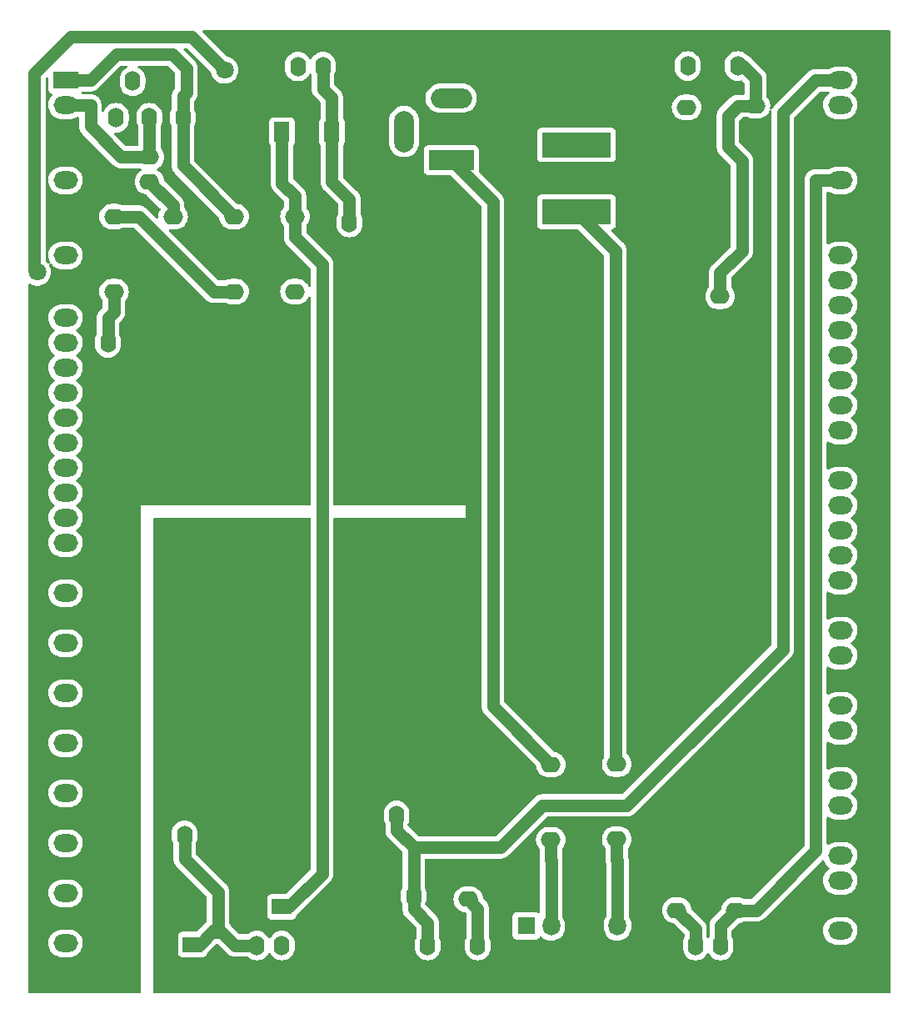
<source format=gtl>
G04 #@! TF.GenerationSoftware,KiCad,Pcbnew,7.0.11-7.0.11~ubuntu22.04.1*
G04 #@! TF.CreationDate,2024-05-31T21:09:43-03:00*
G04 #@! TF.ProjectId,Fonte_tensao_LM675_v05,466f6e74-655f-4746-956e-73616f5f4c4d,v02*
G04 #@! TF.SameCoordinates,Original*
G04 #@! TF.FileFunction,Copper,L1,Top*
G04 #@! TF.FilePolarity,Positive*
%FSLAX46Y46*%
G04 Gerber Fmt 4.6, Leading zero omitted, Abs format (unit mm)*
G04 Created by KiCad (PCBNEW 7.0.11-7.0.11~ubuntu22.04.1) date 2024-05-31 21:09:43*
%MOMM*%
%LPD*%
G01*
G04 APERTURE LIST*
G04 #@! TA.AperFunction,ComponentPad*
%ADD10O,2.000000X1.600000*%
G04 #@! TD*
G04 #@! TA.AperFunction,ComponentPad*
%ADD11O,1.600000X2.000000*%
G04 #@! TD*
G04 #@! TA.AperFunction,ComponentPad*
%ADD12R,1.600000X2.000000*%
G04 #@! TD*
G04 #@! TA.AperFunction,ComponentPad*
%ADD13R,2.000000X1.600000*%
G04 #@! TD*
G04 #@! TA.AperFunction,ComponentPad*
%ADD14R,7.000000X2.500000*%
G04 #@! TD*
G04 #@! TA.AperFunction,ComponentPad*
%ADD15R,1.800000X1.800000*%
G04 #@! TD*
G04 #@! TA.AperFunction,ComponentPad*
%ADD16O,1.800000X2.000000*%
G04 #@! TD*
G04 #@! TA.AperFunction,ComponentPad*
%ADD17O,2.500000X1.800000*%
G04 #@! TD*
G04 #@! TA.AperFunction,ComponentPad*
%ADD18R,2.500000X1.800000*%
G04 #@! TD*
G04 #@! TA.AperFunction,ComponentPad*
%ADD19R,4.600000X2.000000*%
G04 #@! TD*
G04 #@! TA.AperFunction,ComponentPad*
%ADD20O,4.200000X2.000000*%
G04 #@! TD*
G04 #@! TA.AperFunction,ComponentPad*
%ADD21O,2.000000X4.200000*%
G04 #@! TD*
G04 #@! TA.AperFunction,ViaPad*
%ADD22C,1.800000*%
G04 #@! TD*
G04 #@! TA.AperFunction,Conductor*
%ADD23C,1.270000*%
G04 #@! TD*
G04 APERTURE END LIST*
D10*
X173200000Y-79080000D03*
X173200000Y-68920000D03*
X115200000Y-67450000D03*
X115200000Y-64950000D03*
X117600000Y-78610000D03*
X117600000Y-70990000D03*
D11*
X127750000Y-55750000D03*
X130290000Y-55750000D03*
X132830000Y-55750000D03*
D10*
X111600000Y-70990000D03*
X111600000Y-78610000D03*
D11*
X136228900Y-62400000D03*
D12*
X133728900Y-62400000D03*
D10*
X168800000Y-141428900D03*
D13*
X168800000Y-138928900D03*
D10*
X169800000Y-59900000D03*
D13*
X169800000Y-62400000D03*
D10*
X123800000Y-70990000D03*
X123800000Y-78610000D03*
D11*
X111800000Y-60950000D03*
X113500000Y-57250000D03*
X115200000Y-60950000D03*
X116900000Y-57250000D03*
X118600000Y-60950000D03*
D10*
X130000000Y-78610000D03*
X130000000Y-70990000D03*
D14*
X158600000Y-63700000D03*
X158600000Y-70500000D03*
D15*
X160225000Y-143000000D03*
D16*
X162765000Y-143000000D03*
D17*
X185420000Y-57150000D03*
X185420000Y-59690000D03*
X185420000Y-62230000D03*
X185420000Y-64770000D03*
X185420000Y-67310000D03*
X185420000Y-69850000D03*
X185420000Y-72390000D03*
X185420000Y-74930000D03*
X185420000Y-77470000D03*
X185420000Y-80010000D03*
X185420000Y-82550000D03*
X185420000Y-85090000D03*
X185420000Y-87630000D03*
X185420000Y-90170000D03*
X185420000Y-92710000D03*
X185420000Y-95250000D03*
X185420000Y-97790000D03*
X185420000Y-100330000D03*
X185420000Y-102870000D03*
X185420000Y-105410000D03*
X185420000Y-107950000D03*
X185420000Y-110490000D03*
X185420000Y-113030000D03*
X185420000Y-115570000D03*
X185420000Y-118110000D03*
X185420000Y-120650000D03*
X185420000Y-123190000D03*
X185420000Y-125730000D03*
X185420000Y-128270000D03*
X185420000Y-130810000D03*
X185420000Y-133350000D03*
X185420000Y-135890000D03*
X185420000Y-138430000D03*
X185420000Y-140970000D03*
X185420000Y-143510000D03*
D10*
X174800000Y-141428900D03*
D13*
X174800000Y-138928900D03*
D10*
X128650000Y-138571100D03*
D13*
X128650000Y-141071100D03*
D11*
X131200000Y-145000000D03*
X128660000Y-145000000D03*
X126120000Y-145000000D03*
D15*
X153500000Y-143000000D03*
D16*
X156040000Y-143000000D03*
D11*
X126171100Y-62400000D03*
D12*
X128671100Y-62400000D03*
D18*
X106680000Y-57150000D03*
D17*
X106680000Y-59690000D03*
X106680000Y-62230000D03*
X106680000Y-64770000D03*
X106680000Y-67310000D03*
X106680000Y-69850000D03*
X106680000Y-72390000D03*
X106680000Y-74930000D03*
X106680000Y-81280000D03*
X106680000Y-83820000D03*
X106680000Y-86360000D03*
X106680000Y-88900000D03*
X106680000Y-91440000D03*
X106680000Y-93980000D03*
X106680000Y-96520000D03*
X106680000Y-99060000D03*
X106680000Y-101600000D03*
X106680000Y-104140000D03*
X106680000Y-106680000D03*
X106680000Y-109220000D03*
X106680000Y-111760000D03*
X106680000Y-114300000D03*
X106680000Y-116840000D03*
X106680000Y-119380000D03*
X106680000Y-121920000D03*
X106680000Y-124460000D03*
X106680000Y-127000000D03*
X106680000Y-129540000D03*
X106680000Y-132080000D03*
X106680000Y-134620000D03*
X106680000Y-137160000D03*
X106680000Y-139700000D03*
X106680000Y-142240000D03*
X106680000Y-144780000D03*
X106680000Y-147320000D03*
D11*
X128930000Y-133800000D03*
X118770000Y-133800000D03*
X140320000Y-131800000D03*
X150480000Y-131800000D03*
X175790000Y-145000000D03*
X173250000Y-145000000D03*
X170710000Y-145000000D03*
D10*
X176800000Y-59750000D03*
X176800000Y-62250000D03*
X162694700Y-126581200D03*
X162694700Y-134201200D03*
X147600000Y-140300000D03*
D13*
X147600000Y-137800000D03*
D11*
X110990000Y-83800000D03*
X118610000Y-83800000D03*
X145680000Y-71600000D03*
X135520000Y-71600000D03*
X169910000Y-55695000D03*
X172450000Y-55695000D03*
X174990000Y-55695000D03*
X142050000Y-140000000D03*
X139550000Y-140000000D03*
D10*
X119600000Y-142400000D03*
D13*
X119600000Y-144900000D03*
D11*
X148565100Y-145000000D03*
X146025100Y-145000000D03*
X143485100Y-145000000D03*
D19*
X145873400Y-65255400D03*
D20*
X145873400Y-58955400D03*
D21*
X141073400Y-62355400D03*
D10*
X156000000Y-126630000D03*
X156000000Y-134250000D03*
D22*
X103797100Y-76619100D03*
X122843800Y-56102500D03*
D23*
X175439500Y-65377400D02*
X175439500Y-74470500D01*
X176800000Y-59750000D02*
X175000000Y-59750000D01*
X174990000Y-55695000D02*
X175545700Y-55695000D01*
X173200000Y-76710000D02*
X173200000Y-79080000D01*
X174000000Y-63937900D02*
X175439500Y-65377400D01*
X175439500Y-74470500D02*
X173200000Y-76710000D01*
X175545700Y-55695000D02*
X176800000Y-56949300D01*
X176800000Y-56949300D02*
X176800000Y-59750000D01*
X175000000Y-59750000D02*
X174000000Y-60750000D01*
X174000000Y-60750000D02*
X174000000Y-63937900D01*
X133728900Y-67438900D02*
X133728900Y-62400000D01*
X133728900Y-62400000D02*
X133728900Y-58918900D01*
X135520000Y-69230000D02*
X133728900Y-67438900D01*
X135520000Y-71600000D02*
X135520000Y-69230000D01*
X132830000Y-55750000D02*
X132830000Y-58020000D01*
X133728900Y-58918900D02*
X132830000Y-58020000D01*
X140320000Y-133305000D02*
X142050000Y-135035000D01*
X143485100Y-145000000D02*
X143485100Y-142730000D01*
X163719300Y-130780700D02*
X179578000Y-114922000D01*
X182900000Y-57150000D02*
X185420000Y-57150000D01*
X143485100Y-142730000D02*
X142050000Y-141294900D01*
X179578000Y-114922000D02*
X179578000Y-60472000D01*
X179578000Y-60472000D02*
X182900000Y-57150000D01*
X142050000Y-141294900D02*
X142050000Y-140000000D01*
X142050000Y-135035000D02*
X150872000Y-135035000D01*
X150872000Y-135035000D02*
X155126300Y-130780700D01*
X140320000Y-131800000D02*
X140320000Y-133305000D01*
X142050000Y-135035000D02*
X142050000Y-140000000D01*
X155126300Y-130780700D02*
X163719300Y-130780700D01*
X121536900Y-143670900D02*
X120307800Y-144900000D01*
X122174000Y-139574000D02*
X122174000Y-143033800D01*
X122568400Y-143670900D02*
X123897500Y-145000000D01*
X122174000Y-143033800D02*
X121536900Y-143670900D01*
X121536900Y-143670900D02*
X122568400Y-143670900D01*
X118770000Y-133800000D02*
X118770000Y-136170000D01*
X118770000Y-136170000D02*
X122174000Y-139574000D01*
X120307800Y-144900000D02*
X119600000Y-144900000D01*
X126120000Y-145000000D02*
X123897500Y-145000000D01*
X182900000Y-67310000D02*
X182900000Y-135398900D01*
X174800000Y-141428900D02*
X176870000Y-141428900D01*
X173250000Y-145000000D02*
X173250000Y-142978900D01*
X173250000Y-142978900D02*
X174800000Y-141428900D01*
X185420000Y-67310000D02*
X182900000Y-67310000D01*
X182900000Y-135398900D02*
X176870000Y-141428900D01*
X162560000Y-74460000D02*
X162560000Y-126446500D01*
X148565100Y-141265100D02*
X147600000Y-140300000D01*
X118952600Y-58427400D02*
X118600000Y-58780000D01*
X170710000Y-145000000D02*
X170710000Y-143338900D01*
X111830000Y-54520000D02*
X117520000Y-54520000D01*
X158600000Y-70500000D02*
X162560000Y-74460000D01*
X170710000Y-143338900D02*
X168800000Y-141428900D01*
X118600000Y-65790000D02*
X123800000Y-70990000D01*
X118600000Y-58780000D02*
X118600000Y-60950000D01*
X118600000Y-60950000D02*
X118600000Y-65790000D01*
X117520000Y-54520000D02*
X118952600Y-55952600D01*
X106680000Y-57150000D02*
X109200000Y-57150000D01*
X118952600Y-55952600D02*
X118952600Y-58427400D01*
X162560000Y-126446500D02*
X162694700Y-126581200D01*
X148565100Y-145000000D02*
X148565100Y-141265100D01*
X109200000Y-57150000D02*
X111830000Y-54520000D01*
X130000000Y-70990000D02*
X130000000Y-73060000D01*
X132750000Y-137692800D02*
X129371700Y-141071100D01*
X115200000Y-60950000D02*
X115200000Y-64950000D01*
X130000000Y-73060000D02*
X132750000Y-75810000D01*
X129371700Y-141071100D02*
X128650000Y-141071100D01*
X132750000Y-75810000D02*
X132750000Y-137692800D01*
X128671100Y-62400000D02*
X128671100Y-67591100D01*
X130000000Y-69955000D02*
X130000000Y-70990000D01*
X106680000Y-59690000D02*
X109200000Y-59690000D01*
X130000000Y-69955000D02*
X130000000Y-68920000D01*
X112323900Y-64950000D02*
X115200000Y-64950000D01*
X109200000Y-59690000D02*
X109200000Y-61826100D01*
X109200000Y-61826100D02*
X112323900Y-64950000D01*
X128671100Y-67591100D02*
X130000000Y-68920000D01*
X117600000Y-70990000D02*
X117600000Y-69850000D01*
X117600000Y-69850000D02*
X115200000Y-67450000D01*
X162765000Y-136341500D02*
X162694700Y-136271200D01*
X162765000Y-143000000D02*
X162765000Y-136341500D01*
X162694700Y-134201200D02*
X162694700Y-136271200D01*
X156040000Y-136360000D02*
X156000000Y-136320000D01*
X156040000Y-143000000D02*
X156040000Y-136360000D01*
X156000000Y-134250000D02*
X156000000Y-136320000D01*
X123800000Y-78610000D02*
X121730000Y-78610000D01*
X111600000Y-70990000D02*
X114110000Y-70990000D01*
X114110000Y-70990000D02*
X121730000Y-78610000D01*
X103520000Y-56478000D02*
X107248000Y-52750000D01*
X103520000Y-76342000D02*
X103520000Y-56478000D01*
X107248000Y-52750000D02*
X119491300Y-52750000D01*
X119491300Y-52750000D02*
X122843800Y-56102500D01*
X111600000Y-78610000D02*
X111600000Y-80680000D01*
X111600000Y-80680000D02*
X110990000Y-81290000D01*
X103797100Y-76619100D02*
X103520000Y-76342000D01*
X110990000Y-81290000D02*
X110990000Y-83800000D01*
X150114000Y-120744000D02*
X156000000Y-126630000D01*
X150114000Y-69496000D02*
X150114000Y-120744000D01*
X145873400Y-65255400D02*
X150114000Y-69496000D01*
G04 #@! TA.AperFunction,Conductor*
G36*
X190443039Y-52089685D02*
G01*
X190488794Y-52142489D01*
X190500000Y-52194000D01*
X190500000Y-149736000D01*
X190480315Y-149803039D01*
X190427511Y-149848794D01*
X190376000Y-149860000D01*
X115694000Y-149860000D01*
X115626961Y-149840315D01*
X115581206Y-149787511D01*
X115570000Y-149736000D01*
X115570000Y-134056785D01*
X117469500Y-134056785D01*
X117484364Y-134226687D01*
X117484366Y-134226697D01*
X117543258Y-134446488D01*
X117543261Y-134446497D01*
X117582101Y-134529788D01*
X117619136Y-134609210D01*
X117622882Y-134617242D01*
X117634500Y-134669647D01*
X117634500Y-136064838D01*
X117632783Y-136085403D01*
X117632241Y-136088621D01*
X117632241Y-136088625D01*
X117634465Y-136182047D01*
X117634500Y-136184997D01*
X117634500Y-136224091D01*
X117634822Y-136227461D01*
X117635366Y-136233161D01*
X117635891Y-136241984D01*
X117637402Y-136305420D01*
X117644501Y-136338057D01*
X117646772Y-136352623D01*
X117649946Y-136385864D01*
X117649947Y-136385867D01*
X117649947Y-136385869D01*
X117649948Y-136385872D01*
X117667797Y-136446662D01*
X117667822Y-136446746D01*
X117670010Y-136455318D01*
X117683498Y-136517317D01*
X117691441Y-136535867D01*
X117696644Y-136548016D01*
X117701631Y-136561891D01*
X117711043Y-136593942D01*
X117734419Y-136639285D01*
X117740114Y-136650331D01*
X117743886Y-136658338D01*
X117768860Y-136716658D01*
X117768862Y-136716660D01*
X117768863Y-136716663D01*
X117775044Y-136725795D01*
X117787582Y-136744320D01*
X117795106Y-136757001D01*
X117810412Y-136786690D01*
X117849631Y-136836561D01*
X117854844Y-136843700D01*
X117890411Y-136896250D01*
X117890414Y-136896253D01*
X117914021Y-136919860D01*
X117923810Y-136930888D01*
X117944463Y-136957150D01*
X117992418Y-136998703D01*
X117998896Y-137004735D01*
X121002181Y-140008020D01*
X121035666Y-140069343D01*
X121038500Y-140095701D01*
X121038500Y-142512097D01*
X121018815Y-142579136D01*
X121002181Y-142599778D01*
X120787029Y-142814929D01*
X120776003Y-142824716D01*
X120749752Y-142845360D01*
X120749752Y-142845361D01*
X120708206Y-142893306D01*
X120702183Y-142899775D01*
X120695734Y-142906225D01*
X120695733Y-142906224D01*
X120695727Y-142906233D01*
X120038778Y-143563181D01*
X119977455Y-143596666D01*
X119951097Y-143599500D01*
X118552129Y-143599500D01*
X118552123Y-143599501D01*
X118492516Y-143605908D01*
X118357671Y-143656202D01*
X118357664Y-143656206D01*
X118242455Y-143742452D01*
X118242452Y-143742455D01*
X118156206Y-143857664D01*
X118156202Y-143857671D01*
X118105908Y-143992517D01*
X118099501Y-144052116D01*
X118099500Y-144052135D01*
X118099500Y-145747870D01*
X118099501Y-145747876D01*
X118105908Y-145807483D01*
X118156202Y-145942328D01*
X118156206Y-145942335D01*
X118242452Y-146057544D01*
X118242455Y-146057547D01*
X118357664Y-146143793D01*
X118357671Y-146143797D01*
X118492517Y-146194091D01*
X118492516Y-146194091D01*
X118499444Y-146194835D01*
X118552127Y-146200500D01*
X120647872Y-146200499D01*
X120707483Y-146194091D01*
X120842331Y-146143796D01*
X120957546Y-146057546D01*
X121043796Y-145942331D01*
X121094091Y-145807483D01*
X121099878Y-145753662D01*
X121126616Y-145689111D01*
X121129426Y-145685747D01*
X121136518Y-145677563D01*
X121142519Y-145671118D01*
X121964970Y-144848668D01*
X122026292Y-144815185D01*
X122095984Y-144820169D01*
X122140331Y-144848670D01*
X123020220Y-145728560D01*
X123033544Y-145744311D01*
X123035443Y-145746977D01*
X123098900Y-145807483D01*
X123103066Y-145811455D01*
X123105136Y-145813476D01*
X123132827Y-145841167D01*
X123132840Y-145841178D01*
X123139850Y-145846966D01*
X123146477Y-145852847D01*
X123192388Y-145896623D01*
X123220486Y-145914680D01*
X123232375Y-145923361D01*
X123258005Y-145944523D01*
X123258152Y-145944644D01*
X123293913Y-145964170D01*
X123313848Y-145975055D01*
X123321442Y-145979561D01*
X123374817Y-146013863D01*
X123405818Y-146026273D01*
X123419160Y-146032560D01*
X123448473Y-146048567D01*
X123448472Y-146048567D01*
X123467028Y-146054498D01*
X123508932Y-146067893D01*
X123517226Y-146070875D01*
X123576138Y-146094460D01*
X123608934Y-146100780D01*
X123623221Y-146104427D01*
X123655034Y-146114597D01*
X123655036Y-146114597D01*
X123655039Y-146114598D01*
X123683908Y-146118049D01*
X123718034Y-146122129D01*
X123726744Y-146123486D01*
X123789073Y-146135500D01*
X123822472Y-146135500D01*
X123837192Y-146136377D01*
X123841532Y-146136895D01*
X123870355Y-146140342D01*
X123933638Y-146135816D01*
X123942483Y-146135500D01*
X125164951Y-146135500D01*
X125231990Y-146155185D01*
X125252632Y-146171819D01*
X125280858Y-146200045D01*
X125281508Y-146200500D01*
X125467266Y-146330568D01*
X125673504Y-146426739D01*
X125893308Y-146485635D01*
X126055230Y-146499801D01*
X126119998Y-146505468D01*
X126120000Y-146505468D01*
X126120002Y-146505468D01*
X126176673Y-146500509D01*
X126346692Y-146485635D01*
X126566496Y-146426739D01*
X126772734Y-146330568D01*
X126959139Y-146200047D01*
X127120047Y-146039139D01*
X127250568Y-145852734D01*
X127277618Y-145794724D01*
X127323790Y-145742285D01*
X127390983Y-145723133D01*
X127457865Y-145743348D01*
X127502381Y-145794724D01*
X127502396Y-145794755D01*
X127529429Y-145852728D01*
X127529432Y-145852734D01*
X127659954Y-146039141D01*
X127820858Y-146200045D01*
X127821508Y-146200500D01*
X128007266Y-146330568D01*
X128213504Y-146426739D01*
X128433308Y-146485635D01*
X128595230Y-146499801D01*
X128659998Y-146505468D01*
X128660000Y-146505468D01*
X128660002Y-146505468D01*
X128716673Y-146500509D01*
X128886692Y-146485635D01*
X129106496Y-146426739D01*
X129312734Y-146330568D01*
X129499139Y-146200047D01*
X129660047Y-146039139D01*
X129790568Y-145852734D01*
X129886739Y-145646496D01*
X129945635Y-145426692D01*
X129960500Y-145256784D01*
X129960500Y-144743216D01*
X129945635Y-144573308D01*
X129897614Y-144394091D01*
X129886741Y-144353511D01*
X129886738Y-144353502D01*
X129883144Y-144345795D01*
X129790568Y-144147266D01*
X129660047Y-143960861D01*
X129660045Y-143960858D01*
X129499141Y-143799954D01*
X129312734Y-143669432D01*
X129312732Y-143669431D01*
X129106497Y-143573261D01*
X129106488Y-143573258D01*
X128886697Y-143514366D01*
X128886693Y-143514365D01*
X128886692Y-143514365D01*
X128886691Y-143514364D01*
X128886686Y-143514364D01*
X128660002Y-143494532D01*
X128659998Y-143494532D01*
X128433313Y-143514364D01*
X128433302Y-143514366D01*
X128213511Y-143573258D01*
X128213502Y-143573261D01*
X128007267Y-143669431D01*
X128007265Y-143669432D01*
X127820858Y-143799954D01*
X127659954Y-143960858D01*
X127529432Y-144147265D01*
X127529431Y-144147267D01*
X127502382Y-144205275D01*
X127456209Y-144257714D01*
X127389016Y-144276866D01*
X127322135Y-144256650D01*
X127277618Y-144205275D01*
X127267116Y-144182754D01*
X127250568Y-144147266D01*
X127120047Y-143960861D01*
X127120045Y-143960858D01*
X126959141Y-143799954D01*
X126772734Y-143669432D01*
X126772732Y-143669431D01*
X126566497Y-143573261D01*
X126566488Y-143573258D01*
X126346697Y-143514366D01*
X126346693Y-143514365D01*
X126346692Y-143514365D01*
X126346691Y-143514364D01*
X126346686Y-143514364D01*
X126120002Y-143494532D01*
X126119998Y-143494532D01*
X125893313Y-143514364D01*
X125893302Y-143514366D01*
X125673511Y-143573258D01*
X125673502Y-143573261D01*
X125467267Y-143669431D01*
X125467265Y-143669432D01*
X125280858Y-143799954D01*
X125252632Y-143828181D01*
X125191309Y-143861666D01*
X125164951Y-143864500D01*
X124419201Y-143864500D01*
X124352162Y-143844815D01*
X124331520Y-143828181D01*
X123897993Y-143394654D01*
X123445678Y-142942338D01*
X123432354Y-142926587D01*
X123430457Y-142923923D01*
X123430452Y-142923918D01*
X123430450Y-142923915D01*
X123362833Y-142859443D01*
X123360718Y-142857378D01*
X123345816Y-142842475D01*
X123312333Y-142781151D01*
X123309500Y-142754797D01*
X123309500Y-139679162D01*
X123311218Y-139658595D01*
X123311757Y-139655385D01*
X123311759Y-139655374D01*
X123309535Y-139561951D01*
X123309500Y-139559001D01*
X123309500Y-139519917D01*
X123309500Y-139519909D01*
X123308631Y-139510820D01*
X123308108Y-139502024D01*
X123306598Y-139438581D01*
X123299499Y-139405948D01*
X123297228Y-139391382D01*
X123294053Y-139358138D01*
X123294052Y-139358137D01*
X123294052Y-139358128D01*
X123276172Y-139297237D01*
X123273992Y-139288696D01*
X123260502Y-139226683D01*
X123247353Y-139195979D01*
X123242368Y-139182112D01*
X123232957Y-139150058D01*
X123203871Y-139093640D01*
X123200120Y-139085680D01*
X123175137Y-139027337D01*
X123156409Y-138999668D01*
X123148892Y-138986996D01*
X123143185Y-138975927D01*
X123133592Y-138957316D01*
X123133584Y-138957304D01*
X123094371Y-138907442D01*
X123089149Y-138900291D01*
X123064724Y-138864203D01*
X123053589Y-138847750D01*
X123029974Y-138824135D01*
X123020183Y-138813104D01*
X122999538Y-138786851D01*
X122999537Y-138786850D01*
X122951580Y-138745295D01*
X122945102Y-138739263D01*
X119941819Y-135735979D01*
X119908334Y-135674656D01*
X119905500Y-135648298D01*
X119905500Y-134669647D01*
X119917118Y-134617242D01*
X119996739Y-134446496D01*
X120055635Y-134226692D01*
X120070500Y-134056784D01*
X120070500Y-133543216D01*
X120055635Y-133373308D01*
X119996739Y-133153504D01*
X119900568Y-132947266D01*
X119770047Y-132760861D01*
X119770045Y-132760858D01*
X119609141Y-132599954D01*
X119422734Y-132469432D01*
X119422732Y-132469431D01*
X119216497Y-132373261D01*
X119216488Y-132373258D01*
X118996697Y-132314366D01*
X118996693Y-132314365D01*
X118996692Y-132314365D01*
X118996691Y-132314364D01*
X118996686Y-132314364D01*
X118770002Y-132294532D01*
X118769998Y-132294532D01*
X118543313Y-132314364D01*
X118543302Y-132314366D01*
X118323511Y-132373258D01*
X118323502Y-132373261D01*
X118117267Y-132469431D01*
X118117265Y-132469432D01*
X117930858Y-132599954D01*
X117769954Y-132760858D01*
X117639432Y-132947265D01*
X117639431Y-132947267D01*
X117543261Y-133153502D01*
X117543258Y-133153511D01*
X117484366Y-133373302D01*
X117484364Y-133373312D01*
X117469500Y-133543214D01*
X117469500Y-134056785D01*
X115570000Y-134056785D01*
X115570000Y-101724000D01*
X115589685Y-101656961D01*
X115642489Y-101611206D01*
X115694000Y-101600000D01*
X131490500Y-101600000D01*
X131557539Y-101619685D01*
X131603294Y-101672489D01*
X131614500Y-101724000D01*
X131614500Y-137171097D01*
X131594815Y-137238136D01*
X131578181Y-137258778D01*
X129102677Y-139734281D01*
X129041354Y-139767766D01*
X129014996Y-139770600D01*
X127602129Y-139770600D01*
X127602123Y-139770601D01*
X127542516Y-139777008D01*
X127407671Y-139827302D01*
X127407664Y-139827306D01*
X127292455Y-139913552D01*
X127292452Y-139913555D01*
X127206206Y-140028764D01*
X127206202Y-140028771D01*
X127155908Y-140163617D01*
X127149501Y-140223216D01*
X127149500Y-140223235D01*
X127149500Y-141918970D01*
X127149501Y-141918976D01*
X127155908Y-141978583D01*
X127206202Y-142113428D01*
X127206206Y-142113435D01*
X127292452Y-142228644D01*
X127292455Y-142228647D01*
X127407664Y-142314893D01*
X127407671Y-142314897D01*
X127542517Y-142365191D01*
X127542516Y-142365191D01*
X127549444Y-142365935D01*
X127602127Y-142371600D01*
X129697872Y-142371599D01*
X129757483Y-142365191D01*
X129892331Y-142314896D01*
X130007546Y-142228646D01*
X130093796Y-142113431D01*
X130144091Y-141978583D01*
X130147908Y-141943074D01*
X130174645Y-141878528D01*
X130177445Y-141875176D01*
X130200416Y-141848665D01*
X130206423Y-141842214D01*
X133478560Y-138570077D01*
X133494313Y-138556753D01*
X133496977Y-138554857D01*
X133561497Y-138487188D01*
X133563521Y-138485117D01*
X133591162Y-138457477D01*
X133591162Y-138457476D01*
X133591168Y-138457471D01*
X133596972Y-138450440D01*
X133602827Y-138443842D01*
X133646623Y-138397912D01*
X133664679Y-138369814D01*
X133673366Y-138357917D01*
X133694641Y-138332152D01*
X133704196Y-138314654D01*
X133725052Y-138276457D01*
X133729557Y-138268861D01*
X133763863Y-138215483D01*
X133776277Y-138184472D01*
X133782553Y-138171151D01*
X133798568Y-138141823D01*
X133817889Y-138081378D01*
X133820883Y-138073052D01*
X133844456Y-138014173D01*
X133844456Y-138014170D01*
X133844460Y-138014162D01*
X133850784Y-137981347D01*
X133854423Y-137967090D01*
X133864597Y-137935265D01*
X133872129Y-137872261D01*
X133873485Y-137863559D01*
X133885500Y-137801227D01*
X133885500Y-137767826D01*
X133886377Y-137753105D01*
X133890342Y-137719945D01*
X133885816Y-137656661D01*
X133885500Y-137647816D01*
X133885500Y-132056785D01*
X139019500Y-132056785D01*
X139034364Y-132226687D01*
X139034366Y-132226697D01*
X139093258Y-132446488D01*
X139093261Y-132446497D01*
X139172882Y-132617242D01*
X139184500Y-132669647D01*
X139184500Y-133199838D01*
X139182783Y-133220403D01*
X139182241Y-133223621D01*
X139182241Y-133223625D01*
X139182241Y-133223626D01*
X139182504Y-133234654D01*
X139184465Y-133317047D01*
X139184500Y-133319997D01*
X139184500Y-133359091D01*
X139185366Y-133368161D01*
X139185891Y-133376984D01*
X139187402Y-133440420D01*
X139194501Y-133473057D01*
X139196772Y-133487623D01*
X139199946Y-133520864D01*
X139199947Y-133520867D01*
X139199947Y-133520869D01*
X139199948Y-133520872D01*
X139217822Y-133581746D01*
X139220010Y-133590318D01*
X139233498Y-133652317D01*
X139233499Y-133652319D01*
X139246644Y-133683016D01*
X139251631Y-133696891D01*
X139261043Y-133728942D01*
X139290114Y-133785331D01*
X139293886Y-133793338D01*
X139318860Y-133851658D01*
X139318862Y-133851660D01*
X139318863Y-133851663D01*
X139326659Y-133863181D01*
X139337582Y-133879320D01*
X139345106Y-133892001D01*
X139360412Y-133921690D01*
X139399631Y-133971561D01*
X139404844Y-133978700D01*
X139435032Y-134023302D01*
X139440411Y-134031250D01*
X139440414Y-134031253D01*
X139464021Y-134054860D01*
X139473810Y-134065888D01*
X139494463Y-134092150D01*
X139542418Y-134133703D01*
X139548896Y-134139735D01*
X140878181Y-135469020D01*
X140911666Y-135530343D01*
X140914500Y-135556701D01*
X140914500Y-139130351D01*
X140902882Y-139182756D01*
X140823262Y-139353502D01*
X140823258Y-139353511D01*
X140764366Y-139573302D01*
X140764364Y-139573312D01*
X140749500Y-139743214D01*
X140749500Y-140256785D01*
X140764364Y-140426687D01*
X140764366Y-140426697D01*
X140823258Y-140646488D01*
X140823261Y-140646497D01*
X140902882Y-140817242D01*
X140914500Y-140869647D01*
X140914500Y-141189738D01*
X140912783Y-141210303D01*
X140912241Y-141213521D01*
X140912241Y-141213525D01*
X140914465Y-141306947D01*
X140914500Y-141309897D01*
X140914500Y-141348991D01*
X140915366Y-141358061D01*
X140915891Y-141366884D01*
X140917402Y-141430320D01*
X140924501Y-141462957D01*
X140926772Y-141477523D01*
X140929946Y-141510764D01*
X140929947Y-141510767D01*
X140929947Y-141510769D01*
X140929948Y-141510772D01*
X140934637Y-141526741D01*
X140947822Y-141571646D01*
X140950010Y-141580218D01*
X140963498Y-141642217D01*
X140976157Y-141671780D01*
X140976644Y-141672916D01*
X140981631Y-141686791D01*
X140991043Y-141718842D01*
X141012490Y-141760443D01*
X141020114Y-141775231D01*
X141023886Y-141783238D01*
X141048860Y-141841558D01*
X141048862Y-141841560D01*
X141048863Y-141841563D01*
X141064336Y-141864424D01*
X141067582Y-141869220D01*
X141075106Y-141881901D01*
X141086088Y-141903203D01*
X141090412Y-141911590D01*
X141129631Y-141961461D01*
X141134844Y-141968600D01*
X141151032Y-141992517D01*
X141170411Y-142021150D01*
X141170414Y-142021153D01*
X141194021Y-142044760D01*
X141203810Y-142055788D01*
X141224368Y-142081930D01*
X141224463Y-142082050D01*
X141272418Y-142123603D01*
X141278896Y-142129635D01*
X142313281Y-143164020D01*
X142346766Y-143225343D01*
X142349600Y-143251701D01*
X142349600Y-144130351D01*
X142337982Y-144182756D01*
X142303030Y-144257712D01*
X142262888Y-144343797D01*
X142258362Y-144353502D01*
X142258358Y-144353511D01*
X142199466Y-144573302D01*
X142199464Y-144573312D01*
X142184600Y-144743214D01*
X142184600Y-145256785D01*
X142199464Y-145426687D01*
X142199466Y-145426697D01*
X142258358Y-145646488D01*
X142258361Y-145646497D01*
X142354531Y-145852732D01*
X142354532Y-145852734D01*
X142485054Y-146039141D01*
X142645958Y-146200045D01*
X142646608Y-146200500D01*
X142832366Y-146330568D01*
X143038604Y-146426739D01*
X143258408Y-146485635D01*
X143420330Y-146499801D01*
X143485098Y-146505468D01*
X143485100Y-146505468D01*
X143485102Y-146505468D01*
X143541773Y-146500509D01*
X143711792Y-146485635D01*
X143931596Y-146426739D01*
X144137834Y-146330568D01*
X144324239Y-146200047D01*
X144485147Y-146039139D01*
X144615668Y-145852734D01*
X144711839Y-145646496D01*
X144770735Y-145426692D01*
X144785600Y-145256784D01*
X144785600Y-144743216D01*
X144770735Y-144573308D01*
X144722714Y-144394091D01*
X144711841Y-144353511D01*
X144711840Y-144353510D01*
X144711839Y-144353504D01*
X144652770Y-144226832D01*
X144632218Y-144182756D01*
X144620600Y-144130351D01*
X144620600Y-142835162D01*
X144622318Y-142814595D01*
X144622857Y-142811385D01*
X144622859Y-142811374D01*
X144620635Y-142717951D01*
X144620600Y-142715001D01*
X144620600Y-142675917D01*
X144620600Y-142675909D01*
X144619731Y-142666820D01*
X144619208Y-142658024D01*
X144617698Y-142594581D01*
X144610599Y-142561948D01*
X144608328Y-142547382D01*
X144605153Y-142514138D01*
X144605152Y-142514137D01*
X144605152Y-142514128D01*
X144587272Y-142453237D01*
X144585092Y-142444696D01*
X144571602Y-142382683D01*
X144558453Y-142351979D01*
X144553468Y-142338112D01*
X144544057Y-142306058D01*
X144514971Y-142249640D01*
X144511220Y-142241680D01*
X144486237Y-142183337D01*
X144467509Y-142155668D01*
X144459992Y-142142996D01*
X144450535Y-142124652D01*
X144444692Y-142113316D01*
X144444684Y-142113304D01*
X144405471Y-142063442D01*
X144400249Y-142056291D01*
X144397431Y-142052128D01*
X144364689Y-142003750D01*
X144341074Y-141980135D01*
X144331283Y-141969104D01*
X144328009Y-141964941D01*
X144310638Y-141942851D01*
X144262680Y-141901295D01*
X144256202Y-141895263D01*
X143252491Y-140891551D01*
X143219006Y-140830228D01*
X143223990Y-140760536D01*
X143227784Y-140751478D01*
X143276739Y-140646496D01*
X143335635Y-140426692D01*
X143346719Y-140300001D01*
X146094532Y-140300001D01*
X146114364Y-140526686D01*
X146114366Y-140526697D01*
X146173258Y-140746488D01*
X146173261Y-140746497D01*
X146269431Y-140952732D01*
X146269432Y-140952734D01*
X146399954Y-141139141D01*
X146560858Y-141300045D01*
X146560861Y-141300047D01*
X146747266Y-141430568D01*
X146953504Y-141526739D01*
X147173308Y-141585635D01*
X147245044Y-141591910D01*
X147310112Y-141617361D01*
X147321918Y-141627757D01*
X147393281Y-141699120D01*
X147426766Y-141760443D01*
X147429600Y-141786801D01*
X147429600Y-144130351D01*
X147417982Y-144182756D01*
X147383030Y-144257712D01*
X147342888Y-144343797D01*
X147338362Y-144353502D01*
X147338358Y-144353511D01*
X147279466Y-144573302D01*
X147279464Y-144573312D01*
X147264600Y-144743214D01*
X147264600Y-145256785D01*
X147279464Y-145426687D01*
X147279466Y-145426697D01*
X147338358Y-145646488D01*
X147338361Y-145646497D01*
X147434531Y-145852732D01*
X147434532Y-145852734D01*
X147565054Y-146039141D01*
X147725958Y-146200045D01*
X147726608Y-146200500D01*
X147912366Y-146330568D01*
X148118604Y-146426739D01*
X148338408Y-146485635D01*
X148500330Y-146499801D01*
X148565098Y-146505468D01*
X148565100Y-146505468D01*
X148565102Y-146505468D01*
X148621773Y-146500509D01*
X148791792Y-146485635D01*
X149011596Y-146426739D01*
X149217834Y-146330568D01*
X149404239Y-146200047D01*
X149565147Y-146039139D01*
X149695668Y-145852734D01*
X149791839Y-145646496D01*
X149850735Y-145426692D01*
X149865600Y-145256784D01*
X149865600Y-144743216D01*
X149850735Y-144573308D01*
X149802714Y-144394091D01*
X149791841Y-144353511D01*
X149791840Y-144353510D01*
X149791839Y-144353504D01*
X149732770Y-144226832D01*
X149712218Y-144182756D01*
X149700600Y-144130351D01*
X149700600Y-143947870D01*
X152099500Y-143947870D01*
X152099501Y-143947876D01*
X152105908Y-144007483D01*
X152156202Y-144142328D01*
X152156206Y-144142335D01*
X152242452Y-144257544D01*
X152242455Y-144257547D01*
X152357664Y-144343793D01*
X152357671Y-144343797D01*
X152492517Y-144394091D01*
X152492516Y-144394091D01*
X152499444Y-144394835D01*
X152552127Y-144400500D01*
X154447872Y-144400499D01*
X154507483Y-144394091D01*
X154642331Y-144343796D01*
X154757546Y-144257546D01*
X154843796Y-144142331D01*
X154846293Y-144135633D01*
X154888162Y-144079699D01*
X154953625Y-144055279D01*
X155021899Y-144070128D01*
X155052000Y-144093163D01*
X155103854Y-144147267D01*
X155111379Y-144155118D01*
X155303053Y-144296879D01*
X155515926Y-144404207D01*
X155743877Y-144474016D01*
X155980346Y-144504298D01*
X156218532Y-144494180D01*
X156451581Y-144443954D01*
X156672790Y-144355064D01*
X156875795Y-144230069D01*
X157054755Y-144072564D01*
X157204523Y-143887080D01*
X157320790Y-143678954D01*
X157400211Y-143454171D01*
X157429250Y-143284813D01*
X157440499Y-143219209D01*
X157440500Y-143219198D01*
X157440500Y-142840503D01*
X157440499Y-142840484D01*
X157425347Y-142662463D01*
X157365275Y-142431751D01*
X157267080Y-142214519D01*
X157267075Y-142214511D01*
X157196765Y-142110483D01*
X157175533Y-142043917D01*
X157175500Y-142041046D01*
X157175500Y-136465162D01*
X157177218Y-136444595D01*
X157177757Y-136441385D01*
X157177759Y-136441374D01*
X157175535Y-136347951D01*
X157175500Y-136345001D01*
X157175500Y-136305919D01*
X157175500Y-136305909D01*
X157174631Y-136296816D01*
X157174108Y-136288026D01*
X157172598Y-136224582D01*
X157165498Y-136191947D01*
X157163228Y-136177394D01*
X157160052Y-136144128D01*
X157142175Y-136083245D01*
X157139986Y-136074667D01*
X157138332Y-136067061D01*
X157135500Y-136040712D01*
X157135500Y-135205048D01*
X157155185Y-135138009D01*
X157171815Y-135117370D01*
X157200047Y-135089139D01*
X157330568Y-134902734D01*
X157426739Y-134696496D01*
X157485635Y-134476692D01*
X157505468Y-134250000D01*
X157501199Y-134201201D01*
X161189232Y-134201201D01*
X161209064Y-134427886D01*
X161209066Y-134427897D01*
X161267958Y-134647688D01*
X161267961Y-134647697D01*
X161364131Y-134853932D01*
X161364132Y-134853934D01*
X161494651Y-135040337D01*
X161494652Y-135040338D01*
X161494653Y-135040339D01*
X161522881Y-135068567D01*
X161556366Y-135129888D01*
X161559200Y-135156248D01*
X161559200Y-136166038D01*
X161557483Y-136186603D01*
X161556941Y-136189821D01*
X161556941Y-136189825D01*
X161559165Y-136283247D01*
X161559200Y-136286197D01*
X161559200Y-136325291D01*
X161559845Y-136332047D01*
X161560066Y-136334361D01*
X161560591Y-136343184D01*
X161562102Y-136406620D01*
X161569201Y-136439257D01*
X161571472Y-136453823D01*
X161574646Y-136487064D01*
X161574647Y-136487067D01*
X161574647Y-136487069D01*
X161574648Y-136487072D01*
X161588975Y-136535867D01*
X161592522Y-136547946D01*
X161594710Y-136556518D01*
X161608198Y-136618517D01*
X161608199Y-136618519D01*
X161619489Y-136644884D01*
X161629500Y-136693696D01*
X161629500Y-142033164D01*
X161609815Y-142100203D01*
X161601977Y-142111062D01*
X161600479Y-142112916D01*
X161600478Y-142112918D01*
X161484210Y-142321044D01*
X161404788Y-142545829D01*
X161364500Y-142780790D01*
X161364500Y-143159515D01*
X161379652Y-143337536D01*
X161439724Y-143568248D01*
X161537919Y-143785480D01*
X161537924Y-143785488D01*
X161671413Y-143982993D01*
X161671418Y-143982998D01*
X161671421Y-143983003D01*
X161836379Y-144155118D01*
X162028053Y-144296879D01*
X162240926Y-144404207D01*
X162468877Y-144474016D01*
X162705346Y-144504298D01*
X162943532Y-144494180D01*
X163176581Y-144443954D01*
X163397790Y-144355064D01*
X163600795Y-144230069D01*
X163779755Y-144072564D01*
X163929523Y-143887080D01*
X164045790Y-143678954D01*
X164125211Y-143454171D01*
X164154250Y-143284813D01*
X164165499Y-143219209D01*
X164165500Y-143219198D01*
X164165500Y-142840503D01*
X164165499Y-142840484D01*
X164150347Y-142662463D01*
X164090275Y-142431751D01*
X163992080Y-142214519D01*
X163992075Y-142214511D01*
X163921765Y-142110483D01*
X163900533Y-142043917D01*
X163900500Y-142041046D01*
X163900500Y-141428901D01*
X167294532Y-141428901D01*
X167314364Y-141655586D01*
X167314366Y-141655597D01*
X167373258Y-141875388D01*
X167373261Y-141875397D01*
X167469431Y-142081632D01*
X167469432Y-142081634D01*
X167599954Y-142268041D01*
X167760858Y-142428945D01*
X167799807Y-142456217D01*
X167947266Y-142559468D01*
X168153504Y-142655639D01*
X168153509Y-142655640D01*
X168153511Y-142655641D01*
X168178863Y-142662434D01*
X168373308Y-142714535D01*
X168445044Y-142720810D01*
X168510112Y-142746261D01*
X168521918Y-142756657D01*
X169538181Y-143772920D01*
X169571666Y-143834243D01*
X169574500Y-143860601D01*
X169574500Y-144130351D01*
X169562882Y-144182756D01*
X169527930Y-144257712D01*
X169487788Y-144343797D01*
X169483262Y-144353502D01*
X169483258Y-144353511D01*
X169424366Y-144573302D01*
X169424364Y-144573312D01*
X169409500Y-144743214D01*
X169409500Y-145256785D01*
X169424364Y-145426687D01*
X169424366Y-145426697D01*
X169483258Y-145646488D01*
X169483261Y-145646497D01*
X169579431Y-145852732D01*
X169579432Y-145852734D01*
X169709954Y-146039141D01*
X169870858Y-146200045D01*
X169871508Y-146200500D01*
X170057266Y-146330568D01*
X170263504Y-146426739D01*
X170483308Y-146485635D01*
X170645230Y-146499801D01*
X170709998Y-146505468D01*
X170710000Y-146505468D01*
X170710002Y-146505468D01*
X170766673Y-146500509D01*
X170936692Y-146485635D01*
X171156496Y-146426739D01*
X171362734Y-146330568D01*
X171549139Y-146200047D01*
X171710047Y-146039139D01*
X171840568Y-145852734D01*
X171867618Y-145794724D01*
X171913790Y-145742285D01*
X171980983Y-145723133D01*
X172047865Y-145743348D01*
X172092381Y-145794724D01*
X172092396Y-145794755D01*
X172119429Y-145852728D01*
X172119432Y-145852734D01*
X172249954Y-146039141D01*
X172410858Y-146200045D01*
X172411508Y-146200500D01*
X172597266Y-146330568D01*
X172803504Y-146426739D01*
X173023308Y-146485635D01*
X173185230Y-146499801D01*
X173249998Y-146505468D01*
X173250000Y-146505468D01*
X173250002Y-146505468D01*
X173306673Y-146500509D01*
X173476692Y-146485635D01*
X173696496Y-146426739D01*
X173902734Y-146330568D01*
X174089139Y-146200047D01*
X174250047Y-146039139D01*
X174380568Y-145852734D01*
X174476739Y-145646496D01*
X174535635Y-145426692D01*
X174550500Y-145256784D01*
X174550500Y-144743216D01*
X174535635Y-144573308D01*
X174487614Y-144394091D01*
X174476741Y-144353511D01*
X174476740Y-144353510D01*
X174476739Y-144353504D01*
X174417670Y-144226832D01*
X174397118Y-144182756D01*
X174385500Y-144130351D01*
X174385500Y-143500601D01*
X174400257Y-143450346D01*
X183665702Y-143450346D01*
X183675819Y-143688528D01*
X183675819Y-143688532D01*
X183726045Y-143921580D01*
X183814753Y-144142335D01*
X183814936Y-144142790D01*
X183938700Y-144343796D01*
X183939932Y-144345796D01*
X184079431Y-144504298D01*
X184097436Y-144524755D01*
X184282920Y-144674523D01*
X184491046Y-144790790D01*
X184654862Y-144848670D01*
X184715829Y-144870211D01*
X184950790Y-144910499D01*
X184950798Y-144910499D01*
X184950800Y-144910500D01*
X184950801Y-144910500D01*
X185829496Y-144910500D01*
X185829497Y-144910500D01*
X185829498Y-144910499D01*
X185829515Y-144910499D01*
X186007536Y-144895347D01*
X186007539Y-144895346D01*
X186007541Y-144895346D01*
X186238249Y-144835275D01*
X186370973Y-144775279D01*
X186455480Y-144737080D01*
X186455481Y-144737078D01*
X186455486Y-144737077D01*
X186653003Y-144603579D01*
X186825118Y-144438621D01*
X186966879Y-144246947D01*
X187074207Y-144034074D01*
X187144016Y-143806123D01*
X187174298Y-143569654D01*
X187164180Y-143331468D01*
X187162868Y-143325382D01*
X187113954Y-143098419D01*
X187048293Y-142935017D01*
X187025064Y-142877210D01*
X186900069Y-142674205D01*
X186742564Y-142495245D01*
X186557080Y-142345477D01*
X186439245Y-142279650D01*
X186348955Y-142229210D01*
X186124170Y-142149788D01*
X185889209Y-142109500D01*
X185889200Y-142109500D01*
X185010503Y-142109500D01*
X185010484Y-142109500D01*
X184832463Y-142124652D01*
X184601751Y-142184724D01*
X184384519Y-142282919D01*
X184384511Y-142282924D01*
X184187006Y-142416413D01*
X184186997Y-142416421D01*
X184014881Y-142581379D01*
X183873123Y-142773050D01*
X183873120Y-142773054D01*
X183765796Y-142985920D01*
X183765793Y-142985926D01*
X183695983Y-143213878D01*
X183665702Y-143450346D01*
X174400257Y-143450346D01*
X174405185Y-143433562D01*
X174421819Y-143412920D01*
X174736320Y-143098419D01*
X175078083Y-142756655D01*
X175139404Y-142723172D01*
X175154945Y-142720811D01*
X175226692Y-142714535D01*
X175446496Y-142655639D01*
X175617242Y-142576017D01*
X175669647Y-142564400D01*
X176764838Y-142564400D01*
X176785402Y-142566116D01*
X176788626Y-142566659D01*
X176882048Y-142564435D01*
X176884998Y-142564400D01*
X176924082Y-142564400D01*
X176924091Y-142564400D01*
X176933156Y-142563534D01*
X176941972Y-142563008D01*
X177005419Y-142561498D01*
X177038048Y-142554399D01*
X177052618Y-142552128D01*
X177071171Y-142550355D01*
X177085872Y-142548952D01*
X177146774Y-142531068D01*
X177155303Y-142528892D01*
X177217317Y-142515402D01*
X177248012Y-142502256D01*
X177261884Y-142497269D01*
X177293942Y-142487857D01*
X177350343Y-142458778D01*
X177358350Y-142455007D01*
X177416663Y-142430037D01*
X177444322Y-142411316D01*
X177457003Y-142403791D01*
X177486690Y-142388488D01*
X177536575Y-142349256D01*
X177543687Y-142344063D01*
X177596250Y-142308489D01*
X177619874Y-142284863D01*
X177630899Y-142275080D01*
X177639851Y-142268041D01*
X177657149Y-142254438D01*
X177698704Y-142206479D01*
X177704723Y-142200014D01*
X183558078Y-136346659D01*
X183619399Y-136313176D01*
X183689091Y-136318160D01*
X183745024Y-136360032D01*
X183760815Y-136388107D01*
X183814935Y-136522788D01*
X183814936Y-136522790D01*
X183939931Y-136725795D01*
X184097436Y-136904755D01*
X184282920Y-137054523D01*
X184282935Y-137054531D01*
X184282942Y-137054538D01*
X184287291Y-137057478D01*
X184286693Y-137058362D01*
X184331861Y-137104411D01*
X184346053Y-137172824D01*
X184321005Y-137238050D01*
X184291897Y-137265520D01*
X184187007Y-137336413D01*
X184186997Y-137336421D01*
X184014881Y-137501379D01*
X183873123Y-137693050D01*
X183873120Y-137693054D01*
X183765796Y-137905920D01*
X183765793Y-137905926D01*
X183695983Y-138133878D01*
X183665702Y-138370346D01*
X183675819Y-138608528D01*
X183675819Y-138608532D01*
X183726045Y-138841580D01*
X183814935Y-139062788D01*
X183814936Y-139062790D01*
X183939931Y-139265795D01*
X184097436Y-139444755D01*
X184282920Y-139594523D01*
X184491046Y-139710790D01*
X184678461Y-139777008D01*
X184715829Y-139790211D01*
X184950790Y-139830499D01*
X184950798Y-139830499D01*
X184950800Y-139830500D01*
X184950801Y-139830500D01*
X185829496Y-139830500D01*
X185829497Y-139830500D01*
X185829498Y-139830499D01*
X185829515Y-139830499D01*
X186007536Y-139815347D01*
X186007539Y-139815346D01*
X186007541Y-139815346D01*
X186238249Y-139755275D01*
X186406629Y-139679162D01*
X186455480Y-139657080D01*
X186455481Y-139657078D01*
X186455486Y-139657077D01*
X186653003Y-139523579D01*
X186825118Y-139358621D01*
X186966879Y-139166947D01*
X187074207Y-138954074D01*
X187144016Y-138726123D01*
X187174298Y-138489654D01*
X187174149Y-138486157D01*
X187166220Y-138299500D01*
X187164180Y-138251468D01*
X187113954Y-138018419D01*
X187025064Y-137797210D01*
X186900069Y-137594205D01*
X186742564Y-137415245D01*
X186557080Y-137265477D01*
X186557074Y-137265474D01*
X186557071Y-137265471D01*
X186557057Y-137265463D01*
X186557051Y-137265457D01*
X186552709Y-137262522D01*
X186553306Y-137261638D01*
X186508134Y-137215580D01*
X186493947Y-137147165D01*
X186518999Y-137081942D01*
X186548099Y-137054481D01*
X186653003Y-136983579D01*
X186825118Y-136818621D01*
X186966879Y-136626947D01*
X187074207Y-136414074D01*
X187144016Y-136186123D01*
X187174298Y-135949654D01*
X187172808Y-135914589D01*
X187164180Y-135711471D01*
X187164180Y-135711467D01*
X187113954Y-135478419D01*
X187025064Y-135257211D01*
X187025064Y-135257210D01*
X186900069Y-135054205D01*
X186742564Y-134875245D01*
X186557080Y-134725477D01*
X186443130Y-134661820D01*
X186348955Y-134609210D01*
X186124170Y-134529788D01*
X185889209Y-134489500D01*
X185889200Y-134489500D01*
X185010503Y-134489500D01*
X185010484Y-134489500D01*
X184832463Y-134504652D01*
X184601751Y-134564724D01*
X184384519Y-134662919D01*
X184384511Y-134662924D01*
X184228937Y-134768074D01*
X184162371Y-134789306D01*
X184094894Y-134771179D01*
X184047929Y-134719448D01*
X184035500Y-134665339D01*
X184035500Y-132034243D01*
X184055185Y-131967204D01*
X184107989Y-131921449D01*
X184177147Y-131911505D01*
X184237396Y-131937765D01*
X184282920Y-131974523D01*
X184491046Y-132090790D01*
X184616951Y-132135275D01*
X184715829Y-132170211D01*
X184950790Y-132210499D01*
X184950798Y-132210499D01*
X184950800Y-132210500D01*
X184950801Y-132210500D01*
X185829496Y-132210500D01*
X185829497Y-132210500D01*
X185829498Y-132210499D01*
X185829515Y-132210499D01*
X186007536Y-132195347D01*
X186007539Y-132195346D01*
X186007541Y-132195346D01*
X186238249Y-132135275D01*
X186370973Y-132075279D01*
X186455480Y-132037080D01*
X186455481Y-132037078D01*
X186455486Y-132037077D01*
X186602420Y-131937767D01*
X186652993Y-131903586D01*
X186652994Y-131903584D01*
X186653003Y-131903579D01*
X186825118Y-131738621D01*
X186966879Y-131546947D01*
X187074207Y-131334074D01*
X187144016Y-131106123D01*
X187174298Y-130869654D01*
X187164180Y-130631468D01*
X187113954Y-130398419D01*
X187025064Y-130177210D01*
X186900069Y-129974205D01*
X186742564Y-129795245D01*
X186557080Y-129645477D01*
X186557074Y-129645474D01*
X186557071Y-129645471D01*
X186557057Y-129645463D01*
X186557051Y-129645457D01*
X186552709Y-129642522D01*
X186553306Y-129641638D01*
X186508134Y-129595580D01*
X186493947Y-129527165D01*
X186518999Y-129461942D01*
X186548099Y-129434481D01*
X186653003Y-129363579D01*
X186825118Y-129198621D01*
X186966879Y-129006947D01*
X187074207Y-128794074D01*
X187144016Y-128566123D01*
X187174298Y-128329654D01*
X187164180Y-128091468D01*
X187129488Y-127930499D01*
X187113954Y-127858419D01*
X187025064Y-127637211D01*
X187025064Y-127637210D01*
X186900069Y-127434205D01*
X186742564Y-127255245D01*
X186557080Y-127105477D01*
X186443130Y-127041820D01*
X186348955Y-126989210D01*
X186124170Y-126909788D01*
X185889209Y-126869500D01*
X185889200Y-126869500D01*
X185010503Y-126869500D01*
X185010484Y-126869500D01*
X184832463Y-126884652D01*
X184601751Y-126944724D01*
X184384519Y-127042919D01*
X184384511Y-127042924D01*
X184228937Y-127148074D01*
X184162371Y-127169306D01*
X184094894Y-127151179D01*
X184047929Y-127099448D01*
X184035500Y-127045339D01*
X184035500Y-124414243D01*
X184055185Y-124347204D01*
X184107989Y-124301449D01*
X184177147Y-124291505D01*
X184237396Y-124317765D01*
X184282920Y-124354523D01*
X184491046Y-124470790D01*
X184715829Y-124550211D01*
X184950790Y-124590499D01*
X184950798Y-124590499D01*
X184950800Y-124590500D01*
X184950801Y-124590500D01*
X185829496Y-124590500D01*
X185829497Y-124590500D01*
X185829498Y-124590499D01*
X185829515Y-124590499D01*
X186007536Y-124575347D01*
X186007539Y-124575346D01*
X186007541Y-124575346D01*
X186238249Y-124515275D01*
X186370973Y-124455279D01*
X186455480Y-124417080D01*
X186455481Y-124417078D01*
X186455486Y-124417077D01*
X186602420Y-124317767D01*
X186652993Y-124283586D01*
X186652994Y-124283584D01*
X186653003Y-124283579D01*
X186825118Y-124118621D01*
X186966879Y-123926947D01*
X187074207Y-123714074D01*
X187144016Y-123486123D01*
X187174298Y-123249654D01*
X187164180Y-123011468D01*
X187113954Y-122778419D01*
X187025064Y-122557210D01*
X186900069Y-122354205D01*
X186742564Y-122175245D01*
X186557080Y-122025477D01*
X186557074Y-122025474D01*
X186557071Y-122025471D01*
X186557057Y-122025463D01*
X186557051Y-122025457D01*
X186552709Y-122022522D01*
X186553306Y-122021638D01*
X186508134Y-121975580D01*
X186493947Y-121907165D01*
X186518999Y-121841942D01*
X186548099Y-121814481D01*
X186653003Y-121743579D01*
X186825118Y-121578621D01*
X186966879Y-121386947D01*
X187074207Y-121174074D01*
X187144016Y-120946123D01*
X187174298Y-120709654D01*
X187164180Y-120471468D01*
X187113954Y-120238419D01*
X187025064Y-120017210D01*
X186900069Y-119814205D01*
X186742564Y-119635245D01*
X186557080Y-119485477D01*
X186443130Y-119421820D01*
X186348955Y-119369210D01*
X186124170Y-119289788D01*
X185889209Y-119249500D01*
X185889200Y-119249500D01*
X185010503Y-119249500D01*
X185010484Y-119249500D01*
X184832463Y-119264652D01*
X184601751Y-119324724D01*
X184384519Y-119422919D01*
X184384511Y-119422924D01*
X184228937Y-119528074D01*
X184162371Y-119549306D01*
X184094894Y-119531179D01*
X184047929Y-119479448D01*
X184035500Y-119425339D01*
X184035500Y-116794243D01*
X184055185Y-116727204D01*
X184107989Y-116681449D01*
X184177147Y-116671505D01*
X184237396Y-116697765D01*
X184282920Y-116734523D01*
X184491046Y-116850790D01*
X184616951Y-116895275D01*
X184715829Y-116930211D01*
X184950790Y-116970499D01*
X184950798Y-116970499D01*
X184950800Y-116970500D01*
X184950801Y-116970500D01*
X185829496Y-116970500D01*
X185829497Y-116970500D01*
X185829498Y-116970499D01*
X185829515Y-116970499D01*
X186007536Y-116955347D01*
X186007539Y-116955346D01*
X186007541Y-116955346D01*
X186238249Y-116895275D01*
X186370973Y-116835279D01*
X186455480Y-116797080D01*
X186455481Y-116797078D01*
X186455486Y-116797077D01*
X186602420Y-116697767D01*
X186652993Y-116663586D01*
X186652994Y-116663584D01*
X186653003Y-116663579D01*
X186825118Y-116498621D01*
X186966879Y-116306947D01*
X187074207Y-116094074D01*
X187144016Y-115866123D01*
X187174298Y-115629654D01*
X187164180Y-115391468D01*
X187159773Y-115371021D01*
X187113954Y-115158419D01*
X187049100Y-114997026D01*
X187025064Y-114937210D01*
X186900069Y-114734205D01*
X186742564Y-114555245D01*
X186557080Y-114405477D01*
X186557074Y-114405474D01*
X186557071Y-114405471D01*
X186557057Y-114405463D01*
X186557051Y-114405457D01*
X186552709Y-114402522D01*
X186553306Y-114401638D01*
X186508134Y-114355580D01*
X186493947Y-114287165D01*
X186518999Y-114221942D01*
X186548099Y-114194481D01*
X186653003Y-114123579D01*
X186825118Y-113958621D01*
X186966879Y-113766947D01*
X187074207Y-113554074D01*
X187144016Y-113326123D01*
X187174298Y-113089654D01*
X187164180Y-112851468D01*
X187113954Y-112618419D01*
X187025064Y-112397210D01*
X186900069Y-112194205D01*
X186742564Y-112015245D01*
X186557080Y-111865477D01*
X186443130Y-111801820D01*
X186348955Y-111749210D01*
X186124170Y-111669788D01*
X185889209Y-111629500D01*
X185889200Y-111629500D01*
X185010503Y-111629500D01*
X185010484Y-111629500D01*
X184832463Y-111644652D01*
X184601751Y-111704724D01*
X184384519Y-111802919D01*
X184384511Y-111802924D01*
X184228937Y-111908074D01*
X184162371Y-111929306D01*
X184094894Y-111911179D01*
X184047929Y-111859448D01*
X184035500Y-111805339D01*
X184035500Y-109174243D01*
X184055185Y-109107204D01*
X184107989Y-109061449D01*
X184177147Y-109051505D01*
X184237396Y-109077765D01*
X184282920Y-109114523D01*
X184491046Y-109230790D01*
X184715829Y-109310211D01*
X184950790Y-109350499D01*
X184950798Y-109350499D01*
X184950800Y-109350500D01*
X184950801Y-109350500D01*
X185829496Y-109350500D01*
X185829497Y-109350500D01*
X185829498Y-109350499D01*
X185829515Y-109350499D01*
X186007536Y-109335347D01*
X186007539Y-109335346D01*
X186007541Y-109335346D01*
X186238249Y-109275275D01*
X186370973Y-109215279D01*
X186455480Y-109177080D01*
X186455481Y-109177078D01*
X186455486Y-109177077D01*
X186602420Y-109077767D01*
X186652993Y-109043586D01*
X186652994Y-109043584D01*
X186653003Y-109043579D01*
X186825118Y-108878621D01*
X186966879Y-108686947D01*
X187074207Y-108474074D01*
X187144016Y-108246123D01*
X187174298Y-108009654D01*
X187164180Y-107771468D01*
X187113954Y-107538419D01*
X187025064Y-107317210D01*
X186900069Y-107114205D01*
X186742564Y-106935245D01*
X186557080Y-106785477D01*
X186557074Y-106785474D01*
X186557071Y-106785471D01*
X186557057Y-106785463D01*
X186557051Y-106785457D01*
X186552709Y-106782522D01*
X186553306Y-106781638D01*
X186508134Y-106735580D01*
X186493947Y-106667165D01*
X186518999Y-106601942D01*
X186548099Y-106574481D01*
X186653003Y-106503579D01*
X186825118Y-106338621D01*
X186966879Y-106146947D01*
X187074207Y-105934074D01*
X187144016Y-105706123D01*
X187174298Y-105469654D01*
X187164180Y-105231468D01*
X187113954Y-104998419D01*
X187025064Y-104777210D01*
X186900069Y-104574205D01*
X186742564Y-104395245D01*
X186557080Y-104245477D01*
X186557074Y-104245474D01*
X186557071Y-104245471D01*
X186557057Y-104245463D01*
X186557051Y-104245457D01*
X186552709Y-104242522D01*
X186553306Y-104241638D01*
X186508134Y-104195580D01*
X186493947Y-104127165D01*
X186518999Y-104061942D01*
X186548099Y-104034481D01*
X186653003Y-103963579D01*
X186825118Y-103798621D01*
X186966879Y-103606947D01*
X187074207Y-103394074D01*
X187144016Y-103166123D01*
X187174298Y-102929654D01*
X187164180Y-102691468D01*
X187113954Y-102458419D01*
X187025064Y-102237210D01*
X186900069Y-102034205D01*
X186742564Y-101855245D01*
X186557080Y-101705477D01*
X186557074Y-101705474D01*
X186557071Y-101705471D01*
X186557057Y-101705463D01*
X186557051Y-101705457D01*
X186552709Y-101702522D01*
X186553306Y-101701638D01*
X186508134Y-101655580D01*
X186493947Y-101587165D01*
X186518999Y-101521942D01*
X186548099Y-101494481D01*
X186653003Y-101423579D01*
X186825118Y-101258621D01*
X186966879Y-101066947D01*
X187074207Y-100854074D01*
X187144016Y-100626123D01*
X187174298Y-100389654D01*
X187164180Y-100151468D01*
X187113954Y-99918419D01*
X187025064Y-99697210D01*
X186900069Y-99494205D01*
X186742564Y-99315245D01*
X186557080Y-99165477D01*
X186557074Y-99165474D01*
X186557071Y-99165471D01*
X186557057Y-99165463D01*
X186557051Y-99165457D01*
X186552709Y-99162522D01*
X186553306Y-99161638D01*
X186508134Y-99115580D01*
X186493947Y-99047165D01*
X186518999Y-98981942D01*
X186548099Y-98954481D01*
X186653003Y-98883579D01*
X186825118Y-98718621D01*
X186966879Y-98526947D01*
X187074207Y-98314074D01*
X187144016Y-98086123D01*
X187174298Y-97849654D01*
X187164180Y-97611468D01*
X187113954Y-97378419D01*
X187025064Y-97157210D01*
X186900069Y-96954205D01*
X186742564Y-96775245D01*
X186557080Y-96625477D01*
X186443130Y-96561820D01*
X186348955Y-96509210D01*
X186124170Y-96429788D01*
X185889209Y-96389500D01*
X185889200Y-96389500D01*
X185010503Y-96389500D01*
X185010484Y-96389500D01*
X184832463Y-96404652D01*
X184601751Y-96464724D01*
X184384519Y-96562919D01*
X184384511Y-96562924D01*
X184228937Y-96668074D01*
X184162371Y-96689306D01*
X184094894Y-96671179D01*
X184047929Y-96619448D01*
X184035500Y-96565339D01*
X184035500Y-93934243D01*
X184055185Y-93867204D01*
X184107989Y-93821449D01*
X184177147Y-93811505D01*
X184237396Y-93837765D01*
X184282920Y-93874523D01*
X184491046Y-93990790D01*
X184715829Y-94070211D01*
X184950790Y-94110499D01*
X184950798Y-94110499D01*
X184950800Y-94110500D01*
X184950801Y-94110500D01*
X185829496Y-94110500D01*
X185829497Y-94110500D01*
X185829498Y-94110499D01*
X185829515Y-94110499D01*
X186007536Y-94095347D01*
X186007539Y-94095346D01*
X186007541Y-94095346D01*
X186238249Y-94035275D01*
X186370973Y-93975279D01*
X186455480Y-93937080D01*
X186455481Y-93937078D01*
X186455486Y-93937077D01*
X186602420Y-93837767D01*
X186652993Y-93803586D01*
X186652994Y-93803584D01*
X186653003Y-93803579D01*
X186825118Y-93638621D01*
X186966879Y-93446947D01*
X187074207Y-93234074D01*
X187144016Y-93006123D01*
X187174298Y-92769654D01*
X187164180Y-92531468D01*
X187113954Y-92298419D01*
X187025064Y-92077210D01*
X186900069Y-91874205D01*
X186742564Y-91695245D01*
X186557080Y-91545477D01*
X186557074Y-91545474D01*
X186557071Y-91545471D01*
X186557057Y-91545463D01*
X186557051Y-91545457D01*
X186552709Y-91542522D01*
X186553306Y-91541638D01*
X186508134Y-91495580D01*
X186493947Y-91427165D01*
X186518999Y-91361942D01*
X186548099Y-91334481D01*
X186653003Y-91263579D01*
X186825118Y-91098621D01*
X186966879Y-90906947D01*
X187074207Y-90694074D01*
X187144016Y-90466123D01*
X187174298Y-90229654D01*
X187164180Y-89991468D01*
X187113954Y-89758419D01*
X187025064Y-89537210D01*
X186900069Y-89334205D01*
X186742564Y-89155245D01*
X186557080Y-89005477D01*
X186557074Y-89005474D01*
X186557071Y-89005471D01*
X186557057Y-89005463D01*
X186557051Y-89005457D01*
X186552709Y-89002522D01*
X186553306Y-89001638D01*
X186508134Y-88955580D01*
X186493947Y-88887165D01*
X186518999Y-88821942D01*
X186548099Y-88794481D01*
X186653003Y-88723579D01*
X186825118Y-88558621D01*
X186966879Y-88366947D01*
X187074207Y-88154074D01*
X187144016Y-87926123D01*
X187174298Y-87689654D01*
X187164180Y-87451468D01*
X187113954Y-87218419D01*
X187025064Y-86997210D01*
X186900069Y-86794205D01*
X186742564Y-86615245D01*
X186557080Y-86465477D01*
X186557074Y-86465474D01*
X186557071Y-86465471D01*
X186557057Y-86465463D01*
X186557051Y-86465457D01*
X186552709Y-86462522D01*
X186553306Y-86461638D01*
X186508134Y-86415580D01*
X186493947Y-86347165D01*
X186518999Y-86281942D01*
X186548099Y-86254481D01*
X186653003Y-86183579D01*
X186825118Y-86018621D01*
X186966879Y-85826947D01*
X187074207Y-85614074D01*
X187144016Y-85386123D01*
X187174298Y-85149654D01*
X187164180Y-84911468D01*
X187113954Y-84678419D01*
X187025064Y-84457210D01*
X186900069Y-84254205D01*
X186742564Y-84075245D01*
X186557080Y-83925477D01*
X186557074Y-83925474D01*
X186557071Y-83925471D01*
X186557057Y-83925463D01*
X186557051Y-83925457D01*
X186552709Y-83922522D01*
X186553306Y-83921638D01*
X186508134Y-83875580D01*
X186493947Y-83807165D01*
X186518999Y-83741942D01*
X186548099Y-83714481D01*
X186653003Y-83643579D01*
X186825118Y-83478621D01*
X186966879Y-83286947D01*
X187074207Y-83074074D01*
X187144016Y-82846123D01*
X187174298Y-82609654D01*
X187164180Y-82371468D01*
X187113954Y-82138419D01*
X187025064Y-81917210D01*
X186900069Y-81714205D01*
X186742564Y-81535245D01*
X186557080Y-81385477D01*
X186557074Y-81385474D01*
X186557071Y-81385471D01*
X186557057Y-81385463D01*
X186557051Y-81385457D01*
X186552709Y-81382522D01*
X186553306Y-81381638D01*
X186508134Y-81335580D01*
X186493947Y-81267165D01*
X186518999Y-81201942D01*
X186548099Y-81174481D01*
X186653003Y-81103579D01*
X186825118Y-80938621D01*
X186966879Y-80746947D01*
X187074207Y-80534074D01*
X187144016Y-80306123D01*
X187174298Y-80069654D01*
X187164180Y-79831468D01*
X187145841Y-79746377D01*
X187113954Y-79598419D01*
X187100544Y-79565048D01*
X187025064Y-79377210D01*
X186900069Y-79174205D01*
X186742564Y-78995245D01*
X186557080Y-78845477D01*
X186557074Y-78845474D01*
X186557071Y-78845471D01*
X186557057Y-78845463D01*
X186557051Y-78845457D01*
X186552709Y-78842522D01*
X186553306Y-78841638D01*
X186508134Y-78795580D01*
X186493947Y-78727165D01*
X186518999Y-78661942D01*
X186548099Y-78634481D01*
X186653003Y-78563579D01*
X186825118Y-78398621D01*
X186966879Y-78206947D01*
X187074207Y-77994074D01*
X187144016Y-77766123D01*
X187174298Y-77529654D01*
X187172284Y-77482253D01*
X187164180Y-77291471D01*
X187164180Y-77291467D01*
X187113954Y-77058419D01*
X187025064Y-76837211D01*
X187025064Y-76837210D01*
X186900069Y-76634205D01*
X186742564Y-76455245D01*
X186557080Y-76305477D01*
X186557074Y-76305474D01*
X186557071Y-76305471D01*
X186557057Y-76305463D01*
X186557051Y-76305457D01*
X186552709Y-76302522D01*
X186553306Y-76301638D01*
X186508134Y-76255580D01*
X186493947Y-76187165D01*
X186518999Y-76121942D01*
X186548099Y-76094481D01*
X186653003Y-76023579D01*
X186825118Y-75858621D01*
X186966879Y-75666947D01*
X187074207Y-75454074D01*
X187144016Y-75226123D01*
X187174298Y-74989654D01*
X187172840Y-74955343D01*
X187165896Y-74791862D01*
X187164180Y-74751468D01*
X187142307Y-74649979D01*
X187113954Y-74518419D01*
X187068748Y-74405920D01*
X187025064Y-74297210D01*
X186900069Y-74094205D01*
X186742564Y-73915245D01*
X186557080Y-73765477D01*
X186438268Y-73699104D01*
X186348955Y-73649210D01*
X186124170Y-73569788D01*
X185889209Y-73529500D01*
X185889200Y-73529500D01*
X185010503Y-73529500D01*
X185010484Y-73529500D01*
X184832463Y-73544652D01*
X184601751Y-73604724D01*
X184384519Y-73702919D01*
X184384511Y-73702924D01*
X184228937Y-73808074D01*
X184162371Y-73829306D01*
X184094894Y-73811179D01*
X184047929Y-73759448D01*
X184035500Y-73705339D01*
X184035500Y-68569500D01*
X184055185Y-68502461D01*
X184107989Y-68456706D01*
X184159500Y-68445500D01*
X184203164Y-68445500D01*
X184270203Y-68465185D01*
X184281058Y-68473019D01*
X184282920Y-68474523D01*
X184491046Y-68590790D01*
X184638786Y-68642990D01*
X184715829Y-68670211D01*
X184950790Y-68710499D01*
X184950798Y-68710499D01*
X184950800Y-68710500D01*
X184950801Y-68710500D01*
X185829496Y-68710500D01*
X185829497Y-68710500D01*
X185829498Y-68710499D01*
X185829515Y-68710499D01*
X186007536Y-68695347D01*
X186007539Y-68695346D01*
X186007541Y-68695346D01*
X186238249Y-68635275D01*
X186383759Y-68569500D01*
X186455480Y-68537080D01*
X186455481Y-68537078D01*
X186455486Y-68537077D01*
X186620074Y-68425835D01*
X186652993Y-68403586D01*
X186652994Y-68403584D01*
X186653003Y-68403579D01*
X186825118Y-68238621D01*
X186966879Y-68046947D01*
X187074207Y-67834074D01*
X187144016Y-67606123D01*
X187174298Y-67369654D01*
X187173038Y-67340004D01*
X187164180Y-67131471D01*
X187164180Y-67131467D01*
X187113954Y-66898419D01*
X187082547Y-66820261D01*
X187025064Y-66677210D01*
X186900069Y-66474205D01*
X186742564Y-66295245D01*
X186557080Y-66145477D01*
X186416146Y-66066746D01*
X186348955Y-66029210D01*
X186124170Y-65949788D01*
X185889209Y-65909500D01*
X185889200Y-65909500D01*
X185010503Y-65909500D01*
X185010484Y-65909500D01*
X184832463Y-65924652D01*
X184601751Y-65984724D01*
X184384519Y-66082919D01*
X184384511Y-66082924D01*
X184280484Y-66153235D01*
X184213919Y-66174467D01*
X184211047Y-66174500D01*
X182990081Y-66174500D01*
X182972436Y-66173238D01*
X182962160Y-66171760D01*
X182954275Y-66170627D01*
X182954274Y-66170627D01*
X182875907Y-66174360D01*
X182870007Y-66174500D01*
X182845906Y-66174500D01*
X182821893Y-66176791D01*
X182816019Y-66177211D01*
X182737670Y-66180944D01*
X182737668Y-66180944D01*
X182737666Y-66180945D01*
X182719827Y-66185272D01*
X182702393Y-66188203D01*
X182684128Y-66189948D01*
X182608857Y-66212049D01*
X182603160Y-66213575D01*
X182526933Y-66232068D01*
X182526916Y-66232074D01*
X182510234Y-66239692D01*
X182493669Y-66245871D01*
X182476056Y-66251043D01*
X182406338Y-66286985D01*
X182401033Y-66289562D01*
X182329668Y-66322154D01*
X182314718Y-66332800D01*
X182299622Y-66342001D01*
X182283313Y-66350409D01*
X182221638Y-66398909D01*
X182216917Y-66402442D01*
X182153029Y-66447937D01*
X182153023Y-66447942D01*
X182140356Y-66461226D01*
X182127277Y-66473116D01*
X182112849Y-66484463D01*
X182061467Y-66543760D01*
X182057502Y-66548120D01*
X182047593Y-66558513D01*
X182003379Y-66604885D01*
X182003374Y-66604891D01*
X181993454Y-66620326D01*
X181982860Y-66634477D01*
X181970844Y-66648345D01*
X181970842Y-66648347D01*
X181931608Y-66716301D01*
X181928538Y-66721337D01*
X181886137Y-66787315D01*
X181886133Y-66787322D01*
X181879315Y-66804354D01*
X181871589Y-66820261D01*
X181862414Y-66836152D01*
X181836757Y-66910283D01*
X181834695Y-66915810D01*
X181805540Y-66988637D01*
X181805538Y-66988642D01*
X181802066Y-67006657D01*
X181797490Y-67023736D01*
X181791489Y-67041075D01*
X181791487Y-67041082D01*
X181780322Y-67118732D01*
X181779344Y-67124548D01*
X181764500Y-67201570D01*
X181764500Y-67219919D01*
X181763238Y-67237564D01*
X181760627Y-67255725D01*
X181764360Y-67334092D01*
X181764500Y-67339992D01*
X181764500Y-134877198D01*
X181744815Y-134944237D01*
X181728181Y-134964879D01*
X176435979Y-140257081D01*
X176374656Y-140290566D01*
X176348298Y-140293400D01*
X175669647Y-140293400D01*
X175617242Y-140281782D01*
X175446497Y-140202161D01*
X175446488Y-140202158D01*
X175226697Y-140143266D01*
X175226687Y-140143264D01*
X175056785Y-140128400D01*
X175056784Y-140128400D01*
X174543216Y-140128400D01*
X174543215Y-140128400D01*
X174373312Y-140143264D01*
X174373302Y-140143266D01*
X174153511Y-140202158D01*
X174153502Y-140202161D01*
X173947267Y-140298331D01*
X173947265Y-140298332D01*
X173760858Y-140428854D01*
X173599954Y-140589758D01*
X173469432Y-140776165D01*
X173469431Y-140776167D01*
X173373261Y-140982402D01*
X173373258Y-140982411D01*
X173314366Y-141202202D01*
X173314364Y-141202212D01*
X173308088Y-141273946D01*
X173282635Y-141339014D01*
X173272241Y-141350818D01*
X172521437Y-142101621D01*
X172505695Y-142114939D01*
X172503025Y-142116840D01*
X172503023Y-142116842D01*
X172438561Y-142184447D01*
X172436503Y-142186554D01*
X172408844Y-142214214D01*
X172408839Y-142214219D01*
X172403022Y-142221264D01*
X172397157Y-142227871D01*
X172353378Y-142273786D01*
X172353376Y-142273789D01*
X172335320Y-142301883D01*
X172326629Y-142313785D01*
X172305358Y-142339548D01*
X172274948Y-142395239D01*
X172270434Y-142402847D01*
X172236137Y-142456216D01*
X172223725Y-142487218D01*
X172217444Y-142500551D01*
X172201432Y-142529876D01*
X172201432Y-142529877D01*
X172182109Y-142590320D01*
X172179116Y-142598644D01*
X172155541Y-142657533D01*
X172155539Y-142657541D01*
X172149217Y-142690336D01*
X172145573Y-142704616D01*
X172135402Y-142736436D01*
X172127870Y-142799431D01*
X172126506Y-142808175D01*
X172114500Y-142870470D01*
X172114500Y-142903872D01*
X172113623Y-142918592D01*
X172109658Y-142951750D01*
X172109658Y-142951756D01*
X172114184Y-143015037D01*
X172114500Y-143023882D01*
X172114500Y-144130351D01*
X172102883Y-144182754D01*
X172092383Y-144205272D01*
X172046211Y-144257712D01*
X171979018Y-144276865D01*
X171912136Y-144256650D01*
X171867617Y-144205272D01*
X171857117Y-144182754D01*
X171845500Y-144130351D01*
X171845500Y-143444062D01*
X171847218Y-143423495D01*
X171847757Y-143420285D01*
X171847759Y-143420274D01*
X171845535Y-143326851D01*
X171845500Y-143323901D01*
X171845500Y-143284817D01*
X171845500Y-143284809D01*
X171844631Y-143275720D01*
X171844108Y-143266924D01*
X171842598Y-143203481D01*
X171835499Y-143170848D01*
X171833228Y-143156282D01*
X171830053Y-143123038D01*
X171830052Y-143123037D01*
X171830052Y-143123028D01*
X171812172Y-143062137D01*
X171809992Y-143053596D01*
X171796502Y-142991583D01*
X171783353Y-142960879D01*
X171778368Y-142947012D01*
X171768957Y-142914958D01*
X171739871Y-142858540D01*
X171736120Y-142850580D01*
X171711137Y-142792237D01*
X171692409Y-142764568D01*
X171684892Y-142751896D01*
X171676921Y-142736434D01*
X171669592Y-142722216D01*
X171669584Y-142722204D01*
X171630371Y-142672342D01*
X171625149Y-142665191D01*
X171619971Y-142657541D01*
X171589589Y-142612650D01*
X171565974Y-142589035D01*
X171556183Y-142578004D01*
X171554621Y-142576018D01*
X171535538Y-142551751D01*
X171511675Y-142531074D01*
X171487580Y-142510195D01*
X171481102Y-142504163D01*
X170327757Y-141350818D01*
X170294272Y-141289495D01*
X170291911Y-141273952D01*
X170285635Y-141202208D01*
X170226739Y-140982404D01*
X170130568Y-140776166D01*
X170000047Y-140589761D01*
X170000045Y-140589758D01*
X169839141Y-140428854D01*
X169652734Y-140298332D01*
X169652732Y-140298331D01*
X169446497Y-140202161D01*
X169446488Y-140202158D01*
X169226697Y-140143266D01*
X169226687Y-140143264D01*
X169056785Y-140128400D01*
X169056784Y-140128400D01*
X168543216Y-140128400D01*
X168543215Y-140128400D01*
X168373312Y-140143264D01*
X168373302Y-140143266D01*
X168153511Y-140202158D01*
X168153502Y-140202161D01*
X167947267Y-140298331D01*
X167947265Y-140298332D01*
X167760858Y-140428854D01*
X167599954Y-140589758D01*
X167469432Y-140776165D01*
X167469431Y-140776167D01*
X167373261Y-140982402D01*
X167373258Y-140982411D01*
X167314366Y-141202202D01*
X167314364Y-141202213D01*
X167294532Y-141428898D01*
X167294532Y-141428901D01*
X163900500Y-141428901D01*
X163900500Y-136446662D01*
X163902218Y-136426095D01*
X163902757Y-136422885D01*
X163902759Y-136422874D01*
X163900535Y-136329451D01*
X163900500Y-136326501D01*
X163900500Y-136287417D01*
X163900500Y-136287409D01*
X163899631Y-136278320D01*
X163899108Y-136269524D01*
X163897598Y-136206081D01*
X163890499Y-136173448D01*
X163888228Y-136158882D01*
X163885053Y-136125638D01*
X163885052Y-136125637D01*
X163885052Y-136125628D01*
X163867172Y-136064737D01*
X163864992Y-136056196D01*
X163851502Y-135994183D01*
X163840211Y-135967816D01*
X163830200Y-135919005D01*
X163830200Y-135156248D01*
X163849885Y-135089209D01*
X163866515Y-135068570D01*
X163894747Y-135040339D01*
X164025268Y-134853934D01*
X164121439Y-134647696D01*
X164180335Y-134427892D01*
X164200168Y-134201200D01*
X164180335Y-133974508D01*
X164121439Y-133754704D01*
X164025268Y-133548466D01*
X163894747Y-133362061D01*
X163894745Y-133362058D01*
X163733841Y-133201154D01*
X163547434Y-133070632D01*
X163547432Y-133070631D01*
X163341197Y-132974461D01*
X163341188Y-132974458D01*
X163121397Y-132915566D01*
X163121387Y-132915564D01*
X162951485Y-132900700D01*
X162951484Y-132900700D01*
X162437916Y-132900700D01*
X162437915Y-132900700D01*
X162268012Y-132915564D01*
X162268002Y-132915566D01*
X162048211Y-132974458D01*
X162048202Y-132974461D01*
X161841967Y-133070631D01*
X161841965Y-133070632D01*
X161655558Y-133201154D01*
X161494654Y-133362058D01*
X161364132Y-133548465D01*
X161364131Y-133548467D01*
X161267961Y-133754702D01*
X161267958Y-133754711D01*
X161209066Y-133974502D01*
X161209064Y-133974513D01*
X161189232Y-134201198D01*
X161189232Y-134201201D01*
X157501199Y-134201201D01*
X157485635Y-134023308D01*
X157426739Y-133803504D01*
X157330568Y-133597266D01*
X157200047Y-133410861D01*
X157200045Y-133410858D01*
X157039141Y-133249954D01*
X156852734Y-133119432D01*
X156852732Y-133119431D01*
X156646497Y-133023261D01*
X156646488Y-133023258D01*
X156426697Y-132964366D01*
X156426687Y-132964364D01*
X156256785Y-132949500D01*
X156256784Y-132949500D01*
X155743216Y-132949500D01*
X155743215Y-132949500D01*
X155573312Y-132964364D01*
X155573302Y-132964366D01*
X155353511Y-133023258D01*
X155353502Y-133023261D01*
X155147267Y-133119431D01*
X155147265Y-133119432D01*
X154960858Y-133249954D01*
X154799954Y-133410858D01*
X154669432Y-133597265D01*
X154669431Y-133597267D01*
X154573261Y-133803502D01*
X154573258Y-133803511D01*
X154514366Y-134023302D01*
X154514364Y-134023313D01*
X154494532Y-134249998D01*
X154494532Y-134250001D01*
X154514364Y-134476686D01*
X154514366Y-134476697D01*
X154573258Y-134696488D01*
X154573261Y-134696497D01*
X154669431Y-134902732D01*
X154669432Y-134902734D01*
X154799951Y-135089137D01*
X154799952Y-135089138D01*
X154799953Y-135089139D01*
X154828181Y-135117367D01*
X154861666Y-135178688D01*
X154864500Y-135205048D01*
X154864500Y-136214838D01*
X154862783Y-136235403D01*
X154862241Y-136238621D01*
X154862241Y-136238625D01*
X154864465Y-136332047D01*
X154864500Y-136334997D01*
X154864500Y-136374091D01*
X154865366Y-136383161D01*
X154865891Y-136391984D01*
X154867402Y-136455420D01*
X154874501Y-136488057D01*
X154876772Y-136502623D01*
X154879946Y-136535864D01*
X154879947Y-136535867D01*
X154879947Y-136535869D01*
X154879948Y-136535872D01*
X154885507Y-136554805D01*
X154897824Y-136596754D01*
X154900008Y-136605311D01*
X154901662Y-136612909D01*
X154904500Y-136639285D01*
X154904500Y-141604741D01*
X154884815Y-141671780D01*
X154832011Y-141717535D01*
X154762853Y-141727479D01*
X154706189Y-141704008D01*
X154642331Y-141656204D01*
X154642328Y-141656202D01*
X154507482Y-141605908D01*
X154507483Y-141605908D01*
X154447883Y-141599501D01*
X154447881Y-141599500D01*
X154447873Y-141599500D01*
X154447864Y-141599500D01*
X152552129Y-141599500D01*
X152552123Y-141599501D01*
X152492516Y-141605908D01*
X152357671Y-141656202D01*
X152357664Y-141656206D01*
X152242455Y-141742452D01*
X152242452Y-141742455D01*
X152156206Y-141857664D01*
X152156202Y-141857671D01*
X152105908Y-141992517D01*
X152099501Y-142052116D01*
X152099500Y-142052135D01*
X152099500Y-143947870D01*
X149700600Y-143947870D01*
X149700600Y-141370262D01*
X149702318Y-141349695D01*
X149702857Y-141346485D01*
X149702859Y-141346474D01*
X149700635Y-141253051D01*
X149700600Y-141250101D01*
X149700600Y-141211019D01*
X149700600Y-141211009D01*
X149699731Y-141201916D01*
X149699208Y-141193126D01*
X149697698Y-141129682D01*
X149690598Y-141097047D01*
X149688328Y-141082494D01*
X149685152Y-141049228D01*
X149667271Y-140988334D01*
X149665089Y-140979786D01*
X149651602Y-140917784D01*
X149640369Y-140891551D01*
X149638455Y-140887081D01*
X149633467Y-140873204D01*
X149624059Y-140841163D01*
X149624057Y-140841160D01*
X149624057Y-140841158D01*
X149594975Y-140784747D01*
X149591217Y-140776770D01*
X149566240Y-140718443D01*
X149566238Y-140718438D01*
X149547509Y-140690766D01*
X149539992Y-140678096D01*
X149524687Y-140648408D01*
X149485469Y-140598538D01*
X149480249Y-140591389D01*
X149479145Y-140589758D01*
X149444690Y-140538850D01*
X149421071Y-140515231D01*
X149411281Y-140504201D01*
X149390638Y-140477951D01*
X149342687Y-140436401D01*
X149336209Y-140430369D01*
X149127757Y-140221917D01*
X149094272Y-140160594D01*
X149091911Y-140145050D01*
X149085635Y-140073308D01*
X149026739Y-139853504D01*
X148930568Y-139647266D01*
X148800047Y-139460861D01*
X148800045Y-139460858D01*
X148639141Y-139299954D01*
X148452734Y-139169432D01*
X148452732Y-139169431D01*
X148246497Y-139073261D01*
X148246488Y-139073258D01*
X148026697Y-139014366D01*
X148026687Y-139014364D01*
X147856785Y-138999500D01*
X147856784Y-138999500D01*
X147343216Y-138999500D01*
X147343215Y-138999500D01*
X147173312Y-139014364D01*
X147173302Y-139014366D01*
X146953511Y-139073258D01*
X146953502Y-139073261D01*
X146747267Y-139169431D01*
X146747265Y-139169432D01*
X146560858Y-139299954D01*
X146399954Y-139460858D01*
X146269432Y-139647265D01*
X146269431Y-139647267D01*
X146173261Y-139853502D01*
X146173258Y-139853511D01*
X146114366Y-140073302D01*
X146114364Y-140073313D01*
X146094532Y-140299998D01*
X146094532Y-140300001D01*
X143346719Y-140300001D01*
X143350500Y-140256784D01*
X143350500Y-139743216D01*
X143335635Y-139573308D01*
X143276739Y-139353504D01*
X143197118Y-139182756D01*
X143185500Y-139130351D01*
X143185500Y-136294500D01*
X143205185Y-136227461D01*
X143257989Y-136181706D01*
X143309500Y-136170500D01*
X150766838Y-136170500D01*
X150787402Y-136172216D01*
X150790626Y-136172759D01*
X150884048Y-136170535D01*
X150886998Y-136170500D01*
X150926082Y-136170500D01*
X150926091Y-136170500D01*
X150935156Y-136169634D01*
X150943972Y-136169108D01*
X151007419Y-136167598D01*
X151040048Y-136160499D01*
X151054618Y-136158228D01*
X151073171Y-136156455D01*
X151087872Y-136155052D01*
X151148774Y-136137168D01*
X151157303Y-136134992D01*
X151219317Y-136121502D01*
X151250012Y-136108356D01*
X151263884Y-136103369D01*
X151295942Y-136093957D01*
X151352343Y-136064878D01*
X151360350Y-136061107D01*
X151418663Y-136036137D01*
X151446322Y-136017416D01*
X151459003Y-136009891D01*
X151488690Y-135994588D01*
X151538575Y-135955356D01*
X151545687Y-135950163D01*
X151598250Y-135914589D01*
X151621874Y-135890963D01*
X151632899Y-135881180D01*
X151659146Y-135860540D01*
X151659149Y-135860538D01*
X151700704Y-135812579D01*
X151706723Y-135806114D01*
X155560320Y-131952519D01*
X155621643Y-131919034D01*
X155648001Y-131916200D01*
X163614138Y-131916200D01*
X163634702Y-131917916D01*
X163637926Y-131918459D01*
X163731348Y-131916235D01*
X163734298Y-131916200D01*
X163773382Y-131916200D01*
X163773391Y-131916200D01*
X163782456Y-131915334D01*
X163791272Y-131914808D01*
X163854719Y-131913298D01*
X163887348Y-131906199D01*
X163901918Y-131903928D01*
X163920471Y-131902155D01*
X163935172Y-131900752D01*
X163996074Y-131882868D01*
X164004603Y-131880692D01*
X164066617Y-131867202D01*
X164097312Y-131854056D01*
X164111184Y-131849069D01*
X164143242Y-131839657D01*
X164199643Y-131810578D01*
X164207650Y-131806807D01*
X164265963Y-131781837D01*
X164293622Y-131763116D01*
X164306303Y-131755591D01*
X164335990Y-131740288D01*
X164385875Y-131701056D01*
X164392987Y-131695863D01*
X164445550Y-131660289D01*
X164469174Y-131636663D01*
X164480199Y-131626880D01*
X164506446Y-131606240D01*
X164506449Y-131606238D01*
X164548004Y-131558279D01*
X164554023Y-131551814D01*
X180306560Y-115799277D01*
X180322313Y-115785953D01*
X180324977Y-115784057D01*
X180389497Y-115716388D01*
X180391521Y-115714317D01*
X180405339Y-115700500D01*
X180419168Y-115686671D01*
X180424972Y-115679640D01*
X180430827Y-115673042D01*
X180474623Y-115627112D01*
X180492679Y-115599014D01*
X180501366Y-115587117D01*
X180522641Y-115561352D01*
X180553054Y-115505652D01*
X180557557Y-115498061D01*
X180591863Y-115444683D01*
X180604277Y-115413672D01*
X180610553Y-115400351D01*
X180626568Y-115371023D01*
X180645889Y-115310578D01*
X180648883Y-115302252D01*
X180672456Y-115243373D01*
X180672456Y-115243370D01*
X180672460Y-115243362D01*
X180678784Y-115210547D01*
X180682423Y-115196290D01*
X180692597Y-115164465D01*
X180700129Y-115101461D01*
X180701485Y-115092759D01*
X180713500Y-115030427D01*
X180713500Y-114997026D01*
X180714377Y-114982305D01*
X180718342Y-114949145D01*
X180713816Y-114885861D01*
X180713500Y-114877016D01*
X180713500Y-60993701D01*
X180733185Y-60926662D01*
X180749819Y-60906020D01*
X183334021Y-58321819D01*
X183395344Y-58288334D01*
X183421702Y-58285500D01*
X184203164Y-58285500D01*
X184270203Y-58305185D01*
X184281058Y-58313019D01*
X184282920Y-58314523D01*
X184282935Y-58314531D01*
X184282942Y-58314538D01*
X184287291Y-58317478D01*
X184286693Y-58318362D01*
X184331861Y-58364411D01*
X184346053Y-58432824D01*
X184321005Y-58498050D01*
X184291897Y-58525520D01*
X184187007Y-58596413D01*
X184186997Y-58596421D01*
X184014881Y-58761379D01*
X183873123Y-58953050D01*
X183873120Y-58953054D01*
X183765796Y-59165920D01*
X183765793Y-59165926D01*
X183695983Y-59393878D01*
X183665702Y-59630346D01*
X183675819Y-59868528D01*
X183675819Y-59868532D01*
X183726045Y-60101580D01*
X183806290Y-60301275D01*
X183814936Y-60322790D01*
X183939931Y-60525795D01*
X184097436Y-60704755D01*
X184282920Y-60854523D01*
X184491046Y-60970790D01*
X184595158Y-61007575D01*
X184715829Y-61050211D01*
X184950790Y-61090499D01*
X184950798Y-61090499D01*
X184950800Y-61090500D01*
X184950801Y-61090500D01*
X185829496Y-61090500D01*
X185829497Y-61090500D01*
X185829498Y-61090499D01*
X185829515Y-61090499D01*
X186007536Y-61075347D01*
X186007539Y-61075346D01*
X186007541Y-61075346D01*
X186238249Y-61015275D01*
X186444996Y-60921819D01*
X186455480Y-60917080D01*
X186455481Y-60917078D01*
X186455486Y-60917077D01*
X186642682Y-60790555D01*
X186652993Y-60783586D01*
X186652994Y-60783584D01*
X186653003Y-60783579D01*
X186825118Y-60618621D01*
X186966879Y-60426947D01*
X187074207Y-60214074D01*
X187144016Y-59986123D01*
X187174298Y-59749654D01*
X187174069Y-59744273D01*
X187166251Y-59560211D01*
X187164180Y-59511468D01*
X187163829Y-59509841D01*
X187113954Y-59278419D01*
X187079914Y-59193708D01*
X187025064Y-59057210D01*
X186900069Y-58854205D01*
X186742564Y-58675245D01*
X186557080Y-58525477D01*
X186557074Y-58525474D01*
X186557071Y-58525471D01*
X186557057Y-58525463D01*
X186557051Y-58525457D01*
X186552709Y-58522522D01*
X186553306Y-58521638D01*
X186508134Y-58475580D01*
X186493947Y-58407165D01*
X186518999Y-58341942D01*
X186548099Y-58314481D01*
X186653003Y-58243579D01*
X186825118Y-58078621D01*
X186966879Y-57886947D01*
X187074207Y-57674074D01*
X187144016Y-57446123D01*
X187174298Y-57209654D01*
X187164180Y-56971468D01*
X187162925Y-56965647D01*
X187113954Y-56738419D01*
X187059739Y-56603502D01*
X187025064Y-56517210D01*
X186900069Y-56314205D01*
X186742564Y-56135245D01*
X186557080Y-55985477D01*
X186438853Y-55919431D01*
X186348955Y-55869210D01*
X186124170Y-55789788D01*
X185889209Y-55749500D01*
X185889200Y-55749500D01*
X185010503Y-55749500D01*
X185010484Y-55749500D01*
X184832463Y-55764652D01*
X184601751Y-55824724D01*
X184384519Y-55922919D01*
X184384511Y-55922924D01*
X184280484Y-55993235D01*
X184213919Y-56014467D01*
X184211047Y-56014500D01*
X183005162Y-56014500D01*
X182984595Y-56012782D01*
X182981385Y-56012242D01*
X182981376Y-56012241D01*
X182981374Y-56012241D01*
X182917454Y-56013762D01*
X182887970Y-56014465D01*
X182885019Y-56014500D01*
X182845909Y-56014500D01*
X182836819Y-56015367D01*
X182828006Y-56015892D01*
X182770409Y-56017264D01*
X182764581Y-56017403D01*
X182764580Y-56017403D01*
X182764571Y-56017404D01*
X182731944Y-56024501D01*
X182717379Y-56026772D01*
X182684133Y-56029947D01*
X182684130Y-56029947D01*
X182684128Y-56029948D01*
X182659447Y-56037195D01*
X182623240Y-56047826D01*
X182614666Y-56050014D01*
X182552689Y-56063496D01*
X182552680Y-56063499D01*
X182521984Y-56076643D01*
X182508113Y-56081629D01*
X182476063Y-56091040D01*
X182419655Y-56120120D01*
X182411651Y-56123891D01*
X182353335Y-56148863D01*
X182325674Y-56167584D01*
X182313001Y-56175104D01*
X182283310Y-56190412D01*
X182283302Y-56190417D01*
X182233440Y-56229627D01*
X182226298Y-56234842D01*
X182173749Y-56270410D01*
X182150124Y-56294035D01*
X182139104Y-56303814D01*
X182125896Y-56314203D01*
X182112850Y-56324462D01*
X182071301Y-56372411D01*
X182065271Y-56378887D01*
X178849436Y-59594722D01*
X178833689Y-59608043D01*
X178831028Y-59609937D01*
X178766561Y-59677547D01*
X178764503Y-59679654D01*
X178736844Y-59707314D01*
X178736839Y-59707319D01*
X178731022Y-59714364D01*
X178725157Y-59720971D01*
X178681378Y-59766886D01*
X178681376Y-59766889D01*
X178663320Y-59794983D01*
X178654629Y-59806885D01*
X178633358Y-59832648D01*
X178602948Y-59888339D01*
X178598434Y-59895947D01*
X178564137Y-59949316D01*
X178551725Y-59980318D01*
X178545444Y-59993651D01*
X178529433Y-60022975D01*
X178526585Y-60031884D01*
X178487420Y-60089745D01*
X178423191Y-60117247D01*
X178354289Y-60105658D01*
X178302590Y-60058657D01*
X178284509Y-59991168D01*
X178285411Y-59982107D01*
X178285163Y-59982086D01*
X178305468Y-59750001D01*
X178305468Y-59749998D01*
X178297854Y-59662967D01*
X178285635Y-59523308D01*
X178226739Y-59303504D01*
X178130568Y-59097266D01*
X178013701Y-58930361D01*
X178000045Y-58910858D01*
X177971819Y-58882632D01*
X177938334Y-58821309D01*
X177935500Y-58794951D01*
X177935500Y-57054462D01*
X177937218Y-57033895D01*
X177937757Y-57030685D01*
X177937759Y-57030674D01*
X177935535Y-56937251D01*
X177935500Y-56934301D01*
X177935500Y-56895217D01*
X177935500Y-56895209D01*
X177934631Y-56886120D01*
X177934108Y-56877324D01*
X177932598Y-56813881D01*
X177925499Y-56781248D01*
X177923228Y-56766682D01*
X177920053Y-56733438D01*
X177920052Y-56733437D01*
X177920052Y-56733428D01*
X177902172Y-56672537D01*
X177899992Y-56663996D01*
X177886502Y-56601983D01*
X177873353Y-56571279D01*
X177868368Y-56557412D01*
X177858957Y-56525358D01*
X177829871Y-56468940D01*
X177826120Y-56460980D01*
X177801137Y-56402637D01*
X177782409Y-56374968D01*
X177774892Y-56362296D01*
X177769185Y-56351227D01*
X177759592Y-56332616D01*
X177759584Y-56332604D01*
X177720371Y-56282742D01*
X177715149Y-56275591D01*
X177711642Y-56270410D01*
X177679589Y-56223050D01*
X177655974Y-56199435D01*
X177646183Y-56188404D01*
X177629810Y-56167584D01*
X177625538Y-56162151D01*
X177577580Y-56120595D01*
X177571102Y-56114563D01*
X176422978Y-54966438D01*
X176409654Y-54950687D01*
X176407757Y-54948023D01*
X176407752Y-54948018D01*
X176407750Y-54948015D01*
X176340133Y-54883543D01*
X176338060Y-54881520D01*
X176310372Y-54853832D01*
X176303344Y-54848029D01*
X176296724Y-54842154D01*
X176250815Y-54798380D01*
X176250812Y-54798377D01*
X176250810Y-54798375D01*
X176250808Y-54798374D01*
X176222718Y-54780321D01*
X176210814Y-54771629D01*
X176185054Y-54750361D01*
X176185055Y-54750361D01*
X176185052Y-54750359D01*
X176129353Y-54719944D01*
X176121752Y-54715434D01*
X176068383Y-54681137D01*
X176068377Y-54681133D01*
X176037374Y-54668721D01*
X176024039Y-54662439D01*
X176017823Y-54659045D01*
X175994723Y-54646432D01*
X175994719Y-54646430D01*
X175992016Y-54645273D01*
X175989581Y-54643624D01*
X175989541Y-54643603D01*
X175989543Y-54643599D01*
X175953156Y-54618970D01*
X175829139Y-54494953D01*
X175829138Y-54494952D01*
X175829137Y-54494951D01*
X175642734Y-54364432D01*
X175642732Y-54364431D01*
X175436497Y-54268261D01*
X175436488Y-54268258D01*
X175216697Y-54209366D01*
X175216693Y-54209365D01*
X175216692Y-54209365D01*
X175216691Y-54209364D01*
X175216686Y-54209364D01*
X174990002Y-54189532D01*
X174989998Y-54189532D01*
X174763313Y-54209364D01*
X174763302Y-54209366D01*
X174543511Y-54268258D01*
X174543502Y-54268261D01*
X174337267Y-54364431D01*
X174337265Y-54364432D01*
X174150858Y-54494954D01*
X173989954Y-54655858D01*
X173859432Y-54842265D01*
X173859431Y-54842267D01*
X173763261Y-55048502D01*
X173763258Y-55048511D01*
X173704366Y-55268302D01*
X173704364Y-55268312D01*
X173689500Y-55438214D01*
X173689500Y-55951785D01*
X173704364Y-56121687D01*
X173704366Y-56121697D01*
X173763258Y-56341488D01*
X173763261Y-56341497D01*
X173859431Y-56547732D01*
X173859432Y-56547734D01*
X173989954Y-56734141D01*
X174150858Y-56895045D01*
X174175100Y-56912019D01*
X174337266Y-57025568D01*
X174543504Y-57121739D01*
X174763308Y-57180635D01*
X174925230Y-57194801D01*
X174989998Y-57200468D01*
X174990000Y-57200468D01*
X174990002Y-57200468D01*
X175046673Y-57195509D01*
X175216692Y-57180635D01*
X175312219Y-57155038D01*
X175382068Y-57156701D01*
X175431993Y-57187132D01*
X175628181Y-57383320D01*
X175661666Y-57444643D01*
X175664500Y-57471001D01*
X175664500Y-58490500D01*
X175644815Y-58557539D01*
X175592011Y-58603294D01*
X175540500Y-58614500D01*
X175105162Y-58614500D01*
X175084597Y-58612783D01*
X175081376Y-58612241D01*
X175081374Y-58612241D01*
X174996500Y-58614261D01*
X174987953Y-58614465D01*
X174985003Y-58614500D01*
X174945909Y-58614500D01*
X174936831Y-58615366D01*
X174928016Y-58615891D01*
X174864577Y-58617402D01*
X174831940Y-58624501D01*
X174817377Y-58626772D01*
X174784130Y-58629947D01*
X174784128Y-58629947D01*
X174723234Y-58647826D01*
X174714665Y-58650013D01*
X174652688Y-58663497D01*
X174652686Y-58663497D01*
X174652684Y-58663498D01*
X174652680Y-58663499D01*
X174652676Y-58663501D01*
X174621979Y-58676645D01*
X174608112Y-58681630D01*
X174596217Y-58685123D01*
X174576057Y-58691043D01*
X174519656Y-58720119D01*
X174511652Y-58723890D01*
X174453332Y-58748864D01*
X174453331Y-58748864D01*
X174425671Y-58767586D01*
X174412990Y-58775110D01*
X174383314Y-58790409D01*
X174333442Y-58829627D01*
X174326298Y-58834843D01*
X174273752Y-58870408D01*
X174250121Y-58894037D01*
X174239099Y-58903819D01*
X174212852Y-58924460D01*
X174212851Y-58924461D01*
X174171301Y-58972411D01*
X174165271Y-58978887D01*
X173271436Y-59872722D01*
X173255689Y-59886043D01*
X173253028Y-59887937D01*
X173188561Y-59955547D01*
X173186503Y-59957654D01*
X173158844Y-59985314D01*
X173158839Y-59985319D01*
X173153022Y-59992364D01*
X173147157Y-59998971D01*
X173103378Y-60044886D01*
X173103376Y-60044889D01*
X173085320Y-60072983D01*
X173076629Y-60084885D01*
X173055358Y-60110648D01*
X173024948Y-60166339D01*
X173020434Y-60173947D01*
X172986137Y-60227316D01*
X172973725Y-60258318D01*
X172967444Y-60271651D01*
X172951432Y-60300976D01*
X172951432Y-60300977D01*
X172932109Y-60361420D01*
X172929116Y-60369744D01*
X172905541Y-60428633D01*
X172905539Y-60428641D01*
X172899217Y-60461436D01*
X172895573Y-60475716D01*
X172885402Y-60507536D01*
X172877870Y-60570531D01*
X172876506Y-60579275D01*
X172864500Y-60641570D01*
X172864500Y-60674972D01*
X172863623Y-60689692D01*
X172859658Y-60722850D01*
X172859658Y-60722856D01*
X172864184Y-60786137D01*
X172864500Y-60794982D01*
X172864500Y-63832738D01*
X172862783Y-63853303D01*
X172862241Y-63856521D01*
X172862241Y-63856525D01*
X172864465Y-63949947D01*
X172864500Y-63952897D01*
X172864500Y-63991991D01*
X172864783Y-63994951D01*
X172865366Y-64001061D01*
X172865891Y-64009884D01*
X172867402Y-64073320D01*
X172874501Y-64105957D01*
X172876772Y-64120523D01*
X172879946Y-64153764D01*
X172879947Y-64153767D01*
X172879947Y-64153769D01*
X172879948Y-64153772D01*
X172895732Y-64207528D01*
X172897822Y-64214646D01*
X172900010Y-64223218D01*
X172913498Y-64285217D01*
X172913499Y-64285219D01*
X172926644Y-64315916D01*
X172931631Y-64329791D01*
X172941043Y-64361842D01*
X172950498Y-64380182D01*
X172970114Y-64418231D01*
X172973886Y-64426238D01*
X172998860Y-64484558D01*
X172998862Y-64484560D01*
X172998863Y-64484563D01*
X173011682Y-64503502D01*
X173017582Y-64512220D01*
X173025106Y-64524901D01*
X173040412Y-64554590D01*
X173079631Y-64604461D01*
X173084844Y-64611600D01*
X173111610Y-64651146D01*
X173120411Y-64664150D01*
X173120414Y-64664153D01*
X173144021Y-64687760D01*
X173153810Y-64698788D01*
X173174463Y-64725050D01*
X173222418Y-64766603D01*
X173228896Y-64772635D01*
X174267681Y-65811420D01*
X174301166Y-65872743D01*
X174304000Y-65899101D01*
X174304000Y-73948797D01*
X174284315Y-74015836D01*
X174267681Y-74036478D01*
X172471437Y-75832721D01*
X172455695Y-75846039D01*
X172453025Y-75847940D01*
X172453023Y-75847942D01*
X172388561Y-75915547D01*
X172386503Y-75917654D01*
X172358844Y-75945314D01*
X172358839Y-75945319D01*
X172353022Y-75952364D01*
X172347157Y-75958971D01*
X172303378Y-76004886D01*
X172303376Y-76004889D01*
X172285320Y-76032983D01*
X172276629Y-76044885D01*
X172255358Y-76070648D01*
X172224948Y-76126339D01*
X172220434Y-76133947D01*
X172186137Y-76187316D01*
X172173725Y-76218318D01*
X172167444Y-76231651D01*
X172151432Y-76260976D01*
X172151432Y-76260977D01*
X172132109Y-76321420D01*
X172129116Y-76329744D01*
X172105541Y-76388633D01*
X172105539Y-76388641D01*
X172099217Y-76421436D01*
X172095573Y-76435716D01*
X172085402Y-76467536D01*
X172077870Y-76530531D01*
X172076506Y-76539275D01*
X172064500Y-76601570D01*
X172064500Y-76634972D01*
X172063623Y-76649692D01*
X172059658Y-76682850D01*
X172059658Y-76682856D01*
X172064184Y-76746137D01*
X172064500Y-76754982D01*
X172064500Y-78124951D01*
X172044815Y-78191990D01*
X172028181Y-78212632D01*
X171999954Y-78240858D01*
X171869432Y-78427265D01*
X171869431Y-78427267D01*
X171773261Y-78633502D01*
X171773258Y-78633511D01*
X171714366Y-78853302D01*
X171714364Y-78853313D01*
X171694532Y-79079998D01*
X171694532Y-79080001D01*
X171714364Y-79306686D01*
X171714366Y-79306697D01*
X171773258Y-79526488D01*
X171773261Y-79526497D01*
X171869431Y-79732732D01*
X171869432Y-79732734D01*
X171999954Y-79919141D01*
X172160858Y-80080045D01*
X172160861Y-80080047D01*
X172347266Y-80210568D01*
X172553504Y-80306739D01*
X172773308Y-80365635D01*
X172943214Y-80380499D01*
X172943215Y-80380500D01*
X172943216Y-80380500D01*
X173456785Y-80380500D01*
X173456785Y-80380499D01*
X173626692Y-80365635D01*
X173846496Y-80306739D01*
X174052734Y-80210568D01*
X174239139Y-80080047D01*
X174400047Y-79919139D01*
X174530568Y-79732734D01*
X174626739Y-79526496D01*
X174685635Y-79306692D01*
X174705468Y-79080000D01*
X174685635Y-78853308D01*
X174626739Y-78633504D01*
X174530568Y-78427266D01*
X174400047Y-78240861D01*
X174400045Y-78240858D01*
X174371819Y-78212632D01*
X174338334Y-78151309D01*
X174335500Y-78124951D01*
X174335500Y-77231701D01*
X174355185Y-77164662D01*
X174371819Y-77144020D01*
X175268647Y-76247192D01*
X176168064Y-75347774D01*
X176183817Y-75334450D01*
X176186477Y-75332557D01*
X176250978Y-75264908D01*
X176253001Y-75262838D01*
X176280663Y-75235177D01*
X176280663Y-75235176D01*
X176280668Y-75235172D01*
X176286473Y-75228139D01*
X176292335Y-75221534D01*
X176336123Y-75175612D01*
X176354184Y-75147507D01*
X176362871Y-75135612D01*
X176384139Y-75109854D01*
X176384141Y-75109852D01*
X176414555Y-75054150D01*
X176419072Y-75046539D01*
X176434297Y-75022850D01*
X176453363Y-74993183D01*
X176465777Y-74962171D01*
X176472059Y-74948840D01*
X176482162Y-74930339D01*
X176488068Y-74919524D01*
X176507391Y-74859071D01*
X176510376Y-74850769D01*
X176533960Y-74791862D01*
X176540281Y-74759059D01*
X176543930Y-74744768D01*
X176554097Y-74712966D01*
X176561628Y-74649968D01*
X176562987Y-74641250D01*
X176575000Y-74578927D01*
X176575000Y-74545526D01*
X176575877Y-74530805D01*
X176577358Y-74518419D01*
X176579842Y-74497645D01*
X176575316Y-74434361D01*
X176575000Y-74425516D01*
X176575000Y-65482562D01*
X176576718Y-65461995D01*
X176577257Y-65458785D01*
X176577259Y-65458774D01*
X176575035Y-65365369D01*
X176575000Y-65362418D01*
X176575000Y-65323318D01*
X176575000Y-65323309D01*
X176574133Y-65314237D01*
X176573607Y-65305415D01*
X176572097Y-65241981D01*
X176564999Y-65209354D01*
X176562728Y-65194795D01*
X176559552Y-65161528D01*
X176541668Y-65100624D01*
X176539487Y-65092081D01*
X176526002Y-65030083D01*
X176526000Y-65030078D01*
X176526000Y-65030076D01*
X176512856Y-64999384D01*
X176507868Y-64985512D01*
X176498457Y-64953458D01*
X176469371Y-64897040D01*
X176465620Y-64889080D01*
X176440637Y-64830737D01*
X176421910Y-64803068D01*
X176414393Y-64790398D01*
X176399088Y-64760710D01*
X176359876Y-64710847D01*
X176354658Y-64703701D01*
X176319092Y-64651153D01*
X176319086Y-64651146D01*
X176295471Y-64627531D01*
X176285681Y-64616501D01*
X176278949Y-64607941D01*
X176265038Y-64590251D01*
X176217087Y-64548701D01*
X176210609Y-64542669D01*
X175171819Y-63503879D01*
X175138334Y-63442556D01*
X175135500Y-63416198D01*
X175135500Y-61271701D01*
X175155185Y-61204662D01*
X175171819Y-61184020D01*
X175434020Y-60921819D01*
X175495343Y-60888334D01*
X175521701Y-60885500D01*
X175930353Y-60885500D01*
X175982757Y-60897117D01*
X176153504Y-60976739D01*
X176373308Y-61035635D01*
X176543214Y-61050499D01*
X176543215Y-61050500D01*
X176543216Y-61050500D01*
X177056785Y-61050500D01*
X177056785Y-61050499D01*
X177226692Y-61035635D01*
X177446496Y-60976739D01*
X177652734Y-60880568D01*
X177839139Y-60750047D01*
X178000047Y-60589139D01*
X178130568Y-60402734D01*
X178222816Y-60204907D01*
X178268988Y-60152469D01*
X178336182Y-60133317D01*
X178403063Y-60153533D01*
X178448398Y-60206698D01*
X178458321Y-60272037D01*
X178455870Y-60292533D01*
X178454506Y-60301275D01*
X178442500Y-60363570D01*
X178442500Y-60396972D01*
X178441623Y-60411692D01*
X178437658Y-60444850D01*
X178437658Y-60444856D01*
X178442184Y-60508137D01*
X178442500Y-60516982D01*
X178442500Y-114400298D01*
X178422815Y-114467337D01*
X178406181Y-114487979D01*
X163285279Y-129608881D01*
X163223956Y-129642366D01*
X163197598Y-129645200D01*
X155231462Y-129645200D01*
X155210897Y-129643483D01*
X155207676Y-129642941D01*
X155207674Y-129642941D01*
X155123392Y-129644947D01*
X155114252Y-129645165D01*
X155111302Y-129645200D01*
X155072209Y-129645200D01*
X155063131Y-129646066D01*
X155054316Y-129646591D01*
X154990878Y-129648102D01*
X154958242Y-129655201D01*
X154943677Y-129657472D01*
X154910435Y-129660646D01*
X154910425Y-129660648D01*
X154849541Y-129678524D01*
X154840972Y-129680711D01*
X154778988Y-129694196D01*
X154778977Y-129694200D01*
X154748269Y-129707348D01*
X154734403Y-129712333D01*
X154702353Y-129721744D01*
X154702351Y-129721745D01*
X154645963Y-129750815D01*
X154637959Y-129754587D01*
X154579635Y-129779563D01*
X154579629Y-129779566D01*
X154551967Y-129798288D01*
X154539290Y-129805810D01*
X154509612Y-129821111D01*
X154509602Y-129821117D01*
X154459736Y-129860330D01*
X154452594Y-129865545D01*
X154400051Y-129901109D01*
X154400046Y-129901113D01*
X154376426Y-129924732D01*
X154365401Y-129934518D01*
X154339153Y-129955159D01*
X154297595Y-130003118D01*
X154291565Y-130009594D01*
X150437979Y-133863181D01*
X150376656Y-133896666D01*
X150350298Y-133899500D01*
X142571702Y-133899500D01*
X142504663Y-133879815D01*
X142484021Y-133863181D01*
X141491819Y-132870979D01*
X141458334Y-132809656D01*
X141455500Y-132783298D01*
X141455500Y-132669647D01*
X141467118Y-132617242D01*
X141475180Y-132599953D01*
X141546739Y-132446496D01*
X141605635Y-132226692D01*
X141620500Y-132056784D01*
X141620500Y-131543216D01*
X141605635Y-131373308D01*
X141546739Y-131153504D01*
X141450568Y-130947266D01*
X141324402Y-130767080D01*
X141320045Y-130760858D01*
X141159141Y-130599954D01*
X140972734Y-130469432D01*
X140972732Y-130469431D01*
X140766497Y-130373261D01*
X140766488Y-130373258D01*
X140546697Y-130314366D01*
X140546693Y-130314365D01*
X140546692Y-130314365D01*
X140546691Y-130314364D01*
X140546686Y-130314364D01*
X140320002Y-130294532D01*
X140319998Y-130294532D01*
X140093313Y-130314364D01*
X140093302Y-130314366D01*
X139873511Y-130373258D01*
X139873502Y-130373261D01*
X139667267Y-130469431D01*
X139667265Y-130469432D01*
X139480858Y-130599954D01*
X139319954Y-130760858D01*
X139189432Y-130947265D01*
X139189431Y-130947267D01*
X139093261Y-131153502D01*
X139093258Y-131153511D01*
X139034366Y-131373302D01*
X139034364Y-131373312D01*
X139019500Y-131543214D01*
X139019500Y-132056785D01*
X133885500Y-132056785D01*
X133885500Y-101724000D01*
X133905185Y-101656961D01*
X133957989Y-101611206D01*
X134009500Y-101600000D01*
X147320000Y-101600000D01*
X147320000Y-100330000D01*
X134009500Y-100330000D01*
X133942461Y-100310315D01*
X133896706Y-100257511D01*
X133885500Y-100206000D01*
X133885500Y-75915162D01*
X133887218Y-75894595D01*
X133887757Y-75891385D01*
X133887759Y-75891374D01*
X133885535Y-75797969D01*
X133885500Y-75795018D01*
X133885500Y-75755918D01*
X133885500Y-75755909D01*
X133884633Y-75746837D01*
X133884107Y-75738015D01*
X133882597Y-75674581D01*
X133875499Y-75641954D01*
X133873228Y-75627395D01*
X133870052Y-75594128D01*
X133852168Y-75533224D01*
X133849987Y-75524681D01*
X133836502Y-75462683D01*
X133836500Y-75462678D01*
X133836500Y-75462676D01*
X133823356Y-75431984D01*
X133818368Y-75418112D01*
X133808957Y-75386058D01*
X133779871Y-75329640D01*
X133776120Y-75321680D01*
X133751137Y-75263337D01*
X133732409Y-75235668D01*
X133724892Y-75222996D01*
X133719185Y-75211927D01*
X133709592Y-75193316D01*
X133709584Y-75193304D01*
X133670371Y-75143442D01*
X133665149Y-75136291D01*
X133664689Y-75135612D01*
X133629589Y-75083750D01*
X133605974Y-75060135D01*
X133596183Y-75049104D01*
X133575538Y-75022851D01*
X133575537Y-75022850D01*
X133527580Y-74981295D01*
X133521102Y-74975263D01*
X131171819Y-72625979D01*
X131138334Y-72564656D01*
X131135500Y-72538298D01*
X131135500Y-71945048D01*
X131155185Y-71878009D01*
X131171815Y-71857370D01*
X131200047Y-71829139D01*
X131330568Y-71642734D01*
X131426739Y-71436496D01*
X131485635Y-71216692D01*
X131505468Y-70990000D01*
X131485635Y-70763308D01*
X131426739Y-70543504D01*
X131330568Y-70337266D01*
X131200047Y-70150861D01*
X131200045Y-70150858D01*
X131171819Y-70122632D01*
X131138334Y-70061309D01*
X131135500Y-70034951D01*
X131135500Y-69025162D01*
X131137218Y-69004595D01*
X131137757Y-69001385D01*
X131137759Y-69001374D01*
X131135535Y-68907969D01*
X131135500Y-68905018D01*
X131135500Y-68865918D01*
X131135500Y-68865909D01*
X131134633Y-68856837D01*
X131134107Y-68848015D01*
X131132597Y-68784581D01*
X131125499Y-68751954D01*
X131123228Y-68737395D01*
X131120052Y-68704128D01*
X131102168Y-68643224D01*
X131099987Y-68634681D01*
X131086502Y-68572683D01*
X131086500Y-68572678D01*
X131086500Y-68572676D01*
X131073356Y-68541984D01*
X131068368Y-68528112D01*
X131058957Y-68496058D01*
X131029871Y-68439640D01*
X131026120Y-68431680D01*
X131001137Y-68373337D01*
X130982410Y-68345668D01*
X130974893Y-68332998D01*
X130959588Y-68303310D01*
X130920376Y-68253447D01*
X130915158Y-68246301D01*
X130879592Y-68193753D01*
X130879586Y-68193746D01*
X130855971Y-68170131D01*
X130846181Y-68159101D01*
X130825538Y-68132851D01*
X130777587Y-68091301D01*
X130771109Y-68085269D01*
X129842919Y-67157079D01*
X129809434Y-67095756D01*
X129806600Y-67069398D01*
X129806600Y-63828267D01*
X129826285Y-63761228D01*
X129831334Y-63753956D01*
X129914893Y-63642335D01*
X129914892Y-63642335D01*
X129914896Y-63642331D01*
X129965191Y-63507483D01*
X129971600Y-63447873D01*
X129971599Y-61352128D01*
X129965191Y-61292517D01*
X129938270Y-61220339D01*
X129914897Y-61157671D01*
X129914893Y-61157664D01*
X129828647Y-61042455D01*
X129828644Y-61042452D01*
X129713435Y-60956206D01*
X129713428Y-60956202D01*
X129578582Y-60905908D01*
X129578583Y-60905908D01*
X129518983Y-60899501D01*
X129518981Y-60899500D01*
X129518973Y-60899500D01*
X129518964Y-60899500D01*
X127823229Y-60899500D01*
X127823223Y-60899501D01*
X127763616Y-60905908D01*
X127628771Y-60956202D01*
X127628764Y-60956206D01*
X127513555Y-61042452D01*
X127513552Y-61042455D01*
X127427306Y-61157664D01*
X127427302Y-61157671D01*
X127377008Y-61292517D01*
X127370601Y-61352116D01*
X127370601Y-61352123D01*
X127370600Y-61352135D01*
X127370600Y-63447870D01*
X127370601Y-63447876D01*
X127377008Y-63507483D01*
X127427302Y-63642328D01*
X127427306Y-63642335D01*
X127510866Y-63753956D01*
X127535284Y-63819420D01*
X127535600Y-63828267D01*
X127535600Y-67485938D01*
X127533883Y-67506503D01*
X127533341Y-67509721D01*
X127533341Y-67509725D01*
X127535565Y-67603147D01*
X127535600Y-67606097D01*
X127535600Y-67645191D01*
X127536466Y-67654261D01*
X127536991Y-67663084D01*
X127538502Y-67726520D01*
X127545601Y-67759157D01*
X127547872Y-67773723D01*
X127551046Y-67806964D01*
X127551047Y-67806967D01*
X127551047Y-67806969D01*
X127551048Y-67806972D01*
X127568922Y-67867846D01*
X127571110Y-67876418D01*
X127584598Y-67938417D01*
X127584599Y-67938419D01*
X127597744Y-67969116D01*
X127602731Y-67982991D01*
X127612143Y-68015042D01*
X127633047Y-68055590D01*
X127641214Y-68071431D01*
X127644986Y-68079438D01*
X127669960Y-68137758D01*
X127669962Y-68137760D01*
X127669963Y-68137763D01*
X127675400Y-68145796D01*
X127688682Y-68165420D01*
X127696206Y-68178101D01*
X127707387Y-68199788D01*
X127711512Y-68207790D01*
X127750731Y-68257661D01*
X127755944Y-68264800D01*
X127782009Y-68303311D01*
X127791511Y-68317350D01*
X127791514Y-68317353D01*
X127815121Y-68340960D01*
X127824910Y-68351988D01*
X127841698Y-68373336D01*
X127845563Y-68378250D01*
X127893518Y-68419803D01*
X127899996Y-68425835D01*
X128828181Y-69354020D01*
X128861666Y-69415343D01*
X128864500Y-69441701D01*
X128864500Y-70034951D01*
X128844815Y-70101990D01*
X128828181Y-70122632D01*
X128799954Y-70150858D01*
X128669432Y-70337265D01*
X128669431Y-70337267D01*
X128573261Y-70543502D01*
X128573258Y-70543511D01*
X128514366Y-70763302D01*
X128514364Y-70763313D01*
X128494532Y-70989998D01*
X128494532Y-70990001D01*
X128514364Y-71216686D01*
X128514366Y-71216697D01*
X128573258Y-71436488D01*
X128573261Y-71436497D01*
X128669431Y-71642732D01*
X128669432Y-71642734D01*
X128799951Y-71829137D01*
X128799952Y-71829138D01*
X128799953Y-71829139D01*
X128828181Y-71857367D01*
X128861666Y-71918688D01*
X128864500Y-71945048D01*
X128864500Y-72954838D01*
X128862783Y-72975403D01*
X128862241Y-72978621D01*
X128862241Y-72978625D01*
X128864465Y-73072047D01*
X128864500Y-73074997D01*
X128864500Y-73114091D01*
X128865366Y-73123161D01*
X128865891Y-73131984D01*
X128867402Y-73195420D01*
X128874501Y-73228057D01*
X128876772Y-73242623D01*
X128879946Y-73275864D01*
X128879947Y-73275867D01*
X128897822Y-73336746D01*
X128900010Y-73345318D01*
X128913498Y-73407317D01*
X128913499Y-73407319D01*
X128926644Y-73438016D01*
X128931631Y-73451891D01*
X128941043Y-73483942D01*
X128964530Y-73529500D01*
X128970114Y-73540331D01*
X128973886Y-73548338D01*
X128998860Y-73606658D01*
X128998862Y-73606660D01*
X128998863Y-73606663D01*
X129011452Y-73625263D01*
X129017582Y-73634320D01*
X129025106Y-73647001D01*
X129040412Y-73676690D01*
X129079631Y-73726561D01*
X129084844Y-73733700D01*
X129118201Y-73782985D01*
X129120411Y-73786250D01*
X129120414Y-73786253D01*
X129144021Y-73809860D01*
X129153810Y-73820888D01*
X129171441Y-73843308D01*
X129174463Y-73847150D01*
X129222418Y-73888703D01*
X129228896Y-73894735D01*
X131578181Y-76244020D01*
X131611666Y-76305343D01*
X131614500Y-76331701D01*
X131614500Y-78006832D01*
X131594815Y-78073871D01*
X131542011Y-78119626D01*
X131472853Y-78129570D01*
X131409297Y-78100545D01*
X131378118Y-78059237D01*
X131347732Y-77994074D01*
X131330568Y-77957266D01*
X131217344Y-77795564D01*
X131200045Y-77770858D01*
X131039141Y-77609954D01*
X130852734Y-77479432D01*
X130852732Y-77479431D01*
X130646497Y-77383261D01*
X130646488Y-77383258D01*
X130426697Y-77324366D01*
X130426687Y-77324364D01*
X130256785Y-77309500D01*
X130256784Y-77309500D01*
X129743216Y-77309500D01*
X129743215Y-77309500D01*
X129573312Y-77324364D01*
X129573302Y-77324366D01*
X129353511Y-77383258D01*
X129353502Y-77383261D01*
X129147267Y-77479431D01*
X129147265Y-77479432D01*
X128960858Y-77609954D01*
X128799954Y-77770858D01*
X128669432Y-77957265D01*
X128669431Y-77957267D01*
X128573261Y-78163502D01*
X128573258Y-78163511D01*
X128514366Y-78383302D01*
X128514364Y-78383313D01*
X128494532Y-78609998D01*
X128494532Y-78610001D01*
X128514364Y-78836686D01*
X128514366Y-78836697D01*
X128573258Y-79056488D01*
X128573261Y-79056497D01*
X128669431Y-79262732D01*
X128669432Y-79262734D01*
X128799954Y-79449141D01*
X128960858Y-79610045D01*
X128960861Y-79610047D01*
X129147266Y-79740568D01*
X129353504Y-79836739D01*
X129573308Y-79895635D01*
X129743214Y-79910499D01*
X129743215Y-79910500D01*
X129743216Y-79910500D01*
X130256785Y-79910500D01*
X130256785Y-79910499D01*
X130426692Y-79895635D01*
X130646496Y-79836739D01*
X130852734Y-79740568D01*
X131039139Y-79610047D01*
X131200047Y-79449139D01*
X131330568Y-79262734D01*
X131378119Y-79160760D01*
X131424290Y-79108323D01*
X131491484Y-79089171D01*
X131558365Y-79109387D01*
X131603699Y-79162552D01*
X131614500Y-79213167D01*
X131614500Y-100206000D01*
X131594815Y-100273039D01*
X131542011Y-100318794D01*
X131490500Y-100330000D01*
X114300000Y-100330000D01*
X114300000Y-149736000D01*
X114280315Y-149803039D01*
X114227511Y-149848794D01*
X114176000Y-149860000D01*
X102994000Y-149860000D01*
X102926961Y-149840315D01*
X102881206Y-149787511D01*
X102870000Y-149736000D01*
X102870000Y-144720346D01*
X104925702Y-144720346D01*
X104935819Y-144958528D01*
X104935819Y-144958532D01*
X104986045Y-145191580D01*
X105074935Y-145412788D01*
X105074936Y-145412790D01*
X105119423Y-145485042D01*
X105199932Y-145615796D01*
X105357409Y-145794725D01*
X105357436Y-145794755D01*
X105542920Y-145944523D01*
X105751046Y-146060790D01*
X105926138Y-146122654D01*
X105975829Y-146140211D01*
X106210790Y-146180499D01*
X106210798Y-146180499D01*
X106210800Y-146180500D01*
X106210801Y-146180500D01*
X107089496Y-146180500D01*
X107089497Y-146180500D01*
X107089498Y-146180499D01*
X107089515Y-146180499D01*
X107267536Y-146165347D01*
X107267539Y-146165346D01*
X107267541Y-146165346D01*
X107498249Y-146105275D01*
X107659112Y-146032560D01*
X107715480Y-146007080D01*
X107715481Y-146007078D01*
X107715486Y-146007077D01*
X107913003Y-145873579D01*
X108085118Y-145708621D01*
X108226879Y-145516947D01*
X108334207Y-145304074D01*
X108404016Y-145076123D01*
X108434298Y-144839654D01*
X108432885Y-144806400D01*
X108424180Y-144601471D01*
X108424180Y-144601467D01*
X108373954Y-144368419D01*
X108364058Y-144343793D01*
X108285064Y-144147210D01*
X108160069Y-143944205D01*
X108002564Y-143765245D01*
X107817080Y-143615477D01*
X107703130Y-143551820D01*
X107608955Y-143499210D01*
X107384170Y-143419788D01*
X107149209Y-143379500D01*
X107149200Y-143379500D01*
X106270503Y-143379500D01*
X106270484Y-143379500D01*
X106092463Y-143394652D01*
X105861751Y-143454724D01*
X105644519Y-143552919D01*
X105644511Y-143552924D01*
X105447006Y-143686413D01*
X105446997Y-143686421D01*
X105274881Y-143851379D01*
X105133123Y-144043050D01*
X105133120Y-144043054D01*
X105025796Y-144255920D01*
X105025793Y-144255926D01*
X104955983Y-144483878D01*
X104925702Y-144720346D01*
X102870000Y-144720346D01*
X102870000Y-139640346D01*
X104925702Y-139640346D01*
X104935819Y-139878528D01*
X104935819Y-139878532D01*
X104986045Y-140111580D01*
X105061089Y-140298331D01*
X105074936Y-140332790D01*
X105199931Y-140535795D01*
X105357436Y-140714755D01*
X105542920Y-140864523D01*
X105751046Y-140980790D01*
X105876951Y-141025275D01*
X105975829Y-141060211D01*
X106210790Y-141100499D01*
X106210798Y-141100499D01*
X106210800Y-141100500D01*
X106210801Y-141100500D01*
X107089496Y-141100500D01*
X107089497Y-141100500D01*
X107089498Y-141100499D01*
X107089515Y-141100499D01*
X107267536Y-141085347D01*
X107267539Y-141085346D01*
X107267541Y-141085346D01*
X107498249Y-141025275D01*
X107658731Y-140952732D01*
X107715480Y-140927080D01*
X107715481Y-140927078D01*
X107715486Y-140927077D01*
X107859434Y-140829784D01*
X107912993Y-140793586D01*
X107912994Y-140793584D01*
X107913003Y-140793579D01*
X108085118Y-140628621D01*
X108226879Y-140436947D01*
X108334207Y-140224074D01*
X108404016Y-139996123D01*
X108434298Y-139759654D01*
X108424180Y-139521468D01*
X108406316Y-139438581D01*
X108373954Y-139288419D01*
X108364863Y-139265795D01*
X108285064Y-139067210D01*
X108160069Y-138864205D01*
X108002564Y-138685245D01*
X107817080Y-138535477D01*
X107677444Y-138457471D01*
X107608955Y-138419210D01*
X107384170Y-138339788D01*
X107149209Y-138299500D01*
X107149200Y-138299500D01*
X106270503Y-138299500D01*
X106270484Y-138299500D01*
X106092463Y-138314652D01*
X105861751Y-138374724D01*
X105644519Y-138472919D01*
X105644511Y-138472924D01*
X105447006Y-138606413D01*
X105446997Y-138606421D01*
X105274881Y-138771379D01*
X105133123Y-138963050D01*
X105133120Y-138963054D01*
X105025796Y-139175920D01*
X105025793Y-139175926D01*
X104955983Y-139403878D01*
X104925702Y-139640346D01*
X102870000Y-139640346D01*
X102870000Y-134560346D01*
X104925702Y-134560346D01*
X104935819Y-134798528D01*
X104935819Y-134798532D01*
X104986045Y-135031580D01*
X105045159Y-135178688D01*
X105074936Y-135252790D01*
X105199931Y-135455795D01*
X105357436Y-135634755D01*
X105542920Y-135784523D01*
X105751046Y-135900790D01*
X105909270Y-135956694D01*
X105975829Y-135980211D01*
X106210790Y-136020499D01*
X106210798Y-136020499D01*
X106210800Y-136020500D01*
X106210801Y-136020500D01*
X107089496Y-136020500D01*
X107089497Y-136020500D01*
X107089498Y-136020499D01*
X107089515Y-136020499D01*
X107267536Y-136005347D01*
X107267539Y-136005346D01*
X107267541Y-136005346D01*
X107498249Y-135945275D01*
X107685703Y-135860540D01*
X107715480Y-135847080D01*
X107715481Y-135847078D01*
X107715486Y-135847077D01*
X107913003Y-135713579D01*
X108085118Y-135548621D01*
X108226879Y-135356947D01*
X108334207Y-135144074D01*
X108404016Y-134916123D01*
X108434298Y-134679654D01*
X108432940Y-134647697D01*
X108426220Y-134489500D01*
X108424180Y-134441468D01*
X108373954Y-134208419D01*
X108285064Y-133987210D01*
X108160069Y-133784205D01*
X108002564Y-133605245D01*
X107817080Y-133455477D01*
X107668662Y-133372565D01*
X107608955Y-133339210D01*
X107384170Y-133259788D01*
X107149209Y-133219500D01*
X107149200Y-133219500D01*
X106270503Y-133219500D01*
X106270484Y-133219500D01*
X106092463Y-133234652D01*
X105861751Y-133294724D01*
X105644519Y-133392919D01*
X105644511Y-133392924D01*
X105447006Y-133526413D01*
X105446997Y-133526421D01*
X105274881Y-133691379D01*
X105133123Y-133883050D01*
X105133120Y-133883054D01*
X105025796Y-134095920D01*
X105025793Y-134095926D01*
X104955983Y-134323878D01*
X104925702Y-134560346D01*
X102870000Y-134560346D01*
X102870000Y-129480346D01*
X104925702Y-129480346D01*
X104935819Y-129718528D01*
X104935819Y-129718532D01*
X104986045Y-129951580D01*
X105074935Y-130172788D01*
X105074936Y-130172790D01*
X105199931Y-130375795D01*
X105357436Y-130554755D01*
X105542920Y-130704523D01*
X105751046Y-130820790D01*
X105975829Y-130900211D01*
X106210790Y-130940499D01*
X106210798Y-130940499D01*
X106210800Y-130940500D01*
X106210801Y-130940500D01*
X107089496Y-130940500D01*
X107089497Y-130940500D01*
X107089498Y-130940499D01*
X107089515Y-130940499D01*
X107267536Y-130925347D01*
X107267539Y-130925346D01*
X107267541Y-130925346D01*
X107498249Y-130865275D01*
X107630973Y-130805279D01*
X107715480Y-130767080D01*
X107715481Y-130767078D01*
X107715486Y-130767077D01*
X107913003Y-130633579D01*
X108085118Y-130468621D01*
X108226879Y-130276947D01*
X108334207Y-130064074D01*
X108404016Y-129836123D01*
X108434298Y-129599654D01*
X108424180Y-129361468D01*
X108392480Y-129214382D01*
X108373954Y-129128419D01*
X108285064Y-128907211D01*
X108285064Y-128907210D01*
X108160069Y-128704205D01*
X108002564Y-128525245D01*
X107817080Y-128375477D01*
X107703130Y-128311820D01*
X107608955Y-128259210D01*
X107384170Y-128179788D01*
X107149209Y-128139500D01*
X107149200Y-128139500D01*
X106270503Y-128139500D01*
X106270484Y-128139500D01*
X106092463Y-128154652D01*
X105861751Y-128214724D01*
X105644519Y-128312919D01*
X105644511Y-128312924D01*
X105447006Y-128446413D01*
X105446997Y-128446421D01*
X105274881Y-128611379D01*
X105133123Y-128803050D01*
X105133120Y-128803054D01*
X105025796Y-129015920D01*
X105025793Y-129015926D01*
X104955983Y-129243878D01*
X104925702Y-129480346D01*
X102870000Y-129480346D01*
X102870000Y-124400346D01*
X104925702Y-124400346D01*
X104935819Y-124638528D01*
X104935819Y-124638532D01*
X104986045Y-124871580D01*
X105074935Y-125092788D01*
X105074936Y-125092790D01*
X105199931Y-125295795D01*
X105357436Y-125474755D01*
X105542920Y-125624523D01*
X105751046Y-125740790D01*
X105876951Y-125785275D01*
X105975829Y-125820211D01*
X106210790Y-125860499D01*
X106210798Y-125860499D01*
X106210800Y-125860500D01*
X106210801Y-125860500D01*
X107089496Y-125860500D01*
X107089497Y-125860500D01*
X107089498Y-125860499D01*
X107089515Y-125860499D01*
X107267536Y-125845347D01*
X107267539Y-125845346D01*
X107267541Y-125845346D01*
X107498249Y-125785275D01*
X107630973Y-125725279D01*
X107715480Y-125687080D01*
X107715481Y-125687078D01*
X107715486Y-125687077D01*
X107913003Y-125553579D01*
X108085118Y-125388621D01*
X108226879Y-125196947D01*
X108334207Y-124984074D01*
X108404016Y-124756123D01*
X108434298Y-124519654D01*
X108424180Y-124281468D01*
X108392480Y-124134382D01*
X108373954Y-124048419D01*
X108285064Y-123827211D01*
X108285064Y-123827210D01*
X108160069Y-123624205D01*
X108002564Y-123445245D01*
X107817080Y-123295477D01*
X107703130Y-123231820D01*
X107608955Y-123179210D01*
X107384170Y-123099788D01*
X107149209Y-123059500D01*
X107149200Y-123059500D01*
X106270503Y-123059500D01*
X106270484Y-123059500D01*
X106092463Y-123074652D01*
X105861751Y-123134724D01*
X105644519Y-123232919D01*
X105644511Y-123232924D01*
X105447006Y-123366413D01*
X105446997Y-123366421D01*
X105274881Y-123531379D01*
X105133123Y-123723050D01*
X105133120Y-123723054D01*
X105025796Y-123935920D01*
X105025793Y-123935926D01*
X104955983Y-124163878D01*
X104925702Y-124400346D01*
X102870000Y-124400346D01*
X102870000Y-119320346D01*
X104925702Y-119320346D01*
X104935819Y-119558528D01*
X104935819Y-119558532D01*
X104986045Y-119791580D01*
X105074935Y-120012788D01*
X105074936Y-120012790D01*
X105199931Y-120215795D01*
X105357436Y-120394755D01*
X105542920Y-120544523D01*
X105751046Y-120660790D01*
X105975829Y-120740211D01*
X106210790Y-120780499D01*
X106210798Y-120780499D01*
X106210800Y-120780500D01*
X106210801Y-120780500D01*
X107089496Y-120780500D01*
X107089497Y-120780500D01*
X107089498Y-120780499D01*
X107089515Y-120780499D01*
X107267536Y-120765347D01*
X107267539Y-120765346D01*
X107267541Y-120765346D01*
X107498249Y-120705275D01*
X107645223Y-120638838D01*
X107715480Y-120607080D01*
X107715481Y-120607078D01*
X107715486Y-120607077D01*
X107913003Y-120473579D01*
X108085118Y-120308621D01*
X108226879Y-120116947D01*
X108334207Y-119904074D01*
X108404016Y-119676123D01*
X108434298Y-119439654D01*
X108424180Y-119201468D01*
X108373954Y-118968419D01*
X108285064Y-118747210D01*
X108160069Y-118544205D01*
X108002564Y-118365245D01*
X107817080Y-118215477D01*
X107703130Y-118151820D01*
X107608955Y-118099210D01*
X107384170Y-118019788D01*
X107149209Y-117979500D01*
X107149200Y-117979500D01*
X106270503Y-117979500D01*
X106270484Y-117979500D01*
X106092463Y-117994652D01*
X105861751Y-118054724D01*
X105644519Y-118152919D01*
X105644511Y-118152924D01*
X105447006Y-118286413D01*
X105446997Y-118286421D01*
X105274881Y-118451379D01*
X105133123Y-118643050D01*
X105133120Y-118643054D01*
X105025796Y-118855920D01*
X105025793Y-118855926D01*
X104955983Y-119083878D01*
X104925702Y-119320346D01*
X102870000Y-119320346D01*
X102870000Y-114240346D01*
X104925702Y-114240346D01*
X104935819Y-114478528D01*
X104935819Y-114478532D01*
X104986045Y-114711580D01*
X105052524Y-114877016D01*
X105074936Y-114932790D01*
X105199931Y-115135795D01*
X105357436Y-115314755D01*
X105542920Y-115464523D01*
X105751046Y-115580790D01*
X105975829Y-115660211D01*
X106210790Y-115700499D01*
X106210798Y-115700499D01*
X106210800Y-115700500D01*
X106210801Y-115700500D01*
X107089496Y-115700500D01*
X107089497Y-115700500D01*
X107089498Y-115700499D01*
X107089515Y-115700499D01*
X107267536Y-115685347D01*
X107267539Y-115685346D01*
X107267541Y-115685346D01*
X107498249Y-115625275D01*
X107639677Y-115561345D01*
X107715480Y-115527080D01*
X107715481Y-115527078D01*
X107715486Y-115527077D01*
X107883263Y-115413680D01*
X107912993Y-115393586D01*
X107912994Y-115393584D01*
X107913003Y-115393579D01*
X108085118Y-115228621D01*
X108226879Y-115036947D01*
X108334207Y-114824074D01*
X108404016Y-114596123D01*
X108434298Y-114359654D01*
X108424180Y-114121468D01*
X108392480Y-113974382D01*
X108373954Y-113888419D01*
X108285064Y-113667211D01*
X108285064Y-113667210D01*
X108160069Y-113464205D01*
X108002564Y-113285245D01*
X107817080Y-113135477D01*
X107703130Y-113071820D01*
X107608955Y-113019210D01*
X107384170Y-112939788D01*
X107149209Y-112899500D01*
X107149200Y-112899500D01*
X106270503Y-112899500D01*
X106270484Y-112899500D01*
X106092463Y-112914652D01*
X105861751Y-112974724D01*
X105644519Y-113072919D01*
X105644511Y-113072924D01*
X105447006Y-113206413D01*
X105446997Y-113206421D01*
X105274881Y-113371379D01*
X105133123Y-113563050D01*
X105133120Y-113563054D01*
X105025796Y-113775920D01*
X105025793Y-113775926D01*
X104955983Y-114003878D01*
X104925702Y-114240346D01*
X102870000Y-114240346D01*
X102870000Y-109160346D01*
X104925702Y-109160346D01*
X104935819Y-109398528D01*
X104935819Y-109398532D01*
X104986045Y-109631580D01*
X105074935Y-109852788D01*
X105074936Y-109852790D01*
X105199931Y-110055795D01*
X105357436Y-110234755D01*
X105542920Y-110384523D01*
X105751046Y-110500790D01*
X105876951Y-110545275D01*
X105975829Y-110580211D01*
X106210790Y-110620499D01*
X106210798Y-110620499D01*
X106210800Y-110620500D01*
X106210801Y-110620500D01*
X107089496Y-110620500D01*
X107089497Y-110620500D01*
X107089498Y-110620499D01*
X107089515Y-110620499D01*
X107267536Y-110605347D01*
X107267539Y-110605346D01*
X107267541Y-110605346D01*
X107498249Y-110545275D01*
X107630973Y-110485279D01*
X107715480Y-110447080D01*
X107715481Y-110447078D01*
X107715486Y-110447077D01*
X107913003Y-110313579D01*
X108085118Y-110148621D01*
X108226879Y-109956947D01*
X108334207Y-109744074D01*
X108404016Y-109516123D01*
X108434298Y-109279654D01*
X108424180Y-109041468D01*
X108392480Y-108894382D01*
X108373954Y-108808419D01*
X108285064Y-108587211D01*
X108285064Y-108587210D01*
X108160069Y-108384205D01*
X108002564Y-108205245D01*
X107817080Y-108055477D01*
X107703130Y-107991820D01*
X107608955Y-107939210D01*
X107384170Y-107859788D01*
X107149209Y-107819500D01*
X107149200Y-107819500D01*
X106270503Y-107819500D01*
X106270484Y-107819500D01*
X106092463Y-107834652D01*
X105861751Y-107894724D01*
X105644519Y-107992919D01*
X105644511Y-107992924D01*
X105447006Y-108126413D01*
X105446997Y-108126421D01*
X105274881Y-108291379D01*
X105133123Y-108483050D01*
X105133120Y-108483054D01*
X105025796Y-108695920D01*
X105025793Y-108695926D01*
X104955983Y-108923878D01*
X104925702Y-109160346D01*
X102870000Y-109160346D01*
X102870000Y-104080346D01*
X104925702Y-104080346D01*
X104935819Y-104318528D01*
X104935819Y-104318532D01*
X104986045Y-104551580D01*
X105074935Y-104772788D01*
X105074936Y-104772790D01*
X105199931Y-104975795D01*
X105357436Y-105154755D01*
X105542920Y-105304523D01*
X105751046Y-105420790D01*
X105975829Y-105500211D01*
X106210790Y-105540499D01*
X106210798Y-105540499D01*
X106210800Y-105540500D01*
X106210801Y-105540500D01*
X107089496Y-105540500D01*
X107089497Y-105540500D01*
X107089498Y-105540499D01*
X107089515Y-105540499D01*
X107267536Y-105525347D01*
X107267539Y-105525346D01*
X107267541Y-105525346D01*
X107498249Y-105465275D01*
X107630973Y-105405279D01*
X107715480Y-105367080D01*
X107715481Y-105367078D01*
X107715486Y-105367077D01*
X107913003Y-105233579D01*
X108085118Y-105068621D01*
X108226879Y-104876947D01*
X108334207Y-104664074D01*
X108404016Y-104436123D01*
X108434298Y-104199654D01*
X108424180Y-103961468D01*
X108392480Y-103814382D01*
X108373954Y-103728419D01*
X108285064Y-103507211D01*
X108285064Y-103507210D01*
X108160069Y-103304205D01*
X108002564Y-103125245D01*
X107817080Y-102975477D01*
X107817074Y-102975474D01*
X107817071Y-102975471D01*
X107817057Y-102975463D01*
X107817051Y-102975457D01*
X107812709Y-102972522D01*
X107813306Y-102971638D01*
X107768134Y-102925580D01*
X107753947Y-102857165D01*
X107778999Y-102791942D01*
X107808099Y-102764481D01*
X107913003Y-102693579D01*
X108085118Y-102528621D01*
X108226879Y-102336947D01*
X108334207Y-102124074D01*
X108404016Y-101896123D01*
X108434298Y-101659654D01*
X108424180Y-101421468D01*
X108392480Y-101274382D01*
X108373954Y-101188419D01*
X108285064Y-100967211D01*
X108285064Y-100967210D01*
X108160069Y-100764205D01*
X108002564Y-100585245D01*
X107817080Y-100435477D01*
X107817074Y-100435474D01*
X107817071Y-100435471D01*
X107817057Y-100435463D01*
X107817051Y-100435457D01*
X107812709Y-100432522D01*
X107813306Y-100431638D01*
X107768134Y-100385580D01*
X107753947Y-100317165D01*
X107778999Y-100251942D01*
X107808099Y-100224481D01*
X107913003Y-100153579D01*
X108085118Y-99988621D01*
X108226879Y-99796947D01*
X108334207Y-99584074D01*
X108404016Y-99356123D01*
X108434298Y-99119654D01*
X108424180Y-98881468D01*
X108392480Y-98734382D01*
X108373954Y-98648419D01*
X108285064Y-98427211D01*
X108285064Y-98427210D01*
X108160069Y-98224205D01*
X108002564Y-98045245D01*
X107817080Y-97895477D01*
X107817074Y-97895474D01*
X107817071Y-97895471D01*
X107817057Y-97895463D01*
X107817051Y-97895457D01*
X107812709Y-97892522D01*
X107813306Y-97891638D01*
X107768134Y-97845580D01*
X107753947Y-97777165D01*
X107778999Y-97711942D01*
X107808099Y-97684481D01*
X107913003Y-97613579D01*
X108085118Y-97448621D01*
X108226879Y-97256947D01*
X108334207Y-97044074D01*
X108404016Y-96816123D01*
X108434298Y-96579654D01*
X108424180Y-96341468D01*
X108373954Y-96108419D01*
X108285064Y-95887210D01*
X108160069Y-95684205D01*
X108002564Y-95505245D01*
X107817080Y-95355477D01*
X107817074Y-95355474D01*
X107817071Y-95355471D01*
X107817057Y-95355463D01*
X107817051Y-95355457D01*
X107812709Y-95352522D01*
X107813306Y-95351638D01*
X107768134Y-95305580D01*
X107753947Y-95237165D01*
X107778999Y-95171942D01*
X107808099Y-95144481D01*
X107913003Y-95073579D01*
X108085118Y-94908621D01*
X108226879Y-94716947D01*
X108334207Y-94504074D01*
X108404016Y-94276123D01*
X108434298Y-94039654D01*
X108424180Y-93801468D01*
X108392480Y-93654382D01*
X108373954Y-93568419D01*
X108285064Y-93347211D01*
X108285064Y-93347210D01*
X108160069Y-93144205D01*
X108002564Y-92965245D01*
X107817080Y-92815477D01*
X107817074Y-92815474D01*
X107817071Y-92815471D01*
X107817057Y-92815463D01*
X107817051Y-92815457D01*
X107812709Y-92812522D01*
X107813306Y-92811638D01*
X107768134Y-92765580D01*
X107753947Y-92697165D01*
X107778999Y-92631942D01*
X107808099Y-92604481D01*
X107913003Y-92533579D01*
X108085118Y-92368621D01*
X108226879Y-92176947D01*
X108334207Y-91964074D01*
X108404016Y-91736123D01*
X108434298Y-91499654D01*
X108424180Y-91261468D01*
X108392480Y-91114382D01*
X108373954Y-91028419D01*
X108285064Y-90807211D01*
X108285064Y-90807210D01*
X108160069Y-90604205D01*
X108002564Y-90425245D01*
X107817080Y-90275477D01*
X107817074Y-90275474D01*
X107817071Y-90275471D01*
X107817057Y-90275463D01*
X107817051Y-90275457D01*
X107812709Y-90272522D01*
X107813306Y-90271638D01*
X107768134Y-90225580D01*
X107753947Y-90157165D01*
X107778999Y-90091942D01*
X107808099Y-90064481D01*
X107913003Y-89993579D01*
X108085118Y-89828621D01*
X108226879Y-89636947D01*
X108334207Y-89424074D01*
X108404016Y-89196123D01*
X108434298Y-88959654D01*
X108424180Y-88721468D01*
X108392480Y-88574382D01*
X108373954Y-88488419D01*
X108285064Y-88267211D01*
X108285064Y-88267210D01*
X108160069Y-88064205D01*
X108002564Y-87885245D01*
X107817080Y-87735477D01*
X107817074Y-87735474D01*
X107817071Y-87735471D01*
X107817057Y-87735463D01*
X107817051Y-87735457D01*
X107812709Y-87732522D01*
X107813306Y-87731638D01*
X107768134Y-87685580D01*
X107753947Y-87617165D01*
X107778999Y-87551942D01*
X107808099Y-87524481D01*
X107913003Y-87453579D01*
X108085118Y-87288621D01*
X108226879Y-87096947D01*
X108334207Y-86884074D01*
X108404016Y-86656123D01*
X108434298Y-86419654D01*
X108424180Y-86181468D01*
X108392480Y-86034382D01*
X108373954Y-85948419D01*
X108285064Y-85727211D01*
X108285064Y-85727210D01*
X108160069Y-85524205D01*
X108002564Y-85345245D01*
X107817080Y-85195477D01*
X107817074Y-85195474D01*
X107817071Y-85195471D01*
X107817057Y-85195463D01*
X107817051Y-85195457D01*
X107812709Y-85192522D01*
X107813306Y-85191638D01*
X107768134Y-85145580D01*
X107753947Y-85077165D01*
X107778999Y-85011942D01*
X107808099Y-84984481D01*
X107913003Y-84913579D01*
X108085118Y-84748621D01*
X108226879Y-84556947D01*
X108334207Y-84344074D01*
X108404016Y-84116123D01*
X108411615Y-84056785D01*
X109689500Y-84056785D01*
X109704364Y-84226687D01*
X109704366Y-84226697D01*
X109763258Y-84446488D01*
X109763261Y-84446497D01*
X109859431Y-84652732D01*
X109859432Y-84652734D01*
X109989954Y-84839141D01*
X110150858Y-85000045D01*
X110150861Y-85000047D01*
X110337266Y-85130568D01*
X110543504Y-85226739D01*
X110763308Y-85285635D01*
X110925230Y-85299801D01*
X110989998Y-85305468D01*
X110990000Y-85305468D01*
X110990002Y-85305468D01*
X111046673Y-85300509D01*
X111216692Y-85285635D01*
X111436496Y-85226739D01*
X111642734Y-85130568D01*
X111829139Y-85000047D01*
X111990047Y-84839139D01*
X112120568Y-84652734D01*
X112216739Y-84446496D01*
X112275635Y-84226692D01*
X112290500Y-84056784D01*
X112290500Y-83543216D01*
X112275635Y-83373308D01*
X112216739Y-83153504D01*
X112157670Y-83026832D01*
X112137118Y-82982756D01*
X112125500Y-82930351D01*
X112125500Y-81811701D01*
X112145185Y-81744662D01*
X112161813Y-81724025D01*
X112328569Y-81557269D01*
X112344317Y-81543950D01*
X112346977Y-81542057D01*
X112411479Y-81474407D01*
X112413502Y-81472337D01*
X112427308Y-81458532D01*
X112441168Y-81444672D01*
X112446973Y-81437639D01*
X112452835Y-81431034D01*
X112496623Y-81385112D01*
X112514684Y-81357007D01*
X112523371Y-81345112D01*
X112527881Y-81339650D01*
X112544641Y-81319352D01*
X112575055Y-81263650D01*
X112579572Y-81256039D01*
X112613861Y-81202686D01*
X112613860Y-81202686D01*
X112613863Y-81202683D01*
X112626277Y-81171671D01*
X112632559Y-81158340D01*
X112648568Y-81129024D01*
X112651685Y-81119275D01*
X112657377Y-81101467D01*
X112667891Y-81068571D01*
X112670876Y-81060269D01*
X112694460Y-81001362D01*
X112700781Y-80968559D01*
X112704430Y-80954268D01*
X112714597Y-80922466D01*
X112722128Y-80859468D01*
X112723487Y-80850750D01*
X112735500Y-80788427D01*
X112735500Y-80755026D01*
X112736377Y-80740305D01*
X112740342Y-80707145D01*
X112736265Y-80650150D01*
X112735816Y-80643861D01*
X112735500Y-80635016D01*
X112735500Y-79565048D01*
X112755185Y-79498009D01*
X112771815Y-79477370D01*
X112800047Y-79449139D01*
X112930568Y-79262734D01*
X113026739Y-79056496D01*
X113085635Y-78836692D01*
X113105468Y-78610000D01*
X113085635Y-78383308D01*
X113034372Y-78191990D01*
X113026741Y-78163511D01*
X113026738Y-78163502D01*
X113006278Y-78119626D01*
X112930568Y-77957266D01*
X112817344Y-77795564D01*
X112800045Y-77770858D01*
X112639141Y-77609954D01*
X112452734Y-77479432D01*
X112452732Y-77479431D01*
X112246497Y-77383261D01*
X112246488Y-77383258D01*
X112026697Y-77324366D01*
X112026687Y-77324364D01*
X111856785Y-77309500D01*
X111856784Y-77309500D01*
X111343216Y-77309500D01*
X111343215Y-77309500D01*
X111173312Y-77324364D01*
X111173302Y-77324366D01*
X110953511Y-77383258D01*
X110953502Y-77383261D01*
X110747267Y-77479431D01*
X110747265Y-77479432D01*
X110560858Y-77609954D01*
X110399954Y-77770858D01*
X110269432Y-77957265D01*
X110269431Y-77957267D01*
X110173261Y-78163502D01*
X110173258Y-78163511D01*
X110114366Y-78383302D01*
X110114364Y-78383313D01*
X110094532Y-78609998D01*
X110094532Y-78610001D01*
X110114364Y-78836686D01*
X110114366Y-78836697D01*
X110173258Y-79056488D01*
X110173261Y-79056497D01*
X110269431Y-79262732D01*
X110269432Y-79262734D01*
X110399951Y-79449137D01*
X110399952Y-79449138D01*
X110399953Y-79449139D01*
X110428181Y-79477367D01*
X110461666Y-79538688D01*
X110464500Y-79565048D01*
X110464500Y-80158297D01*
X110444815Y-80225336D01*
X110428181Y-80245979D01*
X110261437Y-80412722D01*
X110245695Y-80426039D01*
X110243025Y-80427940D01*
X110243023Y-80427942D01*
X110178560Y-80495548D01*
X110176502Y-80497655D01*
X110148844Y-80525314D01*
X110148839Y-80525319D01*
X110143022Y-80532364D01*
X110137157Y-80538971D01*
X110093378Y-80584886D01*
X110093376Y-80584889D01*
X110075320Y-80612983D01*
X110066629Y-80624885D01*
X110045358Y-80650648D01*
X110014948Y-80706339D01*
X110010434Y-80713947D01*
X109976137Y-80767316D01*
X109963725Y-80798318D01*
X109957444Y-80811651D01*
X109941432Y-80840976D01*
X109941432Y-80840977D01*
X109922109Y-80901420D01*
X109919116Y-80909744D01*
X109895541Y-80968633D01*
X109895539Y-80968641D01*
X109889217Y-81001436D01*
X109885573Y-81015716D01*
X109875402Y-81047536D01*
X109867870Y-81110531D01*
X109866506Y-81119275D01*
X109854500Y-81181570D01*
X109854500Y-81214972D01*
X109853623Y-81229692D01*
X109849658Y-81262850D01*
X109849658Y-81262856D01*
X109854184Y-81326137D01*
X109854500Y-81334982D01*
X109854500Y-82930351D01*
X109842882Y-82982756D01*
X109763262Y-83153502D01*
X109763258Y-83153511D01*
X109704366Y-83373302D01*
X109704364Y-83373312D01*
X109689500Y-83543214D01*
X109689500Y-84056785D01*
X108411615Y-84056785D01*
X108434298Y-83879654D01*
X108424180Y-83641468D01*
X108392480Y-83494382D01*
X108373954Y-83408419D01*
X108285064Y-83187211D01*
X108285064Y-83187210D01*
X108160069Y-82984205D01*
X108002564Y-82805245D01*
X107817080Y-82655477D01*
X107817074Y-82655474D01*
X107817071Y-82655471D01*
X107817057Y-82655463D01*
X107817051Y-82655457D01*
X107812709Y-82652522D01*
X107813306Y-82651638D01*
X107768134Y-82605580D01*
X107753947Y-82537165D01*
X107778999Y-82471942D01*
X107808099Y-82444481D01*
X107913003Y-82373579D01*
X108085118Y-82208621D01*
X108226879Y-82016947D01*
X108334207Y-81804074D01*
X108404016Y-81576123D01*
X108434298Y-81339654D01*
X108433911Y-81330555D01*
X108426596Y-81158340D01*
X108424180Y-81101468D01*
X108417094Y-81068591D01*
X108373954Y-80868419D01*
X108362926Y-80840976D01*
X108285064Y-80647210D01*
X108160069Y-80444205D01*
X108002564Y-80265245D01*
X107817080Y-80115477D01*
X107703130Y-80051820D01*
X107608955Y-79999210D01*
X107384170Y-79919788D01*
X107149209Y-79879500D01*
X107149200Y-79879500D01*
X106270503Y-79879500D01*
X106270484Y-79879500D01*
X106092463Y-79894652D01*
X105861751Y-79954724D01*
X105644519Y-80052919D01*
X105644511Y-80052924D01*
X105447006Y-80186413D01*
X105446997Y-80186421D01*
X105274881Y-80351379D01*
X105133123Y-80543050D01*
X105133120Y-80543054D01*
X105025796Y-80755920D01*
X105025793Y-80755926D01*
X104955983Y-80983878D01*
X104925702Y-81220346D01*
X104935819Y-81458528D01*
X104935819Y-81458532D01*
X104986045Y-81691580D01*
X105074935Y-81912788D01*
X105074936Y-81912790D01*
X105199931Y-82115795D01*
X105357436Y-82294755D01*
X105542920Y-82444523D01*
X105542935Y-82444531D01*
X105542942Y-82444538D01*
X105547291Y-82447478D01*
X105546693Y-82448362D01*
X105591861Y-82494411D01*
X105606053Y-82562824D01*
X105581005Y-82628050D01*
X105551897Y-82655520D01*
X105447007Y-82726413D01*
X105446997Y-82726421D01*
X105274881Y-82891379D01*
X105133123Y-83083050D01*
X105133120Y-83083054D01*
X105025796Y-83295920D01*
X105025793Y-83295926D01*
X104955983Y-83523878D01*
X104925702Y-83760346D01*
X104935819Y-83998528D01*
X104935819Y-83998532D01*
X104986045Y-84231580D01*
X105072407Y-84446496D01*
X105074936Y-84452790D01*
X105199931Y-84655795D01*
X105357436Y-84834755D01*
X105542920Y-84984523D01*
X105542935Y-84984531D01*
X105542942Y-84984538D01*
X105547291Y-84987478D01*
X105546693Y-84988362D01*
X105591861Y-85034411D01*
X105606053Y-85102824D01*
X105581005Y-85168050D01*
X105551897Y-85195520D01*
X105447007Y-85266413D01*
X105446997Y-85266421D01*
X105274881Y-85431379D01*
X105133123Y-85623050D01*
X105133120Y-85623054D01*
X105025796Y-85835920D01*
X105025793Y-85835926D01*
X104955983Y-86063878D01*
X104925702Y-86300346D01*
X104935819Y-86538528D01*
X104935819Y-86538532D01*
X104986045Y-86771580D01*
X105074935Y-86992788D01*
X105074936Y-86992790D01*
X105199931Y-87195795D01*
X105357436Y-87374755D01*
X105542920Y-87524523D01*
X105542935Y-87524531D01*
X105542942Y-87524538D01*
X105547291Y-87527478D01*
X105546693Y-87528362D01*
X105591861Y-87574411D01*
X105606053Y-87642824D01*
X105581005Y-87708050D01*
X105551897Y-87735520D01*
X105447007Y-87806413D01*
X105446997Y-87806421D01*
X105274881Y-87971379D01*
X105133123Y-88163050D01*
X105133120Y-88163054D01*
X105025796Y-88375920D01*
X105025793Y-88375926D01*
X104955983Y-88603878D01*
X104925702Y-88840346D01*
X104935819Y-89078528D01*
X104935819Y-89078532D01*
X104986045Y-89311580D01*
X105074935Y-89532788D01*
X105074936Y-89532790D01*
X105199931Y-89735795D01*
X105357436Y-89914755D01*
X105542920Y-90064523D01*
X105542935Y-90064531D01*
X105542942Y-90064538D01*
X105547291Y-90067478D01*
X105546693Y-90068362D01*
X105591861Y-90114411D01*
X105606053Y-90182824D01*
X105581005Y-90248050D01*
X105551897Y-90275520D01*
X105447007Y-90346413D01*
X105446997Y-90346421D01*
X105274881Y-90511379D01*
X105133123Y-90703050D01*
X105133120Y-90703054D01*
X105025796Y-90915920D01*
X105025793Y-90915926D01*
X104955983Y-91143878D01*
X104925702Y-91380346D01*
X104935819Y-91618528D01*
X104935819Y-91618532D01*
X104986045Y-91851580D01*
X105074935Y-92072788D01*
X105074936Y-92072790D01*
X105199931Y-92275795D01*
X105357436Y-92454755D01*
X105542920Y-92604523D01*
X105542935Y-92604531D01*
X105542942Y-92604538D01*
X105547291Y-92607478D01*
X105546693Y-92608362D01*
X105591861Y-92654411D01*
X105606053Y-92722824D01*
X105581005Y-92788050D01*
X105551897Y-92815520D01*
X105447007Y-92886413D01*
X105446997Y-92886421D01*
X105274881Y-93051379D01*
X105133123Y-93243050D01*
X105133120Y-93243054D01*
X105025796Y-93455920D01*
X105025793Y-93455926D01*
X104955983Y-93683878D01*
X104925702Y-93920346D01*
X104935819Y-94158528D01*
X104935819Y-94158532D01*
X104986045Y-94391580D01*
X105074935Y-94612788D01*
X105074936Y-94612790D01*
X105199931Y-94815795D01*
X105357436Y-94994755D01*
X105542920Y-95144523D01*
X105542935Y-95144531D01*
X105542942Y-95144538D01*
X105547291Y-95147478D01*
X105546693Y-95148362D01*
X105591861Y-95194411D01*
X105606053Y-95262824D01*
X105581005Y-95328050D01*
X105551897Y-95355520D01*
X105447007Y-95426413D01*
X105446997Y-95426421D01*
X105274881Y-95591379D01*
X105133123Y-95783050D01*
X105133120Y-95783054D01*
X105025796Y-95995920D01*
X105025793Y-95995926D01*
X104955983Y-96223878D01*
X104925702Y-96460346D01*
X104935819Y-96698528D01*
X104935819Y-96698532D01*
X104986045Y-96931580D01*
X105074935Y-97152788D01*
X105074936Y-97152790D01*
X105199931Y-97355795D01*
X105357436Y-97534755D01*
X105542920Y-97684523D01*
X105542935Y-97684531D01*
X105542942Y-97684538D01*
X105547291Y-97687478D01*
X105546693Y-97688362D01*
X105591861Y-97734411D01*
X105606053Y-97802824D01*
X105581005Y-97868050D01*
X105551897Y-97895520D01*
X105447007Y-97966413D01*
X105446997Y-97966421D01*
X105274881Y-98131379D01*
X105133123Y-98323050D01*
X105133120Y-98323054D01*
X105025796Y-98535920D01*
X105025793Y-98535926D01*
X104955983Y-98763878D01*
X104925702Y-99000346D01*
X104935819Y-99238528D01*
X104935819Y-99238532D01*
X104986045Y-99471580D01*
X105074935Y-99692788D01*
X105074936Y-99692790D01*
X105199931Y-99895795D01*
X105357436Y-100074755D01*
X105542920Y-100224523D01*
X105542935Y-100224531D01*
X105542942Y-100224538D01*
X105547291Y-100227478D01*
X105546693Y-100228362D01*
X105591861Y-100274411D01*
X105606053Y-100342824D01*
X105581005Y-100408050D01*
X105551897Y-100435520D01*
X105447007Y-100506413D01*
X105446997Y-100506421D01*
X105274881Y-100671379D01*
X105133123Y-100863050D01*
X105133120Y-100863054D01*
X105025796Y-101075920D01*
X105025793Y-101075926D01*
X104955983Y-101303878D01*
X104925702Y-101540346D01*
X104935819Y-101778528D01*
X104935819Y-101778532D01*
X104986045Y-102011580D01*
X105074935Y-102232788D01*
X105074936Y-102232790D01*
X105199931Y-102435795D01*
X105357436Y-102614755D01*
X105542920Y-102764523D01*
X105542935Y-102764531D01*
X105542942Y-102764538D01*
X105547291Y-102767478D01*
X105546693Y-102768362D01*
X105591861Y-102814411D01*
X105606053Y-102882824D01*
X105581005Y-102948050D01*
X105551897Y-102975520D01*
X105447007Y-103046413D01*
X105446997Y-103046421D01*
X105274881Y-103211379D01*
X105133123Y-103403050D01*
X105133120Y-103403054D01*
X105025796Y-103615920D01*
X105025793Y-103615926D01*
X104955983Y-103843878D01*
X104925702Y-104080346D01*
X102870000Y-104080346D01*
X102870000Y-77917907D01*
X102889685Y-77850868D01*
X102942489Y-77805113D01*
X103011647Y-77795169D01*
X103053015Y-77808851D01*
X103232597Y-77906036D01*
X103346587Y-77945168D01*
X103452115Y-77981397D01*
X103452117Y-77981397D01*
X103452119Y-77981398D01*
X103681051Y-78019600D01*
X103681052Y-78019600D01*
X103913148Y-78019600D01*
X103913149Y-78019600D01*
X104142081Y-77981398D01*
X104361603Y-77906036D01*
X104565726Y-77795570D01*
X104748884Y-77653013D01*
X104906079Y-77482253D01*
X105033024Y-77287949D01*
X105126257Y-77075400D01*
X105183234Y-76850405D01*
X105183235Y-76850397D01*
X105202400Y-76619106D01*
X105202400Y-76619093D01*
X105183235Y-76387802D01*
X105183233Y-76387791D01*
X105126257Y-76162799D01*
X105033025Y-75950252D01*
X105031399Y-75947764D01*
X105031046Y-75946595D01*
X105030584Y-75945741D01*
X105030759Y-75945645D01*
X105011211Y-75880874D01*
X105030390Y-75813688D01*
X105082848Y-75767537D01*
X105151930Y-75757074D01*
X105215702Y-75785620D01*
X105228290Y-75798017D01*
X105313289Y-75894595D01*
X105357436Y-75944755D01*
X105542920Y-76094523D01*
X105751046Y-76210790D01*
X105893086Y-76260976D01*
X105975829Y-76290211D01*
X106210790Y-76330499D01*
X106210798Y-76330499D01*
X106210800Y-76330500D01*
X106210801Y-76330500D01*
X107089496Y-76330500D01*
X107089497Y-76330500D01*
X107089498Y-76330499D01*
X107089515Y-76330499D01*
X107267536Y-76315347D01*
X107267539Y-76315346D01*
X107267541Y-76315346D01*
X107498249Y-76255275D01*
X107648924Y-76187165D01*
X107715480Y-76157080D01*
X107715481Y-76157078D01*
X107715486Y-76157077D01*
X107889903Y-76039192D01*
X107912993Y-76023586D01*
X107912994Y-76023584D01*
X107913003Y-76023579D01*
X108085118Y-75858621D01*
X108226879Y-75666947D01*
X108334207Y-75454074D01*
X108404016Y-75226123D01*
X108434298Y-74989654D01*
X108432840Y-74955343D01*
X108425896Y-74791862D01*
X108424180Y-74751468D01*
X108402307Y-74649979D01*
X108373954Y-74518419D01*
X108328748Y-74405920D01*
X108285064Y-74297210D01*
X108160069Y-74094205D01*
X108002564Y-73915245D01*
X107817080Y-73765477D01*
X107698268Y-73699104D01*
X107608955Y-73649210D01*
X107384170Y-73569788D01*
X107149209Y-73529500D01*
X107149200Y-73529500D01*
X106270503Y-73529500D01*
X106270484Y-73529500D01*
X106092463Y-73544652D01*
X105861751Y-73604724D01*
X105644519Y-73702919D01*
X105644511Y-73702924D01*
X105447006Y-73836413D01*
X105446997Y-73836421D01*
X105274881Y-74001379D01*
X105133123Y-74193050D01*
X105133120Y-74193054D01*
X105025796Y-74405920D01*
X105025793Y-74405926D01*
X104955983Y-74633878D01*
X104925702Y-74870346D01*
X104935819Y-75108528D01*
X104935819Y-75108532D01*
X104986045Y-75341580D01*
X105069690Y-75549736D01*
X105074936Y-75562790D01*
X105088726Y-75585187D01*
X105100569Y-75604420D01*
X105118956Y-75671827D01*
X105097981Y-75738474D01*
X105044304Y-75783201D01*
X104974967Y-75791808D01*
X104911983Y-75761562D01*
X104903759Y-75753427D01*
X104748884Y-75585187D01*
X104703337Y-75549736D01*
X104662524Y-75493025D01*
X104655500Y-75451883D01*
X104655500Y-67250346D01*
X104925702Y-67250346D01*
X104935819Y-67488528D01*
X104935819Y-67488532D01*
X104986045Y-67721580D01*
X105074935Y-67942788D01*
X105074936Y-67942790D01*
X105199931Y-68145795D01*
X105357436Y-68324755D01*
X105542920Y-68474523D01*
X105751046Y-68590790D01*
X105898786Y-68642990D01*
X105975829Y-68670211D01*
X106210790Y-68710499D01*
X106210798Y-68710499D01*
X106210800Y-68710500D01*
X106210801Y-68710500D01*
X107089496Y-68710500D01*
X107089497Y-68710500D01*
X107089498Y-68710499D01*
X107089515Y-68710499D01*
X107267536Y-68695347D01*
X107267539Y-68695346D01*
X107267541Y-68695346D01*
X107498249Y-68635275D01*
X107643759Y-68569500D01*
X107715480Y-68537080D01*
X107715481Y-68537078D01*
X107715486Y-68537077D01*
X107880074Y-68425835D01*
X107912993Y-68403586D01*
X107912994Y-68403584D01*
X107913003Y-68403579D01*
X108085118Y-68238621D01*
X108226879Y-68046947D01*
X108334207Y-67834074D01*
X108404016Y-67606123D01*
X108434298Y-67369654D01*
X108433038Y-67340004D01*
X108424180Y-67131471D01*
X108424180Y-67131467D01*
X108373954Y-66898419D01*
X108342547Y-66820261D01*
X108285064Y-66677210D01*
X108160069Y-66474205D01*
X108002564Y-66295245D01*
X107817080Y-66145477D01*
X107676146Y-66066746D01*
X107608955Y-66029210D01*
X107384170Y-65949788D01*
X107149209Y-65909500D01*
X107149200Y-65909500D01*
X106270503Y-65909500D01*
X106270484Y-65909500D01*
X106092463Y-65924652D01*
X105861751Y-65984724D01*
X105644519Y-66082919D01*
X105644511Y-66082924D01*
X105447006Y-66216413D01*
X105446997Y-66216421D01*
X105274881Y-66381379D01*
X105133123Y-66573050D01*
X105133120Y-66573054D01*
X105025796Y-66785920D01*
X105025793Y-66785926D01*
X104955983Y-67013878D01*
X104925702Y-67250346D01*
X104655500Y-67250346D01*
X104655500Y-56999700D01*
X104675185Y-56932661D01*
X104691815Y-56912023D01*
X104717820Y-56886018D01*
X104779142Y-56852534D01*
X104848834Y-56857518D01*
X104904767Y-56899390D01*
X104929184Y-56964854D01*
X104929500Y-56973700D01*
X104929500Y-58097870D01*
X104929501Y-58097876D01*
X104935908Y-58157483D01*
X104986202Y-58292328D01*
X104986206Y-58292335D01*
X105072452Y-58407544D01*
X105072455Y-58407547D01*
X105187664Y-58493793D01*
X105187671Y-58493797D01*
X105266355Y-58523144D01*
X105322288Y-58565015D01*
X105346706Y-58630479D01*
X105331855Y-58698752D01*
X105308824Y-58728847D01*
X105274882Y-58761378D01*
X105133123Y-58953050D01*
X105133120Y-58953054D01*
X105025796Y-59165920D01*
X105025793Y-59165926D01*
X104955983Y-59393878D01*
X104925702Y-59630346D01*
X104935819Y-59868528D01*
X104935819Y-59868532D01*
X104986045Y-60101580D01*
X105066290Y-60301275D01*
X105074936Y-60322790D01*
X105199931Y-60525795D01*
X105357436Y-60704755D01*
X105542920Y-60854523D01*
X105751046Y-60970790D01*
X105855158Y-61007575D01*
X105975829Y-61050211D01*
X106210790Y-61090499D01*
X106210798Y-61090499D01*
X106210800Y-61090500D01*
X106210801Y-61090500D01*
X107089496Y-61090500D01*
X107089497Y-61090500D01*
X107089498Y-61090499D01*
X107089515Y-61090499D01*
X107267536Y-61075347D01*
X107267539Y-61075346D01*
X107267541Y-61075346D01*
X107498249Y-61015275D01*
X107704996Y-60921819D01*
X107715480Y-60917080D01*
X107715481Y-60917078D01*
X107715486Y-60917077D01*
X107819516Y-60846764D01*
X107886081Y-60825533D01*
X107888953Y-60825500D01*
X107940500Y-60825500D01*
X108007539Y-60845185D01*
X108053294Y-60897989D01*
X108064500Y-60949500D01*
X108064500Y-61720938D01*
X108062783Y-61741503D01*
X108062241Y-61744721D01*
X108062241Y-61744725D01*
X108064465Y-61838147D01*
X108064500Y-61841097D01*
X108064500Y-61880191D01*
X108065366Y-61889261D01*
X108065891Y-61898084D01*
X108067402Y-61961520D01*
X108074501Y-61994157D01*
X108076772Y-62008723D01*
X108079946Y-62041964D01*
X108079947Y-62041967D01*
X108079947Y-62041969D01*
X108079948Y-62041972D01*
X108094771Y-62092455D01*
X108097822Y-62102846D01*
X108100010Y-62111418D01*
X108113498Y-62173417D01*
X108113499Y-62173419D01*
X108126644Y-62204116D01*
X108131631Y-62217991D01*
X108141043Y-62250042D01*
X108170114Y-62306431D01*
X108173886Y-62314438D01*
X108198860Y-62372758D01*
X108198862Y-62372760D01*
X108198863Y-62372763D01*
X108214336Y-62395624D01*
X108217582Y-62400420D01*
X108225106Y-62413101D01*
X108240412Y-62442790D01*
X108279631Y-62492661D01*
X108284844Y-62499800D01*
X108320411Y-62552350D01*
X108320414Y-62552353D01*
X108344021Y-62575960D01*
X108353810Y-62586988D01*
X108374463Y-62613250D01*
X108422419Y-62654804D01*
X108428897Y-62660836D01*
X111446617Y-65678556D01*
X111459942Y-65694308D01*
X111461843Y-65696977D01*
X111529487Y-65761475D01*
X111531557Y-65763496D01*
X111557200Y-65789139D01*
X111559234Y-65791173D01*
X111559236Y-65791175D01*
X111566252Y-65796968D01*
X111572868Y-65802839D01*
X111618788Y-65846623D01*
X111635814Y-65857565D01*
X111646880Y-65864677D01*
X111658786Y-65873371D01*
X111684544Y-65894638D01*
X111684548Y-65894641D01*
X111740242Y-65925052D01*
X111747840Y-65929560D01*
X111801217Y-65963863D01*
X111832226Y-65976277D01*
X111845556Y-65982558D01*
X111874877Y-65998568D01*
X111935323Y-66017890D01*
X111943627Y-66020875D01*
X112002538Y-66044460D01*
X112035339Y-66050782D01*
X112049621Y-66054427D01*
X112066879Y-66059944D01*
X112081434Y-66064597D01*
X112144424Y-66072128D01*
X112153172Y-66073492D01*
X112215467Y-66085499D01*
X112215468Y-66085499D01*
X112215473Y-66085500D01*
X112248873Y-66085500D01*
X112263593Y-66086376D01*
X112296755Y-66090342D01*
X112360038Y-66085816D01*
X112368883Y-66085500D01*
X114289674Y-66085500D01*
X114356713Y-66105185D01*
X114402468Y-66157989D01*
X114412412Y-66227147D01*
X114383387Y-66290703D01*
X114351678Y-66316885D01*
X114347265Y-66319432D01*
X114160858Y-66449954D01*
X113999954Y-66610858D01*
X113869432Y-66797265D01*
X113869431Y-66797267D01*
X113773261Y-67003502D01*
X113773258Y-67003511D01*
X113714366Y-67223302D01*
X113714364Y-67223313D01*
X113694532Y-67449998D01*
X113694532Y-67450001D01*
X113714364Y-67676686D01*
X113714366Y-67676697D01*
X113773258Y-67896488D01*
X113773261Y-67896497D01*
X113869431Y-68102732D01*
X113869432Y-68102734D01*
X113999954Y-68289141D01*
X114160858Y-68450045D01*
X114207693Y-68482839D01*
X114347266Y-68580568D01*
X114553504Y-68676739D01*
X114773308Y-68735635D01*
X114845044Y-68741910D01*
X114910112Y-68767361D01*
X114921918Y-68777757D01*
X116283165Y-70139004D01*
X116316650Y-70200327D01*
X116311666Y-70270019D01*
X116297060Y-70297807D01*
X116269433Y-70337263D01*
X116173261Y-70543502D01*
X116173258Y-70543511D01*
X116114366Y-70763302D01*
X116114364Y-70763313D01*
X116094532Y-70989998D01*
X116094532Y-70990003D01*
X116101146Y-71065610D01*
X116087379Y-71134110D01*
X116038763Y-71184292D01*
X115970734Y-71200225D01*
X115904891Y-71176849D01*
X115889937Y-71164097D01*
X114987278Y-70261438D01*
X114973951Y-70245683D01*
X114972057Y-70243023D01*
X114972053Y-70243019D01*
X114972050Y-70243015D01*
X114904433Y-70178543D01*
X114902360Y-70176520D01*
X114874672Y-70148832D01*
X114867644Y-70143029D01*
X114861024Y-70137154D01*
X114815115Y-70093380D01*
X114815112Y-70093377D01*
X114815110Y-70093375D01*
X114815108Y-70093374D01*
X114787018Y-70075321D01*
X114775114Y-70066629D01*
X114749354Y-70045361D01*
X114749355Y-70045361D01*
X114749352Y-70045359D01*
X114693653Y-70014944D01*
X114686052Y-70010434D01*
X114632683Y-69976137D01*
X114632677Y-69976133D01*
X114601674Y-69963721D01*
X114588338Y-69957438D01*
X114559029Y-69941435D01*
X114559026Y-69941433D01*
X114559023Y-69941432D01*
X114559020Y-69941431D01*
X114498583Y-69922110D01*
X114490257Y-69919117D01*
X114431362Y-69895540D01*
X114431364Y-69895540D01*
X114398562Y-69889218D01*
X114384275Y-69885571D01*
X114352466Y-69875402D01*
X114289467Y-69867870D01*
X114280722Y-69866506D01*
X114218428Y-69854500D01*
X114218427Y-69854500D01*
X114185028Y-69854500D01*
X114170308Y-69853623D01*
X114137146Y-69849658D01*
X114137145Y-69849658D01*
X114089282Y-69853081D01*
X114073862Y-69854184D01*
X114065017Y-69854500D01*
X112469647Y-69854500D01*
X112417242Y-69842882D01*
X112403517Y-69836482D01*
X112316520Y-69795914D01*
X112246497Y-69763261D01*
X112246488Y-69763258D01*
X112026697Y-69704366D01*
X112026687Y-69704364D01*
X111856785Y-69689500D01*
X111856784Y-69689500D01*
X111343216Y-69689500D01*
X111343215Y-69689500D01*
X111173312Y-69704364D01*
X111173302Y-69704366D01*
X110953511Y-69763258D01*
X110953502Y-69763261D01*
X110747267Y-69859431D01*
X110747265Y-69859432D01*
X110560858Y-69989954D01*
X110399954Y-70150858D01*
X110269432Y-70337265D01*
X110269431Y-70337267D01*
X110173261Y-70543502D01*
X110173258Y-70543511D01*
X110114366Y-70763302D01*
X110114364Y-70763313D01*
X110094532Y-70989998D01*
X110094532Y-70990001D01*
X110114364Y-71216686D01*
X110114366Y-71216697D01*
X110173258Y-71436488D01*
X110173261Y-71436497D01*
X110269431Y-71642732D01*
X110269432Y-71642734D01*
X110399954Y-71829141D01*
X110560858Y-71990045D01*
X110607693Y-72022839D01*
X110747266Y-72120568D01*
X110953504Y-72216739D01*
X111173308Y-72275635D01*
X111343214Y-72290499D01*
X111343215Y-72290500D01*
X111343216Y-72290500D01*
X111856785Y-72290500D01*
X111856785Y-72290499D01*
X112026692Y-72275635D01*
X112246496Y-72216739D01*
X112417242Y-72137117D01*
X112469647Y-72125500D01*
X113588299Y-72125500D01*
X113655338Y-72145185D01*
X113675979Y-72161818D01*
X117267577Y-75753417D01*
X120852721Y-79338561D01*
X120866049Y-79354317D01*
X120867942Y-79356976D01*
X120867949Y-79356984D01*
X120935565Y-79421455D01*
X120937637Y-79423477D01*
X120963297Y-79449137D01*
X120965327Y-79451167D01*
X120965340Y-79451178D01*
X120972350Y-79456966D01*
X120978977Y-79462847D01*
X121024888Y-79506623D01*
X121052986Y-79524680D01*
X121064875Y-79533361D01*
X121090648Y-79554641D01*
X121090652Y-79554644D01*
X121126413Y-79574170D01*
X121146348Y-79585055D01*
X121153942Y-79589561D01*
X121207317Y-79623863D01*
X121238318Y-79636273D01*
X121251660Y-79642560D01*
X121280973Y-79658567D01*
X121280972Y-79658567D01*
X121299528Y-79664498D01*
X121341432Y-79677893D01*
X121349726Y-79680875D01*
X121408638Y-79704460D01*
X121441434Y-79710780D01*
X121455721Y-79714427D01*
X121487534Y-79724597D01*
X121487536Y-79724597D01*
X121487539Y-79724598D01*
X121516408Y-79728049D01*
X121550534Y-79732129D01*
X121559244Y-79733486D01*
X121621573Y-79745500D01*
X121654972Y-79745500D01*
X121669692Y-79746377D01*
X121674032Y-79746895D01*
X121702855Y-79750342D01*
X121766138Y-79745816D01*
X121774983Y-79745500D01*
X122930353Y-79745500D01*
X122982757Y-79757117D01*
X123153504Y-79836739D01*
X123373308Y-79895635D01*
X123543214Y-79910499D01*
X123543215Y-79910500D01*
X123543216Y-79910500D01*
X124056785Y-79910500D01*
X124056785Y-79910499D01*
X124226692Y-79895635D01*
X124446496Y-79836739D01*
X124652734Y-79740568D01*
X124839139Y-79610047D01*
X125000047Y-79449139D01*
X125130568Y-79262734D01*
X125226739Y-79056496D01*
X125285635Y-78836692D01*
X125305468Y-78610000D01*
X125285635Y-78383308D01*
X125234372Y-78191990D01*
X125226741Y-78163511D01*
X125226738Y-78163502D01*
X125206278Y-78119626D01*
X125130568Y-77957266D01*
X125017344Y-77795564D01*
X125000045Y-77770858D01*
X124839141Y-77609954D01*
X124652734Y-77479432D01*
X124652732Y-77479431D01*
X124446497Y-77383261D01*
X124446488Y-77383258D01*
X124226697Y-77324366D01*
X124226687Y-77324364D01*
X124056785Y-77309500D01*
X124056784Y-77309500D01*
X123543216Y-77309500D01*
X123543215Y-77309500D01*
X123373312Y-77324364D01*
X123373302Y-77324366D01*
X123153511Y-77383258D01*
X123153502Y-77383261D01*
X122982758Y-77462882D01*
X122930353Y-77474500D01*
X122251702Y-77474500D01*
X122184663Y-77454815D01*
X122164021Y-77438181D01*
X117225902Y-72500062D01*
X117192417Y-72438739D01*
X117197401Y-72369047D01*
X117239273Y-72313114D01*
X117304737Y-72288697D01*
X117324390Y-72288852D01*
X117343214Y-72290499D01*
X117343215Y-72290500D01*
X117343216Y-72290500D01*
X117856785Y-72290500D01*
X117856785Y-72290499D01*
X118026692Y-72275635D01*
X118246496Y-72216739D01*
X118452734Y-72120568D01*
X118639139Y-71990047D01*
X118800047Y-71829139D01*
X118930568Y-71642734D01*
X119026739Y-71436496D01*
X119085635Y-71216692D01*
X119105468Y-70990000D01*
X119085635Y-70763308D01*
X119026739Y-70543504D01*
X118930568Y-70337266D01*
X118800047Y-70150861D01*
X118800045Y-70150858D01*
X118771819Y-70122632D01*
X118738334Y-70061309D01*
X118735500Y-70034951D01*
X118735500Y-69955162D01*
X118737218Y-69934595D01*
X118737757Y-69931385D01*
X118737759Y-69931374D01*
X118735535Y-69837951D01*
X118735500Y-69835001D01*
X118735500Y-69795919D01*
X118735500Y-69795909D01*
X118734631Y-69786816D01*
X118734108Y-69778026D01*
X118732598Y-69714582D01*
X118725498Y-69681947D01*
X118723228Y-69667394D01*
X118720052Y-69634128D01*
X118702171Y-69573234D01*
X118699989Y-69564686D01*
X118686502Y-69502684D01*
X118677217Y-69481001D01*
X118673355Y-69471981D01*
X118668367Y-69458104D01*
X118660953Y-69432855D01*
X118658957Y-69426058D01*
X118629878Y-69369655D01*
X118626120Y-69361680D01*
X118605959Y-69314595D01*
X118601139Y-69303338D01*
X118582412Y-69275670D01*
X118574890Y-69262993D01*
X118559588Y-69233310D01*
X118559583Y-69233304D01*
X118559583Y-69233303D01*
X118520378Y-69183451D01*
X118515156Y-69176300D01*
X118514891Y-69175909D01*
X118479590Y-69123750D01*
X118455971Y-69100131D01*
X118446181Y-69089101D01*
X118425538Y-69062851D01*
X118377587Y-69021301D01*
X118371109Y-69015269D01*
X116727757Y-67371917D01*
X116694272Y-67310594D01*
X116691911Y-67295050D01*
X116685635Y-67223308D01*
X116629519Y-67013878D01*
X116626741Y-67003511D01*
X116626738Y-67003502D01*
X116610444Y-66968560D01*
X116530568Y-66797266D01*
X116400047Y-66610861D01*
X116400045Y-66610858D01*
X116239141Y-66449954D01*
X116052734Y-66319432D01*
X116037614Y-66312381D01*
X115985176Y-66266211D01*
X115966023Y-66199018D01*
X115986238Y-66132136D01*
X116037614Y-66087618D01*
X116052734Y-66080568D01*
X116239139Y-65950047D01*
X116400047Y-65789139D01*
X116530568Y-65602734D01*
X116626739Y-65396496D01*
X116685635Y-65176692D01*
X116704952Y-64955900D01*
X116705468Y-64950001D01*
X116705468Y-64949998D01*
X116692614Y-64803083D01*
X116685635Y-64723308D01*
X116630714Y-64518338D01*
X116626741Y-64503511D01*
X116626738Y-64503502D01*
X116569234Y-64380185D01*
X116530568Y-64297266D01*
X116400047Y-64110861D01*
X116400045Y-64110858D01*
X116371819Y-64082632D01*
X116338334Y-64021309D01*
X116335500Y-63994951D01*
X116335500Y-61819647D01*
X116347118Y-61767242D01*
X116426739Y-61596496D01*
X116485635Y-61376692D01*
X116500500Y-61206784D01*
X116500500Y-60693216D01*
X116485635Y-60523308D01*
X116426739Y-60303504D01*
X116330568Y-60097266D01*
X116200047Y-59910861D01*
X116200045Y-59910858D01*
X116039141Y-59749954D01*
X115852734Y-59619432D01*
X115852732Y-59619431D01*
X115646497Y-59523261D01*
X115646488Y-59523258D01*
X115426697Y-59464366D01*
X115426693Y-59464365D01*
X115426692Y-59464365D01*
X115426691Y-59464364D01*
X115426686Y-59464364D01*
X115200002Y-59444532D01*
X115199998Y-59444532D01*
X114973313Y-59464364D01*
X114973302Y-59464366D01*
X114753511Y-59523258D01*
X114753502Y-59523261D01*
X114547267Y-59619431D01*
X114547265Y-59619432D01*
X114360858Y-59749954D01*
X114199954Y-59910858D01*
X114069432Y-60097265D01*
X114069431Y-60097267D01*
X113973261Y-60303502D01*
X113973258Y-60303511D01*
X113914366Y-60523302D01*
X113914364Y-60523312D01*
X113899500Y-60693214D01*
X113899500Y-61206785D01*
X113914364Y-61376687D01*
X113914366Y-61376697D01*
X113973258Y-61596488D01*
X113973261Y-61596496D01*
X114040879Y-61741503D01*
X114052882Y-61767242D01*
X114064500Y-61819647D01*
X114064500Y-63690500D01*
X114044815Y-63757539D01*
X113992011Y-63803294D01*
X113940500Y-63814500D01*
X112845601Y-63814500D01*
X112778562Y-63794815D01*
X112757920Y-63778181D01*
X111641134Y-62661394D01*
X111607649Y-62600071D01*
X111612633Y-62530379D01*
X111654505Y-62474446D01*
X111719969Y-62450029D01*
X111739614Y-62450184D01*
X111800000Y-62455468D01*
X111800000Y-62455467D01*
X111800001Y-62455468D01*
X111800002Y-62455468D01*
X111862168Y-62450029D01*
X112026692Y-62435635D01*
X112246496Y-62376739D01*
X112452734Y-62280568D01*
X112639139Y-62150047D01*
X112800047Y-61989139D01*
X112930568Y-61802734D01*
X113026739Y-61596496D01*
X113085635Y-61376692D01*
X113100500Y-61206784D01*
X113100500Y-60693216D01*
X113085635Y-60523308D01*
X113026739Y-60303504D01*
X112930568Y-60097266D01*
X112800047Y-59910861D01*
X112800045Y-59910858D01*
X112639141Y-59749954D01*
X112452734Y-59619432D01*
X112452732Y-59619431D01*
X112246497Y-59523261D01*
X112246488Y-59523258D01*
X112026697Y-59464366D01*
X112026693Y-59464365D01*
X112026692Y-59464365D01*
X112026691Y-59464364D01*
X112026686Y-59464364D01*
X111800002Y-59444532D01*
X111799998Y-59444532D01*
X111573313Y-59464364D01*
X111573302Y-59464366D01*
X111353511Y-59523258D01*
X111353502Y-59523261D01*
X111147267Y-59619431D01*
X111147265Y-59619432D01*
X110960858Y-59749954D01*
X110799954Y-59910858D01*
X110669432Y-60097265D01*
X110669431Y-60097267D01*
X110571882Y-60306461D01*
X110525709Y-60358900D01*
X110458516Y-60378052D01*
X110391635Y-60357836D01*
X110346300Y-60304671D01*
X110335500Y-60254056D01*
X110335500Y-59780080D01*
X110336762Y-59762434D01*
X110337845Y-59754900D01*
X110339373Y-59744275D01*
X110335640Y-59665906D01*
X110335500Y-59660006D01*
X110335500Y-59635914D01*
X110334968Y-59630346D01*
X110333206Y-59611891D01*
X110332788Y-59606049D01*
X110329055Y-59527666D01*
X110324729Y-59509838D01*
X110321795Y-59492391D01*
X110320052Y-59474128D01*
X110297952Y-59398863D01*
X110296424Y-59393163D01*
X110286661Y-59352920D01*
X110277929Y-59316925D01*
X110270305Y-59300232D01*
X110264126Y-59283666D01*
X110258957Y-59266058D01*
X110223003Y-59196318D01*
X110220427Y-59191013D01*
X110216143Y-59181633D01*
X110208968Y-59165920D01*
X110187847Y-59119671D01*
X110187843Y-59119665D01*
X110177202Y-59104722D01*
X110167993Y-59089614D01*
X110162900Y-59079735D01*
X110159588Y-59073310D01*
X110138322Y-59046268D01*
X110111095Y-59011645D01*
X110107560Y-59006922D01*
X110062061Y-58943027D01*
X110062049Y-58943014D01*
X110048779Y-58930361D01*
X110036880Y-58917273D01*
X110031835Y-58910858D01*
X110025538Y-58902851D01*
X110021385Y-58899252D01*
X109966248Y-58851475D01*
X109961893Y-58847517D01*
X109905112Y-58793377D01*
X109905110Y-58793375D01*
X109889677Y-58783457D01*
X109875522Y-58772861D01*
X109861651Y-58760842D01*
X109847817Y-58752855D01*
X109793717Y-58721620D01*
X109788678Y-58718549D01*
X109757873Y-58698752D01*
X109722683Y-58676137D01*
X109722680Y-58676136D01*
X109722679Y-58676135D01*
X109705645Y-58669315D01*
X109689735Y-58661587D01*
X109673849Y-58652415D01*
X109673842Y-58652412D01*
X109673841Y-58652412D01*
X109599723Y-58626759D01*
X109594195Y-58624697D01*
X109521362Y-58595540D01*
X109503343Y-58592067D01*
X109486258Y-58587489D01*
X109477312Y-58584393D01*
X109468923Y-58581489D01*
X109391267Y-58570323D01*
X109385450Y-58569344D01*
X109308429Y-58554500D01*
X109308427Y-58554500D01*
X109290081Y-58554500D01*
X109272436Y-58553238D01*
X109262160Y-58551760D01*
X109254275Y-58550627D01*
X109254274Y-58550627D01*
X109175907Y-58554360D01*
X109170007Y-58554500D01*
X108425258Y-58554500D01*
X108358219Y-58534815D01*
X108312464Y-58482011D01*
X108302520Y-58412853D01*
X108325991Y-58356189D01*
X108341713Y-58335187D01*
X108397648Y-58293317D01*
X108440979Y-58285500D01*
X109094838Y-58285500D01*
X109115402Y-58287216D01*
X109118626Y-58287759D01*
X109212048Y-58285535D01*
X109214998Y-58285500D01*
X109254082Y-58285500D01*
X109254091Y-58285500D01*
X109263156Y-58284634D01*
X109271972Y-58284108D01*
X109335419Y-58282598D01*
X109368048Y-58275499D01*
X109382618Y-58273228D01*
X109401171Y-58271455D01*
X109415872Y-58270052D01*
X109476774Y-58252168D01*
X109485303Y-58249992D01*
X109547317Y-58236502D01*
X109578012Y-58223356D01*
X109591884Y-58218369D01*
X109623942Y-58208957D01*
X109680343Y-58179878D01*
X109688350Y-58176107D01*
X109746663Y-58151137D01*
X109774322Y-58132416D01*
X109787003Y-58124891D01*
X109816690Y-58109588D01*
X109866575Y-58070356D01*
X109873687Y-58065163D01*
X109926250Y-58029589D01*
X109949874Y-58005963D01*
X109960899Y-57996180D01*
X109973054Y-57986622D01*
X109987149Y-57975538D01*
X110028704Y-57927579D01*
X110034723Y-57921114D01*
X112264020Y-55691819D01*
X112325343Y-55658334D01*
X112351701Y-55655500D01*
X112853942Y-55655500D01*
X112920981Y-55675185D01*
X112966736Y-55727989D01*
X112976680Y-55797147D01*
X112947655Y-55860703D01*
X112906347Y-55891881D01*
X112905120Y-55892454D01*
X112847267Y-55919431D01*
X112847265Y-55919432D01*
X112660858Y-56049954D01*
X112499954Y-56210858D01*
X112369432Y-56397265D01*
X112369431Y-56397267D01*
X112273261Y-56603502D01*
X112273258Y-56603511D01*
X112214366Y-56823302D01*
X112214364Y-56823312D01*
X112199500Y-56993214D01*
X112199500Y-57506785D01*
X112214364Y-57676687D01*
X112214366Y-57676697D01*
X112273258Y-57896488D01*
X112273261Y-57896497D01*
X112369431Y-58102732D01*
X112369432Y-58102734D01*
X112499954Y-58289141D01*
X112660858Y-58450045D01*
X112660861Y-58450047D01*
X112847266Y-58580568D01*
X113053504Y-58676739D01*
X113053509Y-58676740D01*
X113053511Y-58676741D01*
X113071761Y-58681631D01*
X113273308Y-58735635D01*
X113423373Y-58748764D01*
X113499998Y-58755468D01*
X113500000Y-58755468D01*
X113500002Y-58755468D01*
X113556673Y-58750509D01*
X113726692Y-58735635D01*
X113946496Y-58676739D01*
X114152734Y-58580568D01*
X114339139Y-58450047D01*
X114500047Y-58289139D01*
X114630568Y-58102734D01*
X114726739Y-57896496D01*
X114785635Y-57676692D01*
X114800500Y-57506784D01*
X114800500Y-56993216D01*
X114785635Y-56823308D01*
X114740916Y-56656415D01*
X114726741Y-56603511D01*
X114726738Y-56603502D01*
X114699328Y-56544721D01*
X114630568Y-56397266D01*
X114500047Y-56210861D01*
X114500045Y-56210858D01*
X114339141Y-56049954D01*
X114152734Y-55919432D01*
X114152732Y-55919431D01*
X114094880Y-55892454D01*
X114093652Y-55891881D01*
X114041214Y-55845709D01*
X114022062Y-55778516D01*
X114042278Y-55711635D01*
X114095444Y-55666300D01*
X114146058Y-55655500D01*
X116998299Y-55655500D01*
X117065338Y-55675185D01*
X117085980Y-55691819D01*
X117780781Y-56386620D01*
X117814266Y-56447943D01*
X117817100Y-56474301D01*
X117817100Y-57905696D01*
X117797415Y-57972735D01*
X117780783Y-57993375D01*
X117758839Y-58015319D01*
X117753022Y-58022364D01*
X117747157Y-58028971D01*
X117703378Y-58074886D01*
X117703376Y-58074889D01*
X117685320Y-58102983D01*
X117676629Y-58114885D01*
X117655358Y-58140648D01*
X117624948Y-58196339D01*
X117620434Y-58203947D01*
X117586137Y-58257316D01*
X117573725Y-58288318D01*
X117567444Y-58301651D01*
X117551432Y-58330976D01*
X117551432Y-58330977D01*
X117532109Y-58391420D01*
X117529116Y-58399744D01*
X117505541Y-58458633D01*
X117505539Y-58458641D01*
X117499217Y-58491436D01*
X117495573Y-58505716D01*
X117485402Y-58537536D01*
X117477870Y-58600531D01*
X117476506Y-58609275D01*
X117464500Y-58671570D01*
X117464500Y-58704972D01*
X117463623Y-58719692D01*
X117459658Y-58752850D01*
X117459658Y-58752856D01*
X117464184Y-58816137D01*
X117464500Y-58824982D01*
X117464500Y-60080351D01*
X117452882Y-60132756D01*
X117373262Y-60303502D01*
X117373258Y-60303511D01*
X117314366Y-60523302D01*
X117314364Y-60523312D01*
X117299500Y-60693214D01*
X117299500Y-61206785D01*
X117314364Y-61376687D01*
X117314366Y-61376697D01*
X117373258Y-61596488D01*
X117373261Y-61596496D01*
X117440879Y-61741503D01*
X117452882Y-61767242D01*
X117464500Y-61819647D01*
X117464500Y-65684838D01*
X117462783Y-65705403D01*
X117462241Y-65708621D01*
X117462241Y-65708625D01*
X117464465Y-65802047D01*
X117464500Y-65804997D01*
X117464500Y-65844091D01*
X117465366Y-65853161D01*
X117465891Y-65861984D01*
X117467402Y-65925420D01*
X117474501Y-65958057D01*
X117476772Y-65972623D01*
X117479946Y-66005864D01*
X117479947Y-66005867D01*
X117479947Y-66005869D01*
X117479948Y-66005872D01*
X117497191Y-66064597D01*
X117497822Y-66066746D01*
X117500010Y-66075318D01*
X117513498Y-66137317D01*
X117520314Y-66153235D01*
X117526644Y-66168016D01*
X117531632Y-66181892D01*
X117533997Y-66189948D01*
X117541043Y-66213942D01*
X117556217Y-66243375D01*
X117570114Y-66270331D01*
X117573886Y-66278338D01*
X117598860Y-66336658D01*
X117598862Y-66336660D01*
X117598863Y-66336663D01*
X117599729Y-66337942D01*
X117617582Y-66364320D01*
X117625106Y-66377001D01*
X117640412Y-66406690D01*
X117679631Y-66456561D01*
X117684844Y-66463700D01*
X117720411Y-66516250D01*
X117720414Y-66516253D01*
X117744021Y-66539860D01*
X117753810Y-66550888D01*
X117774463Y-66577150D01*
X117822419Y-66618704D01*
X117828897Y-66624736D01*
X122272241Y-71068080D01*
X122305726Y-71129403D01*
X122308088Y-71144952D01*
X122314364Y-71216687D01*
X122314366Y-71216697D01*
X122373258Y-71436488D01*
X122373261Y-71436497D01*
X122469431Y-71642732D01*
X122469432Y-71642734D01*
X122599954Y-71829141D01*
X122760858Y-71990045D01*
X122807693Y-72022839D01*
X122947266Y-72120568D01*
X123153504Y-72216739D01*
X123373308Y-72275635D01*
X123543214Y-72290499D01*
X123543215Y-72290500D01*
X123543216Y-72290500D01*
X124056785Y-72290500D01*
X124056785Y-72290499D01*
X124226692Y-72275635D01*
X124446496Y-72216739D01*
X124652734Y-72120568D01*
X124839139Y-71990047D01*
X125000047Y-71829139D01*
X125130568Y-71642734D01*
X125226739Y-71436496D01*
X125285635Y-71216692D01*
X125305468Y-70990000D01*
X125285635Y-70763308D01*
X125226739Y-70543504D01*
X125130568Y-70337266D01*
X125000047Y-70150861D01*
X125000045Y-70150858D01*
X124839141Y-69989954D01*
X124652734Y-69859432D01*
X124652732Y-69859431D01*
X124446497Y-69763261D01*
X124446488Y-69763258D01*
X124226697Y-69704366D01*
X124226687Y-69704364D01*
X124154953Y-69698088D01*
X124089885Y-69672635D01*
X124078081Y-69662241D01*
X119771819Y-65355979D01*
X119738334Y-65294656D01*
X119735500Y-65268298D01*
X119735500Y-61819647D01*
X119747118Y-61767242D01*
X119826739Y-61596496D01*
X119885635Y-61376692D01*
X119900500Y-61206784D01*
X119900500Y-60693216D01*
X119885635Y-60523308D01*
X119826739Y-60303504D01*
X119755456Y-60150638D01*
X119747118Y-60132756D01*
X119735500Y-60080351D01*
X119735500Y-59301701D01*
X119755185Y-59234662D01*
X119771821Y-59214018D01*
X119781332Y-59204506D01*
X119793768Y-59192071D01*
X119799572Y-59185040D01*
X119805427Y-59178442D01*
X119849223Y-59132512D01*
X119867279Y-59104414D01*
X119875966Y-59092517D01*
X119897241Y-59066752D01*
X119927654Y-59011052D01*
X119932157Y-59003461D01*
X119966463Y-58950083D01*
X119978877Y-58919072D01*
X119985153Y-58905751D01*
X120001168Y-58876423D01*
X120020489Y-58815978D01*
X120023483Y-58807652D01*
X120047056Y-58748773D01*
X120047056Y-58748770D01*
X120047060Y-58748762D01*
X120053384Y-58715947D01*
X120057023Y-58701690D01*
X120067197Y-58669865D01*
X120067657Y-58666022D01*
X120071969Y-58629948D01*
X120074729Y-58606861D01*
X120076085Y-58598159D01*
X120088100Y-58535827D01*
X120088100Y-58502426D01*
X120088977Y-58487705D01*
X120092452Y-58458641D01*
X120092942Y-58454545D01*
X120088416Y-58391261D01*
X120088100Y-58382416D01*
X120088100Y-56057762D01*
X120089818Y-56037195D01*
X120090357Y-56033985D01*
X120090359Y-56033974D01*
X120088135Y-55940569D01*
X120088100Y-55937618D01*
X120088100Y-55898518D01*
X120088100Y-55898509D01*
X120087233Y-55889437D01*
X120086707Y-55880615D01*
X120085197Y-55817181D01*
X120078099Y-55784554D01*
X120075828Y-55769995D01*
X120072652Y-55736728D01*
X120054768Y-55675824D01*
X120052587Y-55667281D01*
X120039102Y-55605283D01*
X120039100Y-55605278D01*
X120039100Y-55605276D01*
X120025956Y-55574584D01*
X120020968Y-55560712D01*
X120011557Y-55528658D01*
X119982471Y-55472240D01*
X119978720Y-55464280D01*
X119953737Y-55405937D01*
X119935010Y-55378268D01*
X119927493Y-55365598D01*
X119912188Y-55335910D01*
X119872976Y-55286047D01*
X119867758Y-55278901D01*
X119832192Y-55226353D01*
X119832186Y-55226346D01*
X119808571Y-55202731D01*
X119798781Y-55191701D01*
X119778138Y-55165451D01*
X119730187Y-55123901D01*
X119723709Y-55117869D01*
X118703021Y-54097181D01*
X118669536Y-54035858D01*
X118674520Y-53966166D01*
X118716392Y-53910233D01*
X118781856Y-53885816D01*
X118790702Y-53885500D01*
X118969599Y-53885500D01*
X119036638Y-53905185D01*
X119057280Y-53921819D01*
X121429588Y-56294127D01*
X121462112Y-56351367D01*
X121514641Y-56558795D01*
X121514641Y-56558796D01*
X121607875Y-56771348D01*
X121734816Y-56965647D01*
X121734819Y-56965651D01*
X121734821Y-56965653D01*
X121892016Y-57136413D01*
X121892019Y-57136415D01*
X121892022Y-57136418D01*
X122075165Y-57278964D01*
X122075171Y-57278968D01*
X122075174Y-57278970D01*
X122279297Y-57389436D01*
X122393287Y-57428568D01*
X122498815Y-57464797D01*
X122498817Y-57464797D01*
X122498819Y-57464798D01*
X122727751Y-57503000D01*
X122727752Y-57503000D01*
X122959848Y-57503000D01*
X122959849Y-57503000D01*
X123188781Y-57464798D01*
X123408303Y-57389436D01*
X123612426Y-57278970D01*
X123642622Y-57255468D01*
X123673929Y-57231100D01*
X123795584Y-57136413D01*
X123952779Y-56965653D01*
X124079724Y-56771349D01*
X124172957Y-56558800D01*
X124229934Y-56333805D01*
X124230034Y-56332604D01*
X124249100Y-56102506D01*
X124249100Y-56102493D01*
X124241170Y-56006785D01*
X128989500Y-56006785D01*
X129004364Y-56176687D01*
X129004366Y-56176697D01*
X129063258Y-56396488D01*
X129063261Y-56396497D01*
X129159431Y-56602732D01*
X129159432Y-56602734D01*
X129289954Y-56789141D01*
X129450858Y-56950045D01*
X129450861Y-56950047D01*
X129637266Y-57080568D01*
X129843504Y-57176739D01*
X129843509Y-57176740D01*
X129843511Y-57176741D01*
X129858040Y-57180634D01*
X130063308Y-57235635D01*
X130225230Y-57249801D01*
X130289998Y-57255468D01*
X130290000Y-57255468D01*
X130290002Y-57255468D01*
X130346673Y-57250509D01*
X130516692Y-57235635D01*
X130736496Y-57176739D01*
X130942734Y-57080568D01*
X131129139Y-56950047D01*
X131290047Y-56789139D01*
X131420568Y-56602734D01*
X131447619Y-56544721D01*
X131493788Y-56492287D01*
X131560982Y-56473134D01*
X131627863Y-56493349D01*
X131672379Y-56544721D01*
X131682880Y-56567238D01*
X131694500Y-56619647D01*
X131694500Y-57914838D01*
X131692783Y-57935403D01*
X131692241Y-57938621D01*
X131692241Y-57938625D01*
X131694465Y-58032047D01*
X131694500Y-58034997D01*
X131694500Y-58074091D01*
X131695366Y-58083161D01*
X131695891Y-58091984D01*
X131697402Y-58155420D01*
X131704501Y-58188057D01*
X131706772Y-58202623D01*
X131709946Y-58235864D01*
X131709947Y-58235867D01*
X131709947Y-58235869D01*
X131709948Y-58235872D01*
X131726527Y-58292335D01*
X131727822Y-58296746D01*
X131730010Y-58305318D01*
X131743498Y-58367317D01*
X131747677Y-58377077D01*
X131756644Y-58398016D01*
X131761631Y-58411891D01*
X131771043Y-58443942D01*
X131797387Y-58495041D01*
X131800114Y-58500331D01*
X131803886Y-58508338D01*
X131828860Y-58566658D01*
X131828862Y-58566660D01*
X131828863Y-58566663D01*
X131838898Y-58581489D01*
X131847582Y-58594320D01*
X131855106Y-58607001D01*
X131858903Y-58614366D01*
X131870412Y-58636690D01*
X131909631Y-58686561D01*
X131914844Y-58693700D01*
X131932436Y-58719692D01*
X131950411Y-58746250D01*
X131950414Y-58746253D01*
X131974021Y-58769860D01*
X131983810Y-58780888D01*
X132004463Y-58807150D01*
X132052419Y-58848704D01*
X132058897Y-58854736D01*
X132557081Y-59352920D01*
X132590566Y-59414243D01*
X132593400Y-59440601D01*
X132593400Y-60971733D01*
X132573715Y-61038772D01*
X132568666Y-61046044D01*
X132485106Y-61157664D01*
X132485102Y-61157671D01*
X132434808Y-61292517D01*
X132428401Y-61352116D01*
X132428401Y-61352123D01*
X132428400Y-61352135D01*
X132428400Y-63447870D01*
X132428401Y-63447876D01*
X132434808Y-63507483D01*
X132485102Y-63642328D01*
X132485106Y-63642335D01*
X132568666Y-63753956D01*
X132593084Y-63819420D01*
X132593400Y-63828267D01*
X132593400Y-67333738D01*
X132591683Y-67354303D01*
X132591141Y-67357521D01*
X132591141Y-67357525D01*
X132593365Y-67450947D01*
X132593400Y-67453897D01*
X132593400Y-67492991D01*
X132594266Y-67502061D01*
X132594791Y-67510884D01*
X132596302Y-67574320D01*
X132603401Y-67606957D01*
X132605672Y-67621523D01*
X132608846Y-67654764D01*
X132608847Y-67654767D01*
X132608847Y-67654769D01*
X132608848Y-67654772D01*
X132615286Y-67676697D01*
X132626722Y-67715646D01*
X132628910Y-67724218D01*
X132642398Y-67786217D01*
X132642399Y-67786219D01*
X132655544Y-67816916D01*
X132660531Y-67830791D01*
X132669943Y-67862842D01*
X132699014Y-67919231D01*
X132702786Y-67927238D01*
X132727760Y-67985558D01*
X132727762Y-67985560D01*
X132727763Y-67985563D01*
X132743236Y-68008424D01*
X132746482Y-68013220D01*
X132754006Y-68025901D01*
X132769312Y-68055590D01*
X132808531Y-68105461D01*
X132813744Y-68112600D01*
X132830772Y-68137758D01*
X132849311Y-68165150D01*
X132849314Y-68165153D01*
X132872921Y-68188760D01*
X132882710Y-68199788D01*
X132903363Y-68226050D01*
X132951318Y-68267603D01*
X132957796Y-68273635D01*
X134348181Y-69664020D01*
X134381666Y-69725343D01*
X134384500Y-69751701D01*
X134384500Y-70730351D01*
X134372882Y-70782756D01*
X134293262Y-70953502D01*
X134293258Y-70953511D01*
X134234366Y-71173302D01*
X134234364Y-71173312D01*
X134219500Y-71343214D01*
X134219500Y-71856785D01*
X134234364Y-72026687D01*
X134234366Y-72026697D01*
X134293258Y-72246488D01*
X134293261Y-72246497D01*
X134389431Y-72452732D01*
X134389432Y-72452734D01*
X134519954Y-72639141D01*
X134680858Y-72800045D01*
X134680861Y-72800047D01*
X134867266Y-72930568D01*
X135073504Y-73026739D01*
X135293308Y-73085635D01*
X135455230Y-73099801D01*
X135519998Y-73105468D01*
X135520000Y-73105468D01*
X135520002Y-73105468D01*
X135576673Y-73100509D01*
X135746692Y-73085635D01*
X135966496Y-73026739D01*
X136172734Y-72930568D01*
X136359139Y-72800047D01*
X136520047Y-72639139D01*
X136650568Y-72452734D01*
X136746739Y-72246496D01*
X136805635Y-72026692D01*
X136820500Y-71856784D01*
X136820500Y-71343216D01*
X136805635Y-71173308D01*
X136756518Y-70990000D01*
X136746741Y-70953511D01*
X136746740Y-70953510D01*
X136746739Y-70953504D01*
X136667118Y-70782756D01*
X136655500Y-70730351D01*
X136655500Y-69335162D01*
X136657218Y-69314595D01*
X136657757Y-69311385D01*
X136657759Y-69311374D01*
X136655535Y-69217948D01*
X136655500Y-69214998D01*
X136655500Y-69175917D01*
X136655500Y-69175909D01*
X136654631Y-69166820D01*
X136654108Y-69158024D01*
X136652598Y-69094581D01*
X136645499Y-69061948D01*
X136643228Y-69047382D01*
X136640053Y-69014138D01*
X136640052Y-69014137D01*
X136640052Y-69014128D01*
X136622172Y-68953237D01*
X136619992Y-68944696D01*
X136606502Y-68882683D01*
X136593353Y-68851979D01*
X136588368Y-68838112D01*
X136578957Y-68806058D01*
X136549871Y-68749640D01*
X136546120Y-68741680D01*
X136521137Y-68683337D01*
X136502409Y-68655668D01*
X136494892Y-68642996D01*
X136489185Y-68631927D01*
X136479592Y-68613316D01*
X136479584Y-68613304D01*
X136440371Y-68563442D01*
X136435149Y-68556291D01*
X136420870Y-68535194D01*
X136399589Y-68503750D01*
X136375974Y-68480135D01*
X136366183Y-68469104D01*
X136356433Y-68456706D01*
X136345538Y-68442851D01*
X136297580Y-68401295D01*
X136291102Y-68395263D01*
X134900719Y-67004879D01*
X134867234Y-66943556D01*
X134864400Y-66917198D01*
X134864400Y-66303270D01*
X143072900Y-66303270D01*
X143072901Y-66303276D01*
X143079308Y-66362883D01*
X143129602Y-66497728D01*
X143129606Y-66497735D01*
X143215852Y-66612944D01*
X143215855Y-66612947D01*
X143331064Y-66699193D01*
X143331071Y-66699197D01*
X143465917Y-66749491D01*
X143465916Y-66749491D01*
X143472844Y-66750235D01*
X143525527Y-66755900D01*
X145716698Y-66755899D01*
X145783737Y-66775584D01*
X145804379Y-66792218D01*
X148942181Y-69930020D01*
X148975666Y-69991343D01*
X148978500Y-70017701D01*
X148978500Y-120638838D01*
X148976783Y-120659403D01*
X148976241Y-120662621D01*
X148976241Y-120662625D01*
X148978465Y-120756047D01*
X148978500Y-120758997D01*
X148978500Y-120798091D01*
X148979366Y-120807161D01*
X148979891Y-120815984D01*
X148981402Y-120879420D01*
X148988501Y-120912057D01*
X148990772Y-120926623D01*
X148993946Y-120959864D01*
X148993947Y-120959867D01*
X149011822Y-121020746D01*
X149014010Y-121029318D01*
X149027498Y-121091317D01*
X149027499Y-121091319D01*
X149040644Y-121122016D01*
X149045631Y-121135891D01*
X149055043Y-121167942D01*
X149058207Y-121174079D01*
X149084114Y-121224331D01*
X149087886Y-121232338D01*
X149112860Y-121290658D01*
X149112862Y-121290660D01*
X149112863Y-121290663D01*
X149128336Y-121313524D01*
X149131582Y-121318320D01*
X149139106Y-121331001D01*
X149154412Y-121360690D01*
X149193631Y-121410561D01*
X149198844Y-121417700D01*
X149234411Y-121470250D01*
X149234414Y-121470253D01*
X149258021Y-121493860D01*
X149267810Y-121504888D01*
X149288463Y-121531150D01*
X149336418Y-121572703D01*
X149342896Y-121578735D01*
X154472241Y-126708081D01*
X154505726Y-126769404D01*
X154508088Y-126784953D01*
X154514364Y-126856687D01*
X154514366Y-126856697D01*
X154573258Y-127076488D01*
X154573261Y-127076497D01*
X154669431Y-127282732D01*
X154669432Y-127282734D01*
X154799954Y-127469141D01*
X154960858Y-127630045D01*
X154960861Y-127630047D01*
X155147266Y-127760568D01*
X155353504Y-127856739D01*
X155353509Y-127856740D01*
X155353511Y-127856741D01*
X155391183Y-127866835D01*
X155573308Y-127915635D01*
X155743214Y-127930499D01*
X155743215Y-127930500D01*
X155743216Y-127930500D01*
X156256785Y-127930500D01*
X156256785Y-127930499D01*
X156426692Y-127915635D01*
X156646496Y-127856739D01*
X156852734Y-127760568D01*
X157039139Y-127630047D01*
X157200047Y-127469139D01*
X157330568Y-127282734D01*
X157426739Y-127076496D01*
X157485635Y-126856692D01*
X157505468Y-126630000D01*
X157485635Y-126403308D01*
X157426739Y-126183504D01*
X157330568Y-125977266D01*
X157200047Y-125790861D01*
X157200045Y-125790858D01*
X157039141Y-125629954D01*
X156852734Y-125499432D01*
X156852732Y-125499431D01*
X156646497Y-125403261D01*
X156646488Y-125403258D01*
X156426697Y-125344366D01*
X156426687Y-125344364D01*
X156354952Y-125338088D01*
X156289884Y-125312635D01*
X156278080Y-125302241D01*
X151285819Y-120309979D01*
X151252334Y-120248656D01*
X151249500Y-120222298D01*
X151249500Y-71797870D01*
X154599500Y-71797870D01*
X154599501Y-71797876D01*
X154605908Y-71857483D01*
X154656202Y-71992328D01*
X154656206Y-71992335D01*
X154742452Y-72107544D01*
X154742455Y-72107547D01*
X154857664Y-72193793D01*
X154857671Y-72193797D01*
X154992517Y-72244091D01*
X154992516Y-72244091D01*
X154999444Y-72244835D01*
X155052127Y-72250500D01*
X158693298Y-72250499D01*
X158760337Y-72270184D01*
X158780979Y-72286818D01*
X161388181Y-74894020D01*
X161421666Y-74955343D01*
X161424500Y-74981701D01*
X161424500Y-125803153D01*
X161404815Y-125870192D01*
X161402075Y-125874276D01*
X161364134Y-125928462D01*
X161267961Y-126134702D01*
X161267958Y-126134711D01*
X161209066Y-126354502D01*
X161209064Y-126354513D01*
X161189232Y-126581198D01*
X161189232Y-126581201D01*
X161209064Y-126807886D01*
X161209066Y-126807897D01*
X161267958Y-127027688D01*
X161267961Y-127027697D01*
X161364131Y-127233932D01*
X161364132Y-127233934D01*
X161494654Y-127420341D01*
X161655558Y-127581245D01*
X161655561Y-127581247D01*
X161841966Y-127711768D01*
X162048204Y-127807939D01*
X162268008Y-127866835D01*
X162437914Y-127881699D01*
X162437915Y-127881700D01*
X162437916Y-127881700D01*
X162951485Y-127881700D01*
X162951485Y-127881699D01*
X163121392Y-127866835D01*
X163341196Y-127807939D01*
X163547434Y-127711768D01*
X163733839Y-127581247D01*
X163894747Y-127420339D01*
X164025268Y-127233934D01*
X164121439Y-127027696D01*
X164180335Y-126807892D01*
X164200168Y-126581200D01*
X164180335Y-126354508D01*
X164121439Y-126134704D01*
X164025268Y-125928466D01*
X163927539Y-125788893D01*
X163894745Y-125742058D01*
X163731819Y-125579132D01*
X163698334Y-125517809D01*
X163695500Y-125491451D01*
X163695500Y-74565162D01*
X163697218Y-74544595D01*
X163697757Y-74541385D01*
X163697759Y-74541374D01*
X163695535Y-74447951D01*
X163695500Y-74445001D01*
X163695500Y-74405917D01*
X163695500Y-74405909D01*
X163694631Y-74396820D01*
X163694108Y-74388024D01*
X163692598Y-74324581D01*
X163685499Y-74291948D01*
X163683228Y-74277382D01*
X163680053Y-74244138D01*
X163680052Y-74244137D01*
X163680052Y-74244128D01*
X163662172Y-74183237D01*
X163659992Y-74174696D01*
X163646502Y-74112683D01*
X163633350Y-74081971D01*
X163628370Y-74068116D01*
X163618957Y-74036058D01*
X163589879Y-73979656D01*
X163586113Y-73971662D01*
X163561139Y-73913340D01*
X163561138Y-73913337D01*
X163542415Y-73885674D01*
X163534893Y-73872997D01*
X163519588Y-73843310D01*
X163480362Y-73793429D01*
X163475154Y-73786296D01*
X163439589Y-73733750D01*
X163432390Y-73726551D01*
X163415967Y-73710128D01*
X163406183Y-73699104D01*
X163385538Y-73672851D01*
X163385537Y-73672850D01*
X163337580Y-73631295D01*
X163331102Y-73625263D01*
X162156330Y-72450491D01*
X162122845Y-72389168D01*
X162127829Y-72319476D01*
X162169701Y-72263543D01*
X162200679Y-72246628D01*
X162207480Y-72244091D01*
X162207483Y-72244091D01*
X162342331Y-72193796D01*
X162457546Y-72107546D01*
X162543796Y-71992331D01*
X162594091Y-71857483D01*
X162600500Y-71797873D01*
X162600499Y-69202128D01*
X162594091Y-69142517D01*
X162587092Y-69123753D01*
X162543797Y-69007671D01*
X162543793Y-69007664D01*
X162457547Y-68892455D01*
X162457544Y-68892452D01*
X162342335Y-68806206D01*
X162342328Y-68806202D01*
X162207482Y-68755908D01*
X162207483Y-68755908D01*
X162147883Y-68749501D01*
X162147881Y-68749500D01*
X162147873Y-68749500D01*
X162147864Y-68749500D01*
X155052129Y-68749500D01*
X155052123Y-68749501D01*
X154992516Y-68755908D01*
X154857671Y-68806202D01*
X154857664Y-68806206D01*
X154742455Y-68892452D01*
X154742452Y-68892455D01*
X154656206Y-69007664D01*
X154656202Y-69007671D01*
X154605908Y-69142517D01*
X154601508Y-69183451D01*
X154599501Y-69202123D01*
X154599500Y-69202135D01*
X154599500Y-71797870D01*
X151249500Y-71797870D01*
X151249500Y-69601162D01*
X151251218Y-69580595D01*
X151251757Y-69577385D01*
X151251759Y-69577374D01*
X151249535Y-69483951D01*
X151249500Y-69481001D01*
X151249500Y-69441917D01*
X151249500Y-69441909D01*
X151248631Y-69432820D01*
X151248108Y-69424024D01*
X151246598Y-69360581D01*
X151239499Y-69327948D01*
X151237228Y-69313382D01*
X151234053Y-69280138D01*
X151234052Y-69280137D01*
X151234052Y-69280128D01*
X151216172Y-69219237D01*
X151213992Y-69210696D01*
X151200502Y-69148683D01*
X151187353Y-69117979D01*
X151182368Y-69104112D01*
X151172957Y-69072058D01*
X151143871Y-69015640D01*
X151140120Y-69007680D01*
X151115137Y-68949337D01*
X151096409Y-68921668D01*
X151088892Y-68908996D01*
X151083185Y-68897927D01*
X151073592Y-68879316D01*
X151073584Y-68879304D01*
X151034371Y-68829442D01*
X151029149Y-68822291D01*
X151018162Y-68806058D01*
X150993589Y-68769750D01*
X150969974Y-68746135D01*
X150960183Y-68735104D01*
X150939538Y-68708851D01*
X150939537Y-68708850D01*
X150891580Y-68667295D01*
X150885102Y-68661263D01*
X148700951Y-66477112D01*
X148667466Y-66415789D01*
X148667869Y-66370725D01*
X148666662Y-66370596D01*
X148669736Y-66342001D01*
X148673900Y-66303273D01*
X148673899Y-64997870D01*
X154599500Y-64997870D01*
X154599501Y-64997876D01*
X154605908Y-65057483D01*
X154656202Y-65192328D01*
X154656206Y-65192335D01*
X154742452Y-65307544D01*
X154742455Y-65307547D01*
X154857664Y-65393793D01*
X154857671Y-65393797D01*
X154992517Y-65444091D01*
X154992516Y-65444091D01*
X154999444Y-65444835D01*
X155052127Y-65450500D01*
X162147872Y-65450499D01*
X162207483Y-65444091D01*
X162342331Y-65393796D01*
X162457546Y-65307546D01*
X162543796Y-65192331D01*
X162594091Y-65057483D01*
X162600500Y-64997873D01*
X162600499Y-62402128D01*
X162594091Y-62342517D01*
X162583618Y-62314438D01*
X162543797Y-62207671D01*
X162543793Y-62207664D01*
X162457547Y-62092455D01*
X162457544Y-62092452D01*
X162342335Y-62006206D01*
X162342328Y-62006202D01*
X162207482Y-61955908D01*
X162207483Y-61955908D01*
X162147883Y-61949501D01*
X162147881Y-61949500D01*
X162147873Y-61949500D01*
X162147864Y-61949500D01*
X155052129Y-61949500D01*
X155052123Y-61949501D01*
X154992516Y-61955908D01*
X154857671Y-62006202D01*
X154857664Y-62006206D01*
X154742455Y-62092452D01*
X154742452Y-62092455D01*
X154656206Y-62207664D01*
X154656202Y-62207671D01*
X154605908Y-62342517D01*
X154599501Y-62402116D01*
X154599501Y-62402123D01*
X154599500Y-62402135D01*
X154599500Y-64997870D01*
X148673899Y-64997870D01*
X148673899Y-64207528D01*
X148667491Y-64147917D01*
X148643141Y-64082632D01*
X148617197Y-64013071D01*
X148617193Y-64013064D01*
X148530947Y-63897855D01*
X148530944Y-63897852D01*
X148415735Y-63811606D01*
X148415728Y-63811602D01*
X148280882Y-63761308D01*
X148280883Y-63761308D01*
X148221283Y-63754901D01*
X148221281Y-63754900D01*
X148221273Y-63754900D01*
X148221264Y-63754900D01*
X143525529Y-63754900D01*
X143525523Y-63754901D01*
X143465916Y-63761308D01*
X143331071Y-63811602D01*
X143331064Y-63811606D01*
X143215855Y-63897852D01*
X143215852Y-63897855D01*
X143129606Y-64013064D01*
X143129602Y-64013071D01*
X143079308Y-64147917D01*
X143072901Y-64207516D01*
X143072901Y-64207523D01*
X143072900Y-64207535D01*
X143072900Y-66303270D01*
X134864400Y-66303270D01*
X134864400Y-63828267D01*
X134884085Y-63761228D01*
X134889134Y-63753956D01*
X134972693Y-63642335D01*
X134972692Y-63642335D01*
X134972696Y-63642331D01*
X135019263Y-63517477D01*
X139572900Y-63517477D01*
X139588290Y-63703213D01*
X139588292Y-63703224D01*
X139649336Y-63944281D01*
X139749226Y-64172006D01*
X139885233Y-64380182D01*
X139885236Y-64380185D01*
X140053656Y-64563138D01*
X140249891Y-64715874D01*
X140468590Y-64834228D01*
X140703786Y-64914971D01*
X140949065Y-64955900D01*
X141197735Y-64955900D01*
X141443014Y-64914971D01*
X141678210Y-64834228D01*
X141896909Y-64715874D01*
X142093144Y-64563138D01*
X142261564Y-64380185D01*
X142397573Y-64172007D01*
X142497463Y-63944281D01*
X142558508Y-63703221D01*
X142563554Y-63642331D01*
X142573899Y-63517477D01*
X142573900Y-63517463D01*
X142573900Y-61193337D01*
X142573899Y-61193322D01*
X142558509Y-61007586D01*
X142558507Y-61007575D01*
X142497463Y-60766518D01*
X142397573Y-60538793D01*
X142261566Y-60330617D01*
X142226507Y-60292533D01*
X142093144Y-60147662D01*
X141896909Y-59994926D01*
X141896907Y-59994925D01*
X141896906Y-59994924D01*
X141678211Y-59876572D01*
X141678202Y-59876569D01*
X141443016Y-59795829D01*
X141197735Y-59754900D01*
X140949065Y-59754900D01*
X140703783Y-59795829D01*
X140468597Y-59876569D01*
X140468588Y-59876572D01*
X140249893Y-59994924D01*
X140053657Y-60147661D01*
X139885233Y-60330617D01*
X139749226Y-60538793D01*
X139649336Y-60766518D01*
X139588292Y-61007575D01*
X139588290Y-61007586D01*
X139572900Y-61193322D01*
X139572900Y-63517477D01*
X135019263Y-63517477D01*
X135022991Y-63507483D01*
X135029400Y-63447873D01*
X135029399Y-61352128D01*
X135022991Y-61292517D01*
X134996070Y-61220339D01*
X134972697Y-61157671D01*
X134972693Y-61157664D01*
X134889134Y-61046044D01*
X134864716Y-60980580D01*
X134864400Y-60971733D01*
X134864400Y-59079735D01*
X143272900Y-59079735D01*
X143277070Y-59104722D01*
X143313829Y-59325016D01*
X143394569Y-59560202D01*
X143394572Y-59560211D01*
X143506421Y-59766889D01*
X143512926Y-59778909D01*
X143665662Y-59975144D01*
X143790152Y-60089745D01*
X143848617Y-60143566D01*
X144056793Y-60279573D01*
X144284518Y-60379463D01*
X144525575Y-60440507D01*
X144525579Y-60440508D01*
X144525581Y-60440508D01*
X144525586Y-60440509D01*
X144678989Y-60453219D01*
X144711333Y-60455900D01*
X144711337Y-60455900D01*
X147035463Y-60455900D01*
X147035467Y-60455900D01*
X147098077Y-60450711D01*
X147221213Y-60440509D01*
X147221216Y-60440508D01*
X147221221Y-60440508D01*
X147462281Y-60379463D01*
X147690007Y-60279573D01*
X147898185Y-60143564D01*
X148081138Y-59975144D01*
X148139624Y-59900001D01*
X168294532Y-59900001D01*
X168314364Y-60126686D01*
X168314366Y-60126697D01*
X168373258Y-60346488D01*
X168373261Y-60346497D01*
X168469431Y-60552732D01*
X168469432Y-60552734D01*
X168599954Y-60739141D01*
X168760858Y-60900045D01*
X168807693Y-60932839D01*
X168947266Y-61030568D01*
X169153504Y-61126739D01*
X169373308Y-61185635D01*
X169543214Y-61200499D01*
X169543215Y-61200500D01*
X169543216Y-61200500D01*
X170056785Y-61200500D01*
X170056785Y-61200499D01*
X170226692Y-61185635D01*
X170446496Y-61126739D01*
X170652734Y-61030568D01*
X170839139Y-60900047D01*
X171000047Y-60739139D01*
X171130568Y-60552734D01*
X171226739Y-60346496D01*
X171285635Y-60126692D01*
X171305468Y-59900000D01*
X171305113Y-59895947D01*
X171294874Y-59778909D01*
X171285635Y-59673308D01*
X171232265Y-59474127D01*
X171226741Y-59453511D01*
X171226738Y-59453502D01*
X171198601Y-59393163D01*
X171130568Y-59247266D01*
X171000047Y-59060861D01*
X171000045Y-59060858D01*
X170839141Y-58899954D01*
X170652734Y-58769432D01*
X170652732Y-58769431D01*
X170446497Y-58673261D01*
X170446488Y-58673258D01*
X170226697Y-58614366D01*
X170226687Y-58614364D01*
X170056785Y-58599500D01*
X170056784Y-58599500D01*
X169543216Y-58599500D01*
X169543215Y-58599500D01*
X169373312Y-58614364D01*
X169373302Y-58614366D01*
X169153511Y-58673258D01*
X169153502Y-58673261D01*
X168947267Y-58769431D01*
X168947265Y-58769432D01*
X168760858Y-58899954D01*
X168599954Y-59060858D01*
X168469432Y-59247265D01*
X168469431Y-59247267D01*
X168373261Y-59453502D01*
X168373258Y-59453511D01*
X168314366Y-59673302D01*
X168314364Y-59673313D01*
X168294532Y-59899998D01*
X168294532Y-59900001D01*
X148139624Y-59900001D01*
X148233874Y-59778909D01*
X148352228Y-59560210D01*
X148432971Y-59325014D01*
X148473900Y-59079735D01*
X148473900Y-58831065D01*
X148432971Y-58585786D01*
X148352228Y-58350590D01*
X148315431Y-58282596D01*
X148270855Y-58200226D01*
X148233874Y-58131891D01*
X148081138Y-57935656D01*
X147898185Y-57767236D01*
X147898182Y-57767233D01*
X147690006Y-57631226D01*
X147462281Y-57531336D01*
X147221224Y-57470292D01*
X147221213Y-57470290D01*
X147035477Y-57454900D01*
X147035467Y-57454900D01*
X144711333Y-57454900D01*
X144711322Y-57454900D01*
X144525586Y-57470290D01*
X144525575Y-57470292D01*
X144284518Y-57531336D01*
X144056793Y-57631226D01*
X143848617Y-57767233D01*
X143665661Y-57935657D01*
X143512924Y-58131893D01*
X143394572Y-58350588D01*
X143394569Y-58350597D01*
X143313829Y-58585783D01*
X143275416Y-58815987D01*
X143272900Y-58831065D01*
X143272900Y-59079735D01*
X134864400Y-59079735D01*
X134864400Y-59024062D01*
X134866118Y-59003495D01*
X134866657Y-59000285D01*
X134866659Y-59000274D01*
X134864435Y-58906851D01*
X134864400Y-58903901D01*
X134864400Y-58864819D01*
X134864400Y-58864809D01*
X134863531Y-58855716D01*
X134863008Y-58846926D01*
X134861498Y-58783482D01*
X134854398Y-58750847D01*
X134852128Y-58736294D01*
X134848952Y-58703028D01*
X134831071Y-58642134D01*
X134828889Y-58633586D01*
X134815402Y-58571584D01*
X134809388Y-58557539D01*
X134802255Y-58540881D01*
X134797267Y-58527004D01*
X134790050Y-58502426D01*
X134787857Y-58494958D01*
X134758778Y-58438555D01*
X134755020Y-58430580D01*
X134732111Y-58377077D01*
X134730039Y-58372238D01*
X134711312Y-58344570D01*
X134703790Y-58331893D01*
X134688488Y-58302210D01*
X134688483Y-58302204D01*
X134688483Y-58302203D01*
X134649278Y-58252351D01*
X134644056Y-58245200D01*
X134637739Y-58235867D01*
X134608490Y-58192650D01*
X134584871Y-58169031D01*
X134575081Y-58158001D01*
X134554438Y-58131751D01*
X134506487Y-58090201D01*
X134500009Y-58084169D01*
X134001819Y-57585979D01*
X133968334Y-57524656D01*
X133965500Y-57498298D01*
X133965500Y-56619647D01*
X133977118Y-56567242D01*
X133977120Y-56567238D01*
X134056739Y-56396496D01*
X134115635Y-56176692D01*
X134130500Y-56006784D01*
X134130500Y-55951785D01*
X168609500Y-55951785D01*
X168624364Y-56121687D01*
X168624366Y-56121697D01*
X168683258Y-56341488D01*
X168683261Y-56341497D01*
X168779431Y-56547732D01*
X168779432Y-56547734D01*
X168909954Y-56734141D01*
X169070858Y-56895045D01*
X169095100Y-56912019D01*
X169257266Y-57025568D01*
X169463504Y-57121739D01*
X169683308Y-57180635D01*
X169845230Y-57194801D01*
X169909998Y-57200468D01*
X169910000Y-57200468D01*
X169910002Y-57200468D01*
X169966673Y-57195509D01*
X170136692Y-57180635D01*
X170356496Y-57121739D01*
X170562734Y-57025568D01*
X170749139Y-56895047D01*
X170910047Y-56734139D01*
X171040568Y-56547734D01*
X171136739Y-56341496D01*
X171195635Y-56121692D01*
X171210500Y-55951784D01*
X171210500Y-55438216D01*
X171195635Y-55268308D01*
X171136739Y-55048504D01*
X171040568Y-54842266D01*
X170927745Y-54681137D01*
X170910045Y-54655858D01*
X170749141Y-54494954D01*
X170562734Y-54364432D01*
X170562732Y-54364431D01*
X170356497Y-54268261D01*
X170356488Y-54268258D01*
X170136697Y-54209366D01*
X170136693Y-54209365D01*
X170136692Y-54209365D01*
X170136691Y-54209364D01*
X170136686Y-54209364D01*
X169910002Y-54189532D01*
X169909998Y-54189532D01*
X169683313Y-54209364D01*
X169683302Y-54209366D01*
X169463511Y-54268258D01*
X169463502Y-54268261D01*
X169257267Y-54364431D01*
X169257265Y-54364432D01*
X169070858Y-54494954D01*
X168909954Y-54655858D01*
X168779432Y-54842265D01*
X168779431Y-54842267D01*
X168683261Y-55048502D01*
X168683258Y-55048511D01*
X168624366Y-55268302D01*
X168624364Y-55268312D01*
X168609500Y-55438214D01*
X168609500Y-55951785D01*
X134130500Y-55951785D01*
X134130500Y-55493216D01*
X134115635Y-55323308D01*
X134056739Y-55103504D01*
X133960568Y-54897266D01*
X133830047Y-54710861D01*
X133830045Y-54710858D01*
X133669141Y-54549954D01*
X133482734Y-54419432D01*
X133482732Y-54419431D01*
X133276497Y-54323261D01*
X133276488Y-54323258D01*
X133056697Y-54264366D01*
X133056693Y-54264365D01*
X133056692Y-54264365D01*
X133056691Y-54264364D01*
X133056686Y-54264364D01*
X132830002Y-54244532D01*
X132829998Y-54244532D01*
X132603313Y-54264364D01*
X132603302Y-54264366D01*
X132383511Y-54323258D01*
X132383502Y-54323261D01*
X132177267Y-54419431D01*
X132177265Y-54419432D01*
X131990858Y-54549954D01*
X131829954Y-54710858D01*
X131699432Y-54897265D01*
X131699431Y-54897267D01*
X131686017Y-54926035D01*
X131674525Y-54950680D01*
X131672382Y-54955275D01*
X131626209Y-55007714D01*
X131559016Y-55026866D01*
X131492135Y-55006650D01*
X131447618Y-54955275D01*
X131420568Y-54897266D01*
X131290047Y-54710861D01*
X131290045Y-54710858D01*
X131129141Y-54549954D01*
X130942734Y-54419432D01*
X130942732Y-54419431D01*
X130736497Y-54323261D01*
X130736488Y-54323258D01*
X130516697Y-54264366D01*
X130516693Y-54264365D01*
X130516692Y-54264365D01*
X130516691Y-54264364D01*
X130516686Y-54264364D01*
X130290002Y-54244532D01*
X130289998Y-54244532D01*
X130063313Y-54264364D01*
X130063302Y-54264366D01*
X129843511Y-54323258D01*
X129843502Y-54323261D01*
X129637267Y-54419431D01*
X129637265Y-54419432D01*
X129450858Y-54549954D01*
X129289954Y-54710858D01*
X129159432Y-54897265D01*
X129159431Y-54897267D01*
X129063261Y-55103502D01*
X129063258Y-55103511D01*
X129004366Y-55323302D01*
X129004364Y-55323312D01*
X128989500Y-55493214D01*
X128989500Y-56006785D01*
X124241170Y-56006785D01*
X124229935Y-55871202D01*
X124229933Y-55871191D01*
X124172957Y-55646199D01*
X124079724Y-55433651D01*
X123952783Y-55239352D01*
X123952780Y-55239349D01*
X123952779Y-55239347D01*
X123795584Y-55068587D01*
X123795579Y-55068583D01*
X123795577Y-55068581D01*
X123612434Y-54926035D01*
X123612428Y-54926031D01*
X123408304Y-54815564D01*
X123408295Y-54815561D01*
X123188783Y-54740202D01*
X123106204Y-54726422D01*
X123043319Y-54695971D01*
X123038933Y-54691794D01*
X120628821Y-52281681D01*
X120595336Y-52220358D01*
X120600320Y-52150666D01*
X120642192Y-52094733D01*
X120707656Y-52070316D01*
X120716502Y-52070000D01*
X190376000Y-52070000D01*
X190443039Y-52089685D01*
G37*
G04 #@! TD.AperFunction*
M02*

</source>
